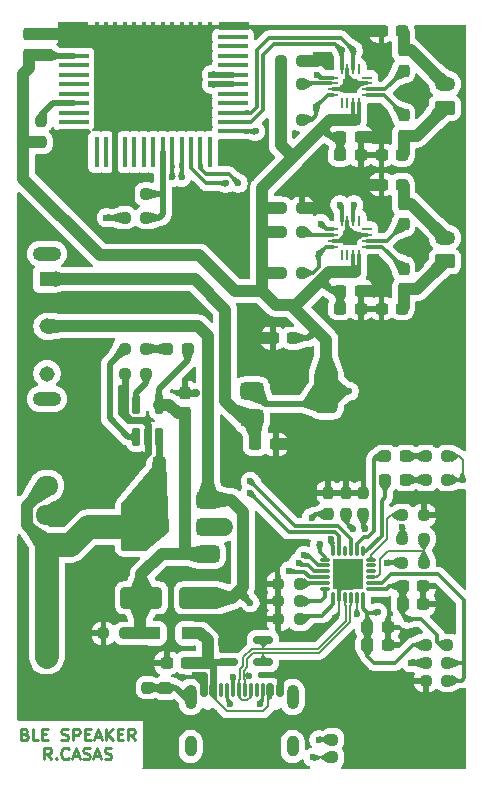
<source format=gbr>
%TF.GenerationSoftware,KiCad,Pcbnew,9.0.3*%
%TF.CreationDate,2025-11-17T09:12:33+01:00*%
%TF.ProjectId,PCB_BLE_Speaker,5043425f-424c-4455-9f53-7065616b6572,R.Casas*%
%TF.SameCoordinates,Original*%
%TF.FileFunction,Copper,L1,Top*%
%TF.FilePolarity,Positive*%
%FSLAX46Y46*%
G04 Gerber Fmt 4.6, Leading zero omitted, Abs format (unit mm)*
G04 Created by KiCad (PCBNEW 9.0.3) date 2025-11-17 09:12:33*
%MOMM*%
%LPD*%
G01*
G04 APERTURE LIST*
G04 Aperture macros list*
%AMRoundRect*
0 Rectangle with rounded corners*
0 $1 Rounding radius*
0 $2 $3 $4 $5 $6 $7 $8 $9 X,Y pos of 4 corners*
0 Add a 4 corners polygon primitive as box body*
4,1,4,$2,$3,$4,$5,$6,$7,$8,$9,$2,$3,0*
0 Add four circle primitives for the rounded corners*
1,1,$1+$1,$2,$3*
1,1,$1+$1,$4,$5*
1,1,$1+$1,$6,$7*
1,1,$1+$1,$8,$9*
0 Add four rect primitives between the rounded corners*
20,1,$1+$1,$2,$3,$4,$5,0*
20,1,$1+$1,$4,$5,$6,$7,0*
20,1,$1+$1,$6,$7,$8,$9,0*
20,1,$1+$1,$8,$9,$2,$3,0*%
%AMFreePoly0*
4,1,14,0.728536,0.728536,0.730000,0.725000,0.730000,-0.725000,0.728536,-0.728536,0.725000,-0.730000,-0.725000,-0.730000,-0.728536,-0.728536,-0.730000,-0.725000,-0.730000,0.125000,-0.728536,0.128536,-0.128536,0.728536,-0.125000,0.730000,0.725000,0.730000,0.728536,0.728536,0.728536,0.728536,$1*%
G04 Aperture macros list end*
%ADD10C,0.250000*%
%TA.AperFunction,NonConductor*%
%ADD11C,0.250000*%
%TD*%
%TA.AperFunction,SMDPad,CuDef*%
%ADD12RoundRect,0.237500X0.300000X0.237500X-0.300000X0.237500X-0.300000X-0.237500X0.300000X-0.237500X0*%
%TD*%
%TA.AperFunction,SMDPad,CuDef*%
%ADD13RoundRect,0.075000X0.075000X-0.350000X0.075000X0.350000X-0.075000X0.350000X-0.075000X-0.350000X0*%
%TD*%
%TA.AperFunction,SMDPad,CuDef*%
%ADD14RoundRect,0.075000X0.350000X-0.075000X0.350000X0.075000X-0.350000X0.075000X-0.350000X-0.075000X0*%
%TD*%
%TA.AperFunction,HeatsinkPad*%
%ADD15R,2.650000X2.650000*%
%TD*%
%TA.AperFunction,SMDPad,CuDef*%
%ADD16RoundRect,0.237500X0.237500X-0.300000X0.237500X0.300000X-0.237500X0.300000X-0.237500X-0.300000X0*%
%TD*%
%TA.AperFunction,SMDPad,CuDef*%
%ADD17RoundRect,0.237500X-0.237500X0.287500X-0.237500X-0.287500X0.237500X-0.287500X0.237500X0.287500X0*%
%TD*%
%TA.AperFunction,SMDPad,CuDef*%
%ADD18RoundRect,0.237500X-0.300000X-0.237500X0.300000X-0.237500X0.300000X0.237500X-0.300000X0.237500X0*%
%TD*%
%TA.AperFunction,SMDPad,CuDef*%
%ADD19RoundRect,0.237500X0.237500X-0.287500X0.237500X0.287500X-0.237500X0.287500X-0.237500X-0.287500X0*%
%TD*%
%TA.AperFunction,SMDPad,CuDef*%
%ADD20RoundRect,0.237500X0.237500X-0.250000X0.237500X0.250000X-0.237500X0.250000X-0.237500X-0.250000X0*%
%TD*%
%TA.AperFunction,ComponentPad*%
%ADD21RoundRect,0.250000X0.625000X-0.350000X0.625000X0.350000X-0.625000X0.350000X-0.625000X-0.350000X0*%
%TD*%
%TA.AperFunction,ComponentPad*%
%ADD22O,1.750000X1.200000*%
%TD*%
%TA.AperFunction,SMDPad,CuDef*%
%ADD23RoundRect,0.162500X0.162500X-0.617500X0.162500X0.617500X-0.162500X0.617500X-0.162500X-0.617500X0*%
%TD*%
%TA.AperFunction,SMDPad,CuDef*%
%ADD24RoundRect,0.375000X0.625000X0.375000X-0.625000X0.375000X-0.625000X-0.375000X0.625000X-0.375000X0*%
%TD*%
%TA.AperFunction,SMDPad,CuDef*%
%ADD25RoundRect,0.500000X0.500000X1.400000X-0.500000X1.400000X-0.500000X-1.400000X0.500000X-1.400000X0*%
%TD*%
%TA.AperFunction,ComponentPad*%
%ADD26R,1.308000X1.308000*%
%TD*%
%TA.AperFunction,ComponentPad*%
%ADD27C,1.308000*%
%TD*%
%TA.AperFunction,ComponentPad*%
%ADD28O,2.416000X1.208000*%
%TD*%
%TA.AperFunction,SMDPad,CuDef*%
%ADD29RoundRect,0.250000X-0.300000X-0.300000X0.300000X-0.300000X0.300000X0.300000X-0.300000X0.300000X0*%
%TD*%
%TA.AperFunction,SMDPad,CuDef*%
%ADD30RoundRect,0.237500X0.250000X0.237500X-0.250000X0.237500X-0.250000X-0.237500X0.250000X-0.237500X0*%
%TD*%
%TA.AperFunction,SMDPad,CuDef*%
%ADD31RoundRect,0.237500X-0.250000X-0.237500X0.250000X-0.237500X0.250000X0.237500X-0.250000X0.237500X0*%
%TD*%
%TA.AperFunction,SMDPad,CuDef*%
%ADD32RoundRect,0.237500X-0.287500X-0.237500X0.287500X-0.237500X0.287500X0.237500X-0.287500X0.237500X0*%
%TD*%
%TA.AperFunction,SMDPad,CuDef*%
%ADD33RoundRect,0.062500X-0.350000X-0.062500X0.350000X-0.062500X0.350000X0.062500X-0.350000X0.062500X0*%
%TD*%
%TA.AperFunction,SMDPad,CuDef*%
%ADD34RoundRect,0.062500X-0.062500X-0.350000X0.062500X-0.350000X0.062500X0.350000X-0.062500X0.350000X0*%
%TD*%
%TA.AperFunction,HeatsinkPad*%
%ADD35R,1.230000X1.230000*%
%TD*%
%TA.AperFunction,SMDPad,CuDef*%
%ADD36RoundRect,0.150000X-0.150000X-0.425000X0.150000X-0.425000X0.150000X0.425000X-0.150000X0.425000X0*%
%TD*%
%TA.AperFunction,SMDPad,CuDef*%
%ADD37RoundRect,0.075000X-0.075000X-0.500000X0.075000X-0.500000X0.075000X0.500000X-0.075000X0.500000X0*%
%TD*%
%TA.AperFunction,HeatsinkPad*%
%ADD38O,1.000000X2.100000*%
%TD*%
%TA.AperFunction,HeatsinkPad*%
%ADD39O,1.000000X1.800000*%
%TD*%
%TA.AperFunction,ComponentPad*%
%ADD40RoundRect,0.250000X0.725000X-0.600000X0.725000X0.600000X-0.725000X0.600000X-0.725000X-0.600000X0*%
%TD*%
%TA.AperFunction,ComponentPad*%
%ADD41O,1.950000X1.700000*%
%TD*%
%TA.AperFunction,SMDPad,CuDef*%
%ADD42R,2.500000X0.400000*%
%TD*%
%TA.AperFunction,SMDPad,CuDef*%
%ADD43R,0.400000X0.800000*%
%TD*%
%TA.AperFunction,SMDPad,CuDef*%
%ADD44R,0.400000X2.500000*%
%TD*%
%TA.AperFunction,SMDPad,CuDef*%
%ADD45R,2.500000X0.700000*%
%TD*%
%TA.AperFunction,SMDPad,CuDef*%
%ADD46FreePoly0,0.000000*%
%TD*%
%TA.AperFunction,SMDPad,CuDef*%
%ADD47R,1.450000X1.450000*%
%TD*%
%TA.AperFunction,SMDPad,CuDef*%
%ADD48RoundRect,0.375000X-0.625000X-0.375000X0.625000X-0.375000X0.625000X0.375000X-0.625000X0.375000X0*%
%TD*%
%TA.AperFunction,SMDPad,CuDef*%
%ADD49RoundRect,0.500000X-0.500000X-1.400000X0.500000X-1.400000X0.500000X1.400000X-0.500000X1.400000X0*%
%TD*%
%TA.AperFunction,SMDPad,CuDef*%
%ADD50RoundRect,0.250000X1.500000X0.650000X-1.500000X0.650000X-1.500000X-0.650000X1.500000X-0.650000X0*%
%TD*%
%TA.AperFunction,SMDPad,CuDef*%
%ADD51RoundRect,0.250000X-0.600000X-0.250000X0.600000X-0.250000X0.600000X0.250000X-0.600000X0.250000X0*%
%TD*%
%TA.AperFunction,SMDPad,CuDef*%
%ADD52RoundRect,0.150000X-0.700000X-0.150000X0.700000X-0.150000X0.700000X0.150000X-0.700000X0.150000X0*%
%TD*%
%TA.AperFunction,ComponentPad*%
%ADD53RoundRect,0.250000X-0.625000X0.350000X-0.625000X-0.350000X0.625000X-0.350000X0.625000X0.350000X0*%
%TD*%
%TA.AperFunction,ViaPad*%
%ADD54C,0.600000*%
%TD*%
%TA.AperFunction,ViaPad*%
%ADD55C,1.200000*%
%TD*%
%TA.AperFunction,ViaPad*%
%ADD56C,2.500000*%
%TD*%
%TA.AperFunction,Conductor*%
%ADD57C,0.500000*%
%TD*%
%TA.AperFunction,Conductor*%
%ADD58C,1.000000*%
%TD*%
%TA.AperFunction,Conductor*%
%ADD59C,0.600000*%
%TD*%
%TA.AperFunction,Conductor*%
%ADD60C,0.300000*%
%TD*%
%TA.AperFunction,Conductor*%
%ADD61C,0.200000*%
%TD*%
%TA.AperFunction,Conductor*%
%ADD62C,2.000000*%
%TD*%
%TA.AperFunction,Conductor*%
%ADD63C,1.500000*%
%TD*%
%TA.AperFunction,Conductor*%
%ADD64C,0.130000*%
%TD*%
G04 APERTURE END LIST*
D10*
D11*
X86623809Y-96550865D02*
X86766666Y-96598484D01*
X86766666Y-96598484D02*
X86814285Y-96646103D01*
X86814285Y-96646103D02*
X86861904Y-96741341D01*
X86861904Y-96741341D02*
X86861904Y-96884198D01*
X86861904Y-96884198D02*
X86814285Y-96979436D01*
X86814285Y-96979436D02*
X86766666Y-97027056D01*
X86766666Y-97027056D02*
X86671428Y-97074675D01*
X86671428Y-97074675D02*
X86290476Y-97074675D01*
X86290476Y-97074675D02*
X86290476Y-96074675D01*
X86290476Y-96074675D02*
X86623809Y-96074675D01*
X86623809Y-96074675D02*
X86719047Y-96122294D01*
X86719047Y-96122294D02*
X86766666Y-96169913D01*
X86766666Y-96169913D02*
X86814285Y-96265151D01*
X86814285Y-96265151D02*
X86814285Y-96360389D01*
X86814285Y-96360389D02*
X86766666Y-96455627D01*
X86766666Y-96455627D02*
X86719047Y-96503246D01*
X86719047Y-96503246D02*
X86623809Y-96550865D01*
X86623809Y-96550865D02*
X86290476Y-96550865D01*
X87766666Y-97074675D02*
X87290476Y-97074675D01*
X87290476Y-97074675D02*
X87290476Y-96074675D01*
X88100000Y-96550865D02*
X88433333Y-96550865D01*
X88576190Y-97074675D02*
X88100000Y-97074675D01*
X88100000Y-97074675D02*
X88100000Y-96074675D01*
X88100000Y-96074675D02*
X88576190Y-96074675D01*
X89719048Y-97027056D02*
X89861905Y-97074675D01*
X89861905Y-97074675D02*
X90100000Y-97074675D01*
X90100000Y-97074675D02*
X90195238Y-97027056D01*
X90195238Y-97027056D02*
X90242857Y-96979436D01*
X90242857Y-96979436D02*
X90290476Y-96884198D01*
X90290476Y-96884198D02*
X90290476Y-96788960D01*
X90290476Y-96788960D02*
X90242857Y-96693722D01*
X90242857Y-96693722D02*
X90195238Y-96646103D01*
X90195238Y-96646103D02*
X90100000Y-96598484D01*
X90100000Y-96598484D02*
X89909524Y-96550865D01*
X89909524Y-96550865D02*
X89814286Y-96503246D01*
X89814286Y-96503246D02*
X89766667Y-96455627D01*
X89766667Y-96455627D02*
X89719048Y-96360389D01*
X89719048Y-96360389D02*
X89719048Y-96265151D01*
X89719048Y-96265151D02*
X89766667Y-96169913D01*
X89766667Y-96169913D02*
X89814286Y-96122294D01*
X89814286Y-96122294D02*
X89909524Y-96074675D01*
X89909524Y-96074675D02*
X90147619Y-96074675D01*
X90147619Y-96074675D02*
X90290476Y-96122294D01*
X90719048Y-97074675D02*
X90719048Y-96074675D01*
X90719048Y-96074675D02*
X91100000Y-96074675D01*
X91100000Y-96074675D02*
X91195238Y-96122294D01*
X91195238Y-96122294D02*
X91242857Y-96169913D01*
X91242857Y-96169913D02*
X91290476Y-96265151D01*
X91290476Y-96265151D02*
X91290476Y-96408008D01*
X91290476Y-96408008D02*
X91242857Y-96503246D01*
X91242857Y-96503246D02*
X91195238Y-96550865D01*
X91195238Y-96550865D02*
X91100000Y-96598484D01*
X91100000Y-96598484D02*
X90719048Y-96598484D01*
X91719048Y-96550865D02*
X92052381Y-96550865D01*
X92195238Y-97074675D02*
X91719048Y-97074675D01*
X91719048Y-97074675D02*
X91719048Y-96074675D01*
X91719048Y-96074675D02*
X92195238Y-96074675D01*
X92576191Y-96788960D02*
X93052381Y-96788960D01*
X92480953Y-97074675D02*
X92814286Y-96074675D01*
X92814286Y-96074675D02*
X93147619Y-97074675D01*
X93480953Y-97074675D02*
X93480953Y-96074675D01*
X94052381Y-97074675D02*
X93623810Y-96503246D01*
X94052381Y-96074675D02*
X93480953Y-96646103D01*
X94480953Y-96550865D02*
X94814286Y-96550865D01*
X94957143Y-97074675D02*
X94480953Y-97074675D01*
X94480953Y-97074675D02*
X94480953Y-96074675D01*
X94480953Y-96074675D02*
X94957143Y-96074675D01*
X95957143Y-97074675D02*
X95623810Y-96598484D01*
X95385715Y-97074675D02*
X95385715Y-96074675D01*
X95385715Y-96074675D02*
X95766667Y-96074675D01*
X95766667Y-96074675D02*
X95861905Y-96122294D01*
X95861905Y-96122294D02*
X95909524Y-96169913D01*
X95909524Y-96169913D02*
X95957143Y-96265151D01*
X95957143Y-96265151D02*
X95957143Y-96408008D01*
X95957143Y-96408008D02*
X95909524Y-96503246D01*
X95909524Y-96503246D02*
X95861905Y-96550865D01*
X95861905Y-96550865D02*
X95766667Y-96598484D01*
X95766667Y-96598484D02*
X95385715Y-96598484D01*
X88861904Y-98684619D02*
X88528571Y-98208428D01*
X88290476Y-98684619D02*
X88290476Y-97684619D01*
X88290476Y-97684619D02*
X88671428Y-97684619D01*
X88671428Y-97684619D02*
X88766666Y-97732238D01*
X88766666Y-97732238D02*
X88814285Y-97779857D01*
X88814285Y-97779857D02*
X88861904Y-97875095D01*
X88861904Y-97875095D02*
X88861904Y-98017952D01*
X88861904Y-98017952D02*
X88814285Y-98113190D01*
X88814285Y-98113190D02*
X88766666Y-98160809D01*
X88766666Y-98160809D02*
X88671428Y-98208428D01*
X88671428Y-98208428D02*
X88290476Y-98208428D01*
X89290476Y-98589380D02*
X89338095Y-98637000D01*
X89338095Y-98637000D02*
X89290476Y-98684619D01*
X89290476Y-98684619D02*
X89242857Y-98637000D01*
X89242857Y-98637000D02*
X89290476Y-98589380D01*
X89290476Y-98589380D02*
X89290476Y-98684619D01*
X90338094Y-98589380D02*
X90290475Y-98637000D01*
X90290475Y-98637000D02*
X90147618Y-98684619D01*
X90147618Y-98684619D02*
X90052380Y-98684619D01*
X90052380Y-98684619D02*
X89909523Y-98637000D01*
X89909523Y-98637000D02*
X89814285Y-98541761D01*
X89814285Y-98541761D02*
X89766666Y-98446523D01*
X89766666Y-98446523D02*
X89719047Y-98256047D01*
X89719047Y-98256047D02*
X89719047Y-98113190D01*
X89719047Y-98113190D02*
X89766666Y-97922714D01*
X89766666Y-97922714D02*
X89814285Y-97827476D01*
X89814285Y-97827476D02*
X89909523Y-97732238D01*
X89909523Y-97732238D02*
X90052380Y-97684619D01*
X90052380Y-97684619D02*
X90147618Y-97684619D01*
X90147618Y-97684619D02*
X90290475Y-97732238D01*
X90290475Y-97732238D02*
X90338094Y-97779857D01*
X90719047Y-98398904D02*
X91195237Y-98398904D01*
X90623809Y-98684619D02*
X90957142Y-97684619D01*
X90957142Y-97684619D02*
X91290475Y-98684619D01*
X91576190Y-98637000D02*
X91719047Y-98684619D01*
X91719047Y-98684619D02*
X91957142Y-98684619D01*
X91957142Y-98684619D02*
X92052380Y-98637000D01*
X92052380Y-98637000D02*
X92099999Y-98589380D01*
X92099999Y-98589380D02*
X92147618Y-98494142D01*
X92147618Y-98494142D02*
X92147618Y-98398904D01*
X92147618Y-98398904D02*
X92099999Y-98303666D01*
X92099999Y-98303666D02*
X92052380Y-98256047D01*
X92052380Y-98256047D02*
X91957142Y-98208428D01*
X91957142Y-98208428D02*
X91766666Y-98160809D01*
X91766666Y-98160809D02*
X91671428Y-98113190D01*
X91671428Y-98113190D02*
X91623809Y-98065571D01*
X91623809Y-98065571D02*
X91576190Y-97970333D01*
X91576190Y-97970333D02*
X91576190Y-97875095D01*
X91576190Y-97875095D02*
X91623809Y-97779857D01*
X91623809Y-97779857D02*
X91671428Y-97732238D01*
X91671428Y-97732238D02*
X91766666Y-97684619D01*
X91766666Y-97684619D02*
X92004761Y-97684619D01*
X92004761Y-97684619D02*
X92147618Y-97732238D01*
X92528571Y-98398904D02*
X93004761Y-98398904D01*
X92433333Y-98684619D02*
X92766666Y-97684619D01*
X92766666Y-97684619D02*
X93099999Y-98684619D01*
X93385714Y-98637000D02*
X93528571Y-98684619D01*
X93528571Y-98684619D02*
X93766666Y-98684619D01*
X93766666Y-98684619D02*
X93861904Y-98637000D01*
X93861904Y-98637000D02*
X93909523Y-98589380D01*
X93909523Y-98589380D02*
X93957142Y-98494142D01*
X93957142Y-98494142D02*
X93957142Y-98398904D01*
X93957142Y-98398904D02*
X93909523Y-98303666D01*
X93909523Y-98303666D02*
X93861904Y-98256047D01*
X93861904Y-98256047D02*
X93766666Y-98208428D01*
X93766666Y-98208428D02*
X93576190Y-98160809D01*
X93576190Y-98160809D02*
X93480952Y-98113190D01*
X93480952Y-98113190D02*
X93433333Y-98065571D01*
X93433333Y-98065571D02*
X93385714Y-97970333D01*
X93385714Y-97970333D02*
X93385714Y-97875095D01*
X93385714Y-97875095D02*
X93433333Y-97779857D01*
X93433333Y-97779857D02*
X93480952Y-97732238D01*
X93480952Y-97732238D02*
X93576190Y-97684619D01*
X93576190Y-97684619D02*
X93814285Y-97684619D01*
X93814285Y-97684619D02*
X93957142Y-97732238D01*
D12*
%TO.P,C408,1*%
%TO.N,GNDREF*%
X115052500Y-47520000D03*
%TO.P,C408,2*%
%TO.N,/MCU/VDD_3V3*%
X113327500Y-47520000D03*
%TD*%
D13*
%TO.P,U502,1,~{RI}/CLK*%
%TO.N,Net-(U502-~{RI}{slash}CLK)*%
X112750000Y-84970000D03*
%TO.P,U502,2,GND*%
%TO.N,GNDREF*%
X113250000Y-84970000D03*
%TO.P,U502,3,D+*%
%TO.N,/Simple_USB/D+*%
X113750000Y-84970000D03*
%TO.P,U502,4,D-*%
%TO.N,/Simple_USB/D-*%
X114250000Y-84970000D03*
%TO.P,U502,5,VIO*%
%TO.N,/MCU/VIO*%
X114750000Y-84970000D03*
%TO.P,U502,6,VDD*%
%TO.N,/MCU/VDD_CP*%
X115250000Y-84970000D03*
D14*
%TO.P,U502,7,VREGIN*%
%TO.N,/MCU/VDD_3V3*%
X115950000Y-84270000D03*
%TO.P,U502,8,VBUS*%
%TO.N,Net-(U502-VBUS)*%
X115950000Y-83770000D03*
%TO.P,U502,9,~{RST}*%
%TO.N,Net-(U502-~{RST})*%
X115950000Y-83270000D03*
%TO.P,U502,10,NC*%
%TO.N,unconnected-(U502-NC-Pad10)*%
X115950000Y-82770000D03*
%TO.P,U502,11,~{WAKEUP}/GPIO.3*%
%TO.N,unconnected-(U502-~{WAKEUP}{slash}GPIO.3-Pad11)*%
X115950000Y-82270000D03*
%TO.P,U502,12,RS485/GPIO.2*%
%TO.N,Net-(U502-RS485{slash}GPIO.2)*%
X115950000Y-81770000D03*
D13*
%TO.P,U502,13,~{RXT}/GPIO.1*%
%TO.N,/MCU/~{RXT}{slash}GPIO.1*%
X115250000Y-81070000D03*
%TO.P,U502,14,~{TXT}/GPIO.0*%
%TO.N,/MCU/~{TXT}{slash}GPIO.0*%
X114750000Y-81070000D03*
%TO.P,U502,15,~{SUSPEND}*%
%TO.N,/MCU/~{SUSPEND}*%
X114250000Y-81070000D03*
%TO.P,U502,16,NC*%
%TO.N,unconnected-(U502-NC-Pad16)*%
X113750000Y-81070000D03*
%TO.P,U502,17,SUSPEND*%
%TO.N,/MCU/SUSPEND*%
X113250000Y-81070000D03*
%TO.P,U502,18,~{CTS}*%
%TO.N,Net-(U502-~{CTS})*%
X112750000Y-81070000D03*
D14*
%TO.P,U502,19,~{RTS}*%
%TO.N,Net-(U502-~{RTS})*%
X112050000Y-81770000D03*
%TO.P,U502,20,RXD*%
%TO.N,ESP32_TX*%
X112050000Y-82270000D03*
%TO.P,U502,21,TXD*%
%TO.N,ESP32_RX*%
X112050000Y-82770000D03*
%TO.P,U502,22,~{DSR}*%
%TO.N,Net-(U502-~{DSR})*%
X112050000Y-83270000D03*
%TO.P,U502,23,~{DTR}*%
%TO.N,Net-(U502-~{DTR})*%
X112050000Y-83770000D03*
%TO.P,U502,24,~{DCD}*%
%TO.N,Net-(U502-~{DCD})*%
X112050000Y-84270000D03*
D15*
%TO.P,U502,25,GND*%
%TO.N,GNDREF*%
X114000000Y-83020000D03*
%TD*%
D16*
%TO.P,C202,1*%
%TO.N,GNDREF*%
X98500000Y-94382500D03*
%TO.P,C202,2*%
%TO.N,Net-(J201-SHIELD)*%
X98500000Y-92657500D03*
%TD*%
D17*
%TO.P,L403,1,1*%
%TO.N,Net-(U402-OUTP)*%
X118690000Y-44145000D03*
%TO.P,L403,2,2*%
%TO.N,/Speaker_Driver/OUTP_2*%
X118690000Y-45895000D03*
%TD*%
D12*
%TO.P,C407,1*%
%TO.N,GNDREF*%
X115052500Y-46020000D03*
%TO.P,C407,2*%
%TO.N,/MCU/VDD_3V3*%
X113327500Y-46020000D03*
%TD*%
D18*
%TO.P,C501,1*%
%TO.N,/MCU/VDD_3V3*%
X118637500Y-84020000D03*
%TO.P,C501,2*%
%TO.N,GNDREF*%
X120362500Y-84020000D03*
%TD*%
D12*
%TO.P,C405,1*%
%TO.N,GNDREF*%
X115052500Y-60520000D03*
%TO.P,C405,2*%
%TO.N,/MCU/VDD_3V3*%
X113327500Y-60520000D03*
%TD*%
D19*
%TO.P,L404,1,1*%
%TO.N,Net-(U402-OUTN)*%
X118690000Y-40395000D03*
%TO.P,L404,2,2*%
%TO.N,/Speaker_Driver/OUTN_2*%
X118690000Y-38645000D03*
%TD*%
D18*
%TO.P,C502,1*%
%TO.N,/MCU/VDD_3V3*%
X118637500Y-85530000D03*
%TO.P,C502,2*%
%TO.N,GNDREF*%
X120362500Y-85530000D03*
%TD*%
D20*
%TO.P,R503,1*%
%TO.N,Net-(U502-~{RTS})*%
X113800000Y-77932500D03*
%TO.P,R503,2*%
%TO.N,GNDREF*%
X113800000Y-76107500D03*
%TD*%
D21*
%TO.P,J102,1,Pin_1*%
%TO.N,/Speaker_Driver/OUTP_2*%
X122190000Y-43520000D03*
D22*
%TO.P,J102,2,Pin_2*%
%TO.N,/Speaker_Driver/OUTN_2*%
X122190000Y-41520000D03*
%TD*%
D23*
%TO.P,U301,1,STAT*%
%TO.N,Net-(U301-STAT)*%
X96075000Y-71370000D03*
%TO.P,U301,2,V_{SS}*%
%TO.N,GNDREF*%
X97025000Y-71370000D03*
%TO.P,U301,3,V_{BAT}*%
%TO.N,VBAT*%
X97975000Y-71370000D03*
%TO.P,U301,4,V_{DD}*%
%TO.N,/Simple_USB/VBUS*%
X97975000Y-68670000D03*
%TO.P,U301,5,PROG*%
%TO.N,Net-(U301-PROG)*%
X96075000Y-68670000D03*
%TD*%
D16*
%TO.P,C506,1*%
%TO.N,/MCU/VDD_3V3*%
X88500000Y-39020000D03*
%TO.P,C506,2*%
%TO.N,GNDREF*%
X88500000Y-37295000D03*
%TD*%
D24*
%TO.P,Q301,1,D*%
%TO.N,VBAT*%
X102150000Y-79020000D03*
D25*
X95850000Y-79020000D03*
D24*
%TO.P,Q301,2,G*%
%TO.N,/Simple_USB/VBUS*%
X102150000Y-81320000D03*
%TO.P,Q301,3,S*%
%TO.N,/Battery_Charger/P_VBUS*%
X102150000Y-76720000D03*
%TD*%
D26*
%TO.P,S501,1*%
%TO.N,Net-(U503-VI)*%
X88500000Y-58020000D03*
D27*
%TO.P,S501,2*%
%TO.N,/Battery_Charger/P_VBUS*%
X88500000Y-62020000D03*
%TO.P,S501,3*%
%TO.N,unconnected-(S501-Pad3)*%
X88500000Y-66020000D03*
D28*
%TO.P,S501,SH1*%
%TO.N,N/C*%
X88500000Y-55870000D03*
%TO.P,S501,SH2*%
X88500000Y-68170000D03*
%TD*%
D29*
%TO.P,D202,1,K*%
%TO.N,/Simple_USB/VBUS*%
X97600000Y-88020000D03*
%TO.P,D202,2,A*%
%TO.N,/Simple_USB/VBUS_C*%
X100400000Y-88020000D03*
%TD*%
D30*
%TO.P,R502,1*%
%TO.N,Net-(U502-~{RST})*%
X120412500Y-82020000D03*
%TO.P,R502,2*%
%TO.N,/MCU/VIO*%
X118587500Y-82020000D03*
%TD*%
D31*
%TO.P,R516,1*%
%TO.N,/MCU/VDD_CP*%
X120587500Y-89020000D03*
%TO.P,R516,2*%
%TO.N,/MCU/VDD_3V3*%
X122412500Y-89020000D03*
%TD*%
%TO.P,R514,1*%
%TO.N,Net-(D501-A)*%
X120587500Y-75020000D03*
%TO.P,R514,2*%
%TO.N,/MCU/VIO*%
X122412500Y-75020000D03*
%TD*%
D30*
%TO.P,R517,1*%
%TO.N,Net-(U502-~{RST})*%
X120412500Y-80020000D03*
%TO.P,R517,2*%
%TO.N,/MCU/VDD_CP*%
X118587500Y-80020000D03*
%TD*%
D20*
%TO.P,R501,1*%
%TO.N,/MCU/VDD_3V3*%
X88000000Y-46432500D03*
%TO.P,R501,2*%
%TO.N,/MCU/EN*%
X88000000Y-44607500D03*
%TD*%
D19*
%TO.P,L402,1,1*%
%TO.N,Net-(U401-OUTN)*%
X118690000Y-53395000D03*
%TO.P,L402,2,2*%
%TO.N,/Speaker_Driver/OUTN_1*%
X118690000Y-51645000D03*
%TD*%
D32*
%TO.P,D501,1,K*%
%TO.N,/MCU/~{RXT}{slash}GPIO.1*%
X117125000Y-75020000D03*
%TO.P,D501,2,A*%
%TO.N,Net-(D501-A)*%
X118875000Y-75020000D03*
%TD*%
D16*
%TO.P,C301,1*%
%TO.N,/Simple_USB/VBUS*%
X100200000Y-69382500D03*
%TO.P,C301,2*%
%TO.N,GNDREF*%
X100200000Y-67657500D03*
%TD*%
D33*
%TO.P,U402,1,DIN*%
%TO.N,/MCU/DIN*%
X112752500Y-40960000D03*
%TO.P,U402,2,GAIN_SLOT*%
%TO.N,Net-(U402-GAIN_SLOT)*%
X112752500Y-41460000D03*
%TO.P,U402,3,GND*%
%TO.N,GNDREF*%
X112752500Y-41960000D03*
%TO.P,U402,4,~{SD_MODE}*%
%TO.N,/MCU/~{SD_MODE}_2*%
X112752500Y-42460000D03*
D34*
%TO.P,U402,5,NC*%
%TO.N,unconnected-(U402-NC-Pad5)*%
X113440000Y-43147500D03*
%TO.P,U402,6,NC*%
%TO.N,unconnected-(U402-NC-Pad6)*%
X113940000Y-43147500D03*
%TO.P,U402,7,VDD*%
%TO.N,/MCU/VDD_3V3*%
X114440000Y-43147500D03*
%TO.P,U402,8,VDD*%
X114940000Y-43147500D03*
D33*
%TO.P,U402,9,OUTP*%
%TO.N,Net-(U402-OUTP)*%
X115627500Y-42460000D03*
%TO.P,U402,10,OUTN*%
%TO.N,Net-(U402-OUTN)*%
X115627500Y-41960000D03*
%TO.P,U402,11,GND*%
%TO.N,GNDREF*%
X115627500Y-41460000D03*
%TO.P,U402,12,NC*%
%TO.N,unconnected-(U402-NC-Pad12)*%
X115627500Y-40960000D03*
D34*
%TO.P,U402,13,NC*%
%TO.N,unconnected-(U402-NC-Pad13)*%
X114940000Y-40272500D03*
%TO.P,U402,14,LRCLK*%
%TO.N,/MCU/LRCLK*%
X114440000Y-40272500D03*
%TO.P,U402,15,GND*%
%TO.N,GNDREF*%
X113940000Y-40272500D03*
%TO.P,U402,16,BCLK*%
%TO.N,/MCU/BCLK*%
X113440000Y-40272500D03*
D35*
%TO.P,U402,17,PAD*%
%TO.N,GNDREF*%
X114190000Y-41710000D03*
%TD*%
D12*
%TO.P,C508,1*%
%TO.N,/MCU/VDD_3V3*%
X109362500Y-63020000D03*
%TO.P,C508,2*%
%TO.N,GNDREF*%
X107637500Y-63020000D03*
%TD*%
D30*
%TO.P,R510,1*%
%TO.N,Net-(U502-~{RI}{slash}CLK)*%
X109912500Y-86820000D03*
%TO.P,R510,2*%
%TO.N,GNDREF*%
X108087500Y-86820000D03*
%TD*%
D12*
%TO.P,C201,1*%
%TO.N,/Simple_USB/VBUS_C*%
X100362500Y-90520000D03*
%TO.P,C201,2*%
%TO.N,GNDREF*%
X98637500Y-90520000D03*
%TD*%
D31*
%TO.P,R401,1*%
%TO.N,/MCU/VDD_3V3*%
X108277500Y-57520000D03*
%TO.P,R401,2*%
%TO.N,/MCU/~{SD_MODE}_1*%
X110102500Y-57520000D03*
%TD*%
D30*
%TO.P,R301,1*%
%TO.N,Net-(D302-K)*%
X96912500Y-63920000D03*
%TO.P,R301,2*%
%TO.N,Net-(U301-STAT)*%
X95087500Y-63920000D03*
%TD*%
D33*
%TO.P,U401,1,DIN*%
%TO.N,/MCU/DIN*%
X112752500Y-53770000D03*
%TO.P,U401,2,GAIN_SLOT*%
%TO.N,Net-(U401-GAIN_SLOT)*%
X112752500Y-54270000D03*
%TO.P,U401,3,GND*%
%TO.N,GNDREF*%
X112752500Y-54770000D03*
%TO.P,U401,4,~{SD_MODE}*%
%TO.N,/MCU/~{SD_MODE}_1*%
X112752500Y-55270000D03*
D34*
%TO.P,U401,5,NC*%
%TO.N,unconnected-(U401-NC-Pad5)*%
X113440000Y-55957500D03*
%TO.P,U401,6,NC*%
%TO.N,unconnected-(U401-NC-Pad6)*%
X113940000Y-55957500D03*
%TO.P,U401,7,VDD*%
%TO.N,/MCU/VDD_3V3*%
X114440000Y-55957500D03*
%TO.P,U401,8,VDD*%
X114940000Y-55957500D03*
D33*
%TO.P,U401,9,OUTP*%
%TO.N,Net-(U401-OUTP)*%
X115627500Y-55270000D03*
%TO.P,U401,10,OUTN*%
%TO.N,Net-(U401-OUTN)*%
X115627500Y-54770000D03*
%TO.P,U401,11,GND*%
%TO.N,GNDREF*%
X115627500Y-54270000D03*
%TO.P,U401,12,NC*%
%TO.N,unconnected-(U401-NC-Pad12)*%
X115627500Y-53770000D03*
D34*
%TO.P,U401,13,NC*%
%TO.N,unconnected-(U401-NC-Pad13)*%
X114940000Y-53082500D03*
%TO.P,U401,14,LRCLK*%
%TO.N,/MCU/LRCLK*%
X114440000Y-53082500D03*
%TO.P,U401,15,GND*%
%TO.N,GNDREF*%
X113940000Y-53082500D03*
%TO.P,U401,16,BCLK*%
%TO.N,/MCU/BCLK*%
X113440000Y-53082500D03*
D35*
%TO.P,U401,17,PAD*%
%TO.N,GNDREF*%
X114190000Y-54520000D03*
%TD*%
D31*
%TO.P,R508,1*%
%TO.N,GNDREF*%
X120587500Y-92020000D03*
%TO.P,R508,2*%
%TO.N,Net-(U502-VBUS)*%
X122412500Y-92020000D03*
%TD*%
D16*
%TO.P,C505,1*%
%TO.N,/MCU/VDD_3V3*%
X87000000Y-39020000D03*
%TO.P,C505,2*%
%TO.N,GNDREF*%
X87000000Y-37295000D03*
%TD*%
D31*
%TO.P,R201,1*%
%TO.N,/Simple_USB/CC1*%
X112675000Y-98520000D03*
%TO.P,R201,2*%
%TO.N,GNDREF*%
X114500000Y-98520000D03*
%TD*%
D12*
%TO.P,C403,1*%
%TO.N,/Speaker_Driver/OUTP_2*%
X118552500Y-47520000D03*
%TO.P,C403,2*%
%TO.N,GNDREF*%
X116827500Y-47520000D03*
%TD*%
D31*
%TO.P,R513,1*%
%TO.N,GNDREF*%
X95087500Y-50820000D03*
%TO.P,R513,2*%
%TO.N,/MCU/BATT_LVL*%
X96912500Y-50820000D03*
%TD*%
D32*
%TO.P,D302,1,K*%
%TO.N,Net-(D302-K)*%
X98675000Y-63920000D03*
%TO.P,D302,2,A*%
%TO.N,/Simple_USB/VBUS*%
X100425000Y-63920000D03*
%TD*%
D20*
%TO.P,R505,1*%
%TO.N,Net-(U502-~{CTS})*%
X115300000Y-77932500D03*
%TO.P,R505,2*%
%TO.N,GNDREF*%
X115300000Y-76107500D03*
%TD*%
D36*
%TO.P,J201,A1,GND*%
%TO.N,GNDREF*%
X101800000Y-92840000D03*
%TO.P,J201,A4,VBUS*%
%TO.N,/Simple_USB/VBUS_C*%
X102600000Y-92840000D03*
D37*
%TO.P,J201,A5,CC1*%
%TO.N,/Simple_USB/CC1*%
X103750000Y-92840000D03*
%TO.P,J201,A6,D+*%
%TO.N,/Simple_USB/D+*%
X104750000Y-92840000D03*
%TO.P,J201,A7,D-*%
%TO.N,/Simple_USB/D-*%
X105250000Y-92840000D03*
%TO.P,J201,A8,SBU1*%
%TO.N,unconnected-(J201-SBU1-PadA8)*%
X106250000Y-92840000D03*
D36*
%TO.P,J201,A9,VBUS*%
%TO.N,/Simple_USB/VBUS_C*%
X107400000Y-92840000D03*
%TO.P,J201,A12,GND*%
%TO.N,GNDREF*%
X108200000Y-92840000D03*
%TO.P,J201,B1,GND*%
X108200000Y-92840000D03*
%TO.P,J201,B4,VBUS*%
%TO.N,/Simple_USB/VBUS_C*%
X107400000Y-92840000D03*
D37*
%TO.P,J201,B5,CC2*%
%TO.N,/Simple_USB/CC2*%
X106750000Y-92840000D03*
%TO.P,J201,B6,D+*%
%TO.N,/Simple_USB/D+*%
X105750000Y-92840000D03*
%TO.P,J201,B7,D-*%
%TO.N,/Simple_USB/D-*%
X104250000Y-92840000D03*
%TO.P,J201,B8,SBU2*%
%TO.N,unconnected-(J201-SBU2-PadB8)*%
X103250000Y-92840000D03*
D36*
%TO.P,J201,B9,VBUS*%
%TO.N,/Simple_USB/VBUS_C*%
X102600000Y-92840000D03*
%TO.P,J201,B12,GND*%
%TO.N,GNDREF*%
X101800000Y-92840000D03*
D38*
%TO.P,J201,S1,SHIELD*%
%TO.N,Net-(J201-SHIELD)*%
X100680000Y-93415000D03*
D39*
X100680000Y-97595000D03*
D38*
X109320000Y-93415000D03*
D39*
X109320000Y-97595000D03*
%TD*%
D31*
%TO.P,R511,1*%
%TO.N,Net-(U502-RS485{slash}GPIO.2)*%
X118587500Y-78020000D03*
%TO.P,R511,2*%
%TO.N,GNDREF*%
X120412500Y-78020000D03*
%TD*%
D18*
%TO.P,C402,1*%
%TO.N,GNDREF*%
X116827500Y-50020000D03*
%TO.P,C402,2*%
%TO.N,/Speaker_Driver/OUTN_1*%
X118552500Y-50020000D03*
%TD*%
D12*
%TO.P,C406,1*%
%TO.N,GNDREF*%
X115052500Y-59030000D03*
%TO.P,C406,2*%
%TO.N,/MCU/VDD_3V3*%
X113327500Y-59030000D03*
%TD*%
D40*
%TO.P,J103,1,Pin_1*%
%TO.N,VBAT*%
X88500000Y-80520000D03*
D41*
%TO.P,J103,2,Pin_2*%
%TO.N,GNDREF*%
X88500000Y-78020000D03*
%TO.P,J103,3,Pin_3*%
%TO.N,VBAT*%
X88500000Y-75520000D03*
%TD*%
D30*
%TO.P,R504,1*%
%TO.N,Net-(U502-VBUS)*%
X122412500Y-90520000D03*
%TO.P,R504,2*%
%TO.N,/Battery_Charger/P_VBUS*%
X120587500Y-90520000D03*
%TD*%
D42*
%TO.P,U501,1,GND_1*%
%TO.N,GNDREF*%
X90750000Y-37520000D03*
X90750000Y-38320000D03*
X90750000Y-45520000D03*
D43*
X94300000Y-36620000D03*
D44*
X94300000Y-47270000D03*
D43*
X95100000Y-36620000D03*
X95900000Y-36620000D03*
X96700000Y-36620000D03*
X97500000Y-36620000D03*
X98300000Y-36620000D03*
X99100000Y-36620000D03*
X99900000Y-36620000D03*
X100700000Y-36620000D03*
X101500000Y-36620000D03*
X102300000Y-36620000D03*
D42*
%TO.P,U501,3,3V3*%
%TO.N,/MCU/VDD_3V3*%
X90750000Y-39120000D03*
%TO.P,U501,4,NC*%
%TO.N,unconnected-(U501-NC-Pad4)*%
X90750000Y-39920000D03*
%TO.P,U501,5,IO2*%
%TO.N,unconnected-(U501-IO2-Pad5)*%
X90750000Y-40720000D03*
%TO.P,U501,6,IO3*%
%TO.N,unconnected-(U501-IO3-Pad6)*%
X90750000Y-41520000D03*
%TO.P,U501,7,NC*%
%TO.N,NC*%
X90750000Y-42320000D03*
%TO.P,U501,8,EN*%
%TO.N,/MCU/EN*%
X90750000Y-43120000D03*
%TO.P,U501,9,IO0*%
%TO.N,unconnected-(U501-IO0-Pad9)*%
X90750000Y-43920000D03*
%TO.P,U501,10,IO1*%
%TO.N,unconnected-(U501-IO1-Pad10)*%
X90750000Y-44720000D03*
D44*
%TO.P,U501,12,IO13*%
%TO.N,unconnected-(U501-IO13-Pad12)*%
X92700000Y-47270000D03*
%TO.P,U501,13,IO14*%
%TO.N,unconnected-(U501-IO14-Pad13)*%
X93500000Y-47270000D03*
%TO.P,U501,15,VBAT*%
%TO.N,unconnected-(U501-VBAT-Pad15)*%
X95100000Y-47270000D03*
%TO.P,U501,16,IO12*%
%TO.N,unconnected-(U501-IO12-Pad16)*%
X95900000Y-47270000D03*
%TO.P,U501,17*%
%TO.N,N/C*%
X96700000Y-47270000D03*
%TO.P,U501,18,IO4*%
%TO.N,unconnected-(U501-IO4-Pad18)*%
X97500000Y-47270000D03*
%TO.P,U501,19,IO5*%
%TO.N,/MCU/BATT_LVL*%
X98300000Y-47270000D03*
%TO.P,U501,20,IO10*%
%TO.N,/MCU/SUSPEND*%
X99100000Y-47270000D03*
%TO.P,U501,21,IO11*%
%TO.N,/MCU/~{SUSPEND}*%
X99900000Y-47270000D03*
%TO.P,U501,22,IO8*%
%TO.N,/MCU/~{SD_MODE}_2*%
X100700000Y-47270000D03*
%TO.P,U501,23,IO9*%
%TO.N,/MCU/~{SD_MODE}_1*%
X101500000Y-47270000D03*
%TO.P,U501,24,IO22*%
%TO.N,unconnected-(U501-IO22-Pad24)*%
X102300000Y-47270000D03*
D42*
%TO.P,U501,25,IO25*%
%TO.N,/MCU/DIN*%
X104250000Y-45520000D03*
%TO.P,U501,26,IO26*%
%TO.N,/MCU/BCLK*%
X104250000Y-44720000D03*
%TO.P,U501,27,IO27*%
%TO.N,/MCU/LRCLK*%
X104250000Y-43920000D03*
%TO.P,U501,28*%
%TO.N,N/C*%
X104250000Y-43120000D03*
%TO.P,U501,29*%
X104250000Y-42320000D03*
%TO.P,U501,30,RXD0*%
%TO.N,ESP32_RX*%
X104250000Y-41520000D03*
%TO.P,U501,31,TXD0*%
%TO.N,ESP32_TX*%
X104250000Y-40720000D03*
%TO.P,U501,32*%
%TO.N,N/C*%
X104250000Y-39920000D03*
%TO.P,U501,33*%
X104250000Y-39120000D03*
%TO.P,U501,34*%
X104250000Y-38320000D03*
%TO.P,U501,35*%
X104250000Y-37520000D03*
D45*
%TO.P,U501,47,GND_2*%
%TO.N,GNDREF*%
X90700000Y-36570000D03*
X90700000Y-46470000D03*
D43*
X92700000Y-36620000D03*
X93500000Y-36620000D03*
D46*
X95525000Y-39545000D03*
D47*
X95525000Y-41520000D03*
X95525000Y-43495000D03*
X97500000Y-39545000D03*
X97500000Y-41520000D03*
X97500000Y-43495000D03*
X99475000Y-39545000D03*
X99475000Y-41520000D03*
X99475000Y-43495000D03*
D45*
X104300000Y-36570000D03*
X104300000Y-46470000D03*
%TD*%
D48*
%TO.P,U503,1,GND*%
%TO.N,GNDREF*%
X105850000Y-65220000D03*
%TO.P,U503,2,VO*%
%TO.N,/MCU/VDD_3V3*%
X105850000Y-67520000D03*
D49*
X112150000Y-67520000D03*
D48*
%TO.P,U503,3,VI*%
%TO.N,Net-(U503-VI)*%
X105850000Y-69820000D03*
%TD*%
D18*
%TO.P,C507,1*%
%TO.N,Net-(U503-VI)*%
X106137500Y-72020000D03*
%TO.P,C507,2*%
%TO.N,GNDREF*%
X107862500Y-72020000D03*
%TD*%
%TO.P,C404,1*%
%TO.N,GNDREF*%
X116827500Y-37020000D03*
%TO.P,C404,2*%
%TO.N,/Speaker_Driver/OUTN_2*%
X118552500Y-37020000D03*
%TD*%
D50*
%TO.P,D301,1,K*%
%TO.N,/Battery_Charger/P_VBUS*%
X101500000Y-85020000D03*
%TO.P,D301,2,A*%
%TO.N,/Simple_USB/VBUS*%
X96500000Y-85020000D03*
%TD*%
D18*
%TO.P,C503,1*%
%TO.N,/MCU/VDD_CP*%
X115637500Y-87520000D03*
%TO.P,C503,2*%
%TO.N,GNDREF*%
X117362500Y-87520000D03*
%TD*%
D21*
%TO.P,J101,1,Pin_1*%
%TO.N,/Speaker_Driver/OUTP_1*%
X122190000Y-56520000D03*
D22*
%TO.P,J101,2,Pin_2*%
%TO.N,/Speaker_Driver/OUTN_1*%
X122190000Y-54520000D03*
%TD*%
D12*
%TO.P,C401,1*%
%TO.N,/Speaker_Driver/OUTP_1*%
X118552500Y-60520000D03*
%TO.P,C401,2*%
%TO.N,GNDREF*%
X116827500Y-60520000D03*
%TD*%
D31*
%TO.P,R404,1*%
%TO.N,/MCU/VDD_3V3*%
X108277500Y-44520000D03*
%TO.P,R404,2*%
%TO.N,/MCU/~{SD_MODE}_2*%
X110102500Y-44520000D03*
%TD*%
D51*
%TO.P,D201,1,A*%
%TO.N,GNDREF*%
X103800000Y-88770000D03*
D52*
%TO.P,D201,2,K*%
%TO.N,/Simple_USB/VBUS_C*%
X103800000Y-90470000D03*
%TO.P,D201,3,K*%
%TO.N,/Simple_USB/D-*%
X106800000Y-90470000D03*
%TO.P,D201,4,K*%
%TO.N,/Simple_USB/D+*%
X106800000Y-88570000D03*
%TD*%
D18*
%TO.P,C504,1*%
%TO.N,/MCU/VDD_CP*%
X115637500Y-89000000D03*
%TO.P,C504,2*%
%TO.N,GNDREF*%
X117362500Y-89000000D03*
%TD*%
D31*
%TO.P,R515,1*%
%TO.N,Net-(D502-A)*%
X120587500Y-73020000D03*
%TO.P,R515,2*%
%TO.N,/MCU/VIO*%
X122412500Y-73020000D03*
%TD*%
D30*
%TO.P,R507,1*%
%TO.N,Net-(U502-~{DTR})*%
X109912500Y-83820000D03*
%TO.P,R507,2*%
%TO.N,GNDREF*%
X108087500Y-83820000D03*
%TD*%
D20*
%TO.P,R506,1*%
%TO.N,Net-(U502-~{DSR})*%
X112300000Y-77932500D03*
%TO.P,R506,2*%
%TO.N,GNDREF*%
X112300000Y-76107500D03*
%TD*%
D12*
%TO.P,C302,1*%
%TO.N,VBAT*%
X98000000Y-73520000D03*
%TO.P,C302,2*%
%TO.N,GNDREF*%
X96275000Y-73520000D03*
%TD*%
D31*
%TO.P,R403,1*%
%TO.N,/MCU/VDD_3V3*%
X108277500Y-52020000D03*
%TO.P,R403,2*%
%TO.N,GNDREF*%
X110102500Y-52020000D03*
%TD*%
D32*
%TO.P,D502,1,K*%
%TO.N,/MCU/~{TXT}{slash}GPIO.0*%
X117125000Y-73020000D03*
%TO.P,D502,2,A*%
%TO.N,Net-(D502-A)*%
X118875000Y-73020000D03*
%TD*%
D31*
%TO.P,R406,1*%
%TO.N,/MCU/VDD_3V3*%
X108277500Y-39520000D03*
%TO.P,R406,2*%
%TO.N,GNDREF*%
X110102500Y-39520000D03*
%TD*%
D30*
%TO.P,R302,1*%
%TO.N,Net-(U301-PROG)*%
X96912500Y-66020000D03*
%TO.P,R302,2*%
%TO.N,GNDREF*%
X95087500Y-66020000D03*
%TD*%
D17*
%TO.P,L401,1,1*%
%TO.N,Net-(U401-OUTP)*%
X118690000Y-57145000D03*
%TO.P,L401,2,2*%
%TO.N,/Speaker_Driver/OUTP_1*%
X118690000Y-58895000D03*
%TD*%
D31*
%TO.P,R202,1*%
%TO.N,/Simple_USB/CC2*%
X112675000Y-97020000D03*
%TO.P,R202,2*%
%TO.N,GNDREF*%
X114500000Y-97020000D03*
%TD*%
D30*
%TO.P,R303,1*%
%TO.N,/Simple_USB/VBUS*%
X95112500Y-88020000D03*
%TO.P,R303,2*%
%TO.N,GNDREF*%
X93287500Y-88020000D03*
%TD*%
D20*
%TO.P,R203,1*%
%TO.N,GNDREF*%
X97000000Y-94432500D03*
%TO.P,R203,2*%
%TO.N,Net-(J201-SHIELD)*%
X97000000Y-92607500D03*
%TD*%
D53*
%TO.P,J104,1,Pin_1*%
%TO.N,VBAT*%
X88500000Y-90020000D03*
D22*
%TO.P,J104,2,Pin_2*%
%TO.N,GNDREF*%
X88500000Y-92020000D03*
%TD*%
D31*
%TO.P,R402,1*%
%TO.N,/MCU/VDD_3V3*%
X108277500Y-54020000D03*
%TO.P,R402,2*%
%TO.N,Net-(U401-GAIN_SLOT)*%
X110102500Y-54020000D03*
%TD*%
D30*
%TO.P,R509,1*%
%TO.N,Net-(U502-~{DCD})*%
X109912500Y-85320000D03*
%TO.P,R509,2*%
%TO.N,GNDREF*%
X108087500Y-85320000D03*
%TD*%
D31*
%TO.P,R405,1*%
%TO.N,/MCU/VDD_3V3*%
X108277500Y-41520000D03*
%TO.P,R405,2*%
%TO.N,Net-(U402-GAIN_SLOT)*%
X110102500Y-41520000D03*
%TD*%
D30*
%TO.P,R512,1*%
%TO.N,/MCU/BATT_LVL*%
X96912500Y-52820000D03*
%TO.P,R512,2*%
%TO.N,/Battery_Charger/P_VBUS*%
X95087500Y-52820000D03*
%TD*%
D54*
%TO.N,GNDREF*%
X120000000Y-42270000D03*
X101150000Y-67620000D03*
X118500000Y-55270000D03*
X96000000Y-54520000D03*
X101000000Y-44520000D03*
X114500000Y-95770000D03*
X90000000Y-47520000D03*
X116500000Y-44020000D03*
X111500000Y-60520000D03*
X108900000Y-69920000D03*
X92500000Y-64020000D03*
X97250000Y-90520000D03*
X107000000Y-80770000D03*
X101000000Y-60520000D03*
X111300000Y-52020000D03*
X123500000Y-39770000D03*
X116200000Y-59020000D03*
X93500000Y-44520000D03*
X105000000Y-57020000D03*
X115700000Y-50020000D03*
X101500000Y-38020000D03*
X101000000Y-54270000D03*
X108900000Y-67120000D03*
X120000000Y-55270000D03*
X121800000Y-78020000D03*
X115500000Y-63020000D03*
X105500000Y-60770000D03*
X109000000Y-72020000D03*
X93500000Y-51020000D03*
X116250000Y-56770000D03*
X118500000Y-42270000D03*
X104000000Y-73770000D03*
X116500000Y-39520000D03*
X109500000Y-45770000D03*
X104750000Y-51520000D03*
X108300000Y-91820000D03*
D55*
X114190000Y-54520000D03*
D54*
X121700000Y-85520000D03*
X87006360Y-60016505D03*
X116200000Y-46020000D03*
X86500000Y-52020000D03*
X95087500Y-69320000D03*
X123400000Y-82920000D03*
X86750000Y-71020000D03*
X123000000Y-98520000D03*
X123000000Y-37520000D03*
X93250000Y-82270000D03*
X101750000Y-91520000D03*
X106250000Y-86770000D03*
X109200000Y-88320000D03*
X120000000Y-48770000D03*
X107000000Y-47770000D03*
X123500000Y-52770000D03*
X106300000Y-63020000D03*
X110900000Y-76120000D03*
X103750000Y-82770000D03*
X122500000Y-87520000D03*
X114200000Y-88420000D03*
X108900000Y-65220000D03*
X116500000Y-52520000D03*
X111400000Y-39520000D03*
X96000000Y-60020000D03*
D56*
X114000000Y-83020000D03*
D54*
X110500000Y-49020000D03*
D55*
X114190000Y-41710000D03*
D54*
X123000000Y-70020000D03*
X118800000Y-88120000D03*
X93500000Y-38020000D03*
X114400000Y-74820000D03*
X99000000Y-86770000D03*
X123500000Y-45270000D03*
X95500000Y-94520000D03*
X91500000Y-56520000D03*
X115600000Y-37020000D03*
X106750000Y-91520000D03*
X101000000Y-91520000D03*
X93000000Y-76770000D03*
X112900000Y-86720000D03*
D56*
X97500000Y-41520000D03*
D54*
X123500000Y-58270000D03*
%TO.N,/MCU/VDD_3V3*%
X119000000Y-86820000D03*
X114100000Y-67520000D03*
%TO.N,VBAT*%
X103500000Y-79020000D03*
X98000000Y-79020000D03*
%TO.N,/Simple_USB/CC1*%
X104000000Y-94020000D03*
X111000000Y-98520000D03*
%TO.N,/Simple_USB/D-*%
X105600000Y-91620000D03*
X104250930Y-91691921D03*
%TO.N,/Simple_USB/CC2*%
X106500000Y-94020000D03*
X111500000Y-97020000D03*
%TO.N,/MCU/~{SD_MODE}_1*%
X111500000Y-55920000D03*
X104700000Y-49920000D03*
%TO.N,/MCU/~{SD_MODE}_2*%
X111300000Y-43420000D03*
X103701000Y-49920000D03*
%TO.N,ESP32_TX*%
X102400000Y-40720000D03*
X110299293Y-81420707D03*
%TO.N,ESP32_RX*%
X109798101Y-82044254D03*
X102400000Y-41520000D03*
%TO.N,/MCU/SUSPEND*%
X99100000Y-49420000D03*
X105700000Y-76120000D03*
%TO.N,/MCU/~{SUSPEND}*%
X105700000Y-75120000D03*
X99900000Y-49420000D03*
%TO.N,/MCU/VIO*%
X117300000Y-82020000D03*
X123700000Y-75020000D03*
X114745000Y-86420000D03*
%TO.N,/Battery_Charger/P_VBUS*%
X93500000Y-52820000D03*
X119300000Y-90520000D03*
X105700000Y-85420000D03*
%TO.N,/MCU/LRCLK*%
X114441000Y-38661000D03*
X114500000Y-51720000D03*
%TO.N,/MCU/BCLK*%
X113440000Y-38660000D03*
X113300000Y-51720000D03*
%TO.N,/MCU/DIN*%
X111700000Y-53320000D03*
X111400000Y-40720000D03*
X106200000Y-45520000D03*
%TO.N,Net-(U502-~{RTS})*%
X111600293Y-80420000D03*
X114400000Y-79220000D03*
%TO.N,Net-(U502-~{CTS})*%
X112536120Y-80071000D03*
X115400000Y-79220000D03*
%TO.N,Net-(U502-~{DSR})*%
X109000000Y-82720000D03*
X110900000Y-78220000D03*
%TO.N,/MCU/VDD_CP*%
X116500000Y-86220000D03*
X118600000Y-79020000D03*
%TD*%
D57*
%TO.N,/Simple_USB/VBUS*%
X97975000Y-67345000D02*
X100425000Y-64895000D01*
X100425000Y-64895000D02*
X100425000Y-63920000D01*
D58*
X97975000Y-68670000D02*
X98850000Y-68670000D01*
X100200000Y-81320000D02*
X102150000Y-81320000D01*
D57*
X97975000Y-68670000D02*
X97975000Y-67345000D01*
D59*
X95450000Y-88070000D02*
X95500000Y-88020000D01*
D58*
X96400000Y-85120000D02*
X96500000Y-85020000D01*
X97600000Y-88020000D02*
X96400000Y-88020000D01*
X99562500Y-69382500D02*
X100200000Y-69382500D01*
X96400000Y-88020000D02*
X96400000Y-85120000D01*
X96500000Y-85020000D02*
X96500000Y-83020000D01*
X96500000Y-83020000D02*
X98200000Y-81320000D01*
X96400000Y-88020000D02*
X95500000Y-88020000D01*
X98850000Y-68670000D02*
X99562500Y-69382500D01*
X98200000Y-81320000D02*
X100200000Y-81320000D01*
X100200000Y-69382500D02*
X100200000Y-81320000D01*
D59*
%TO.N,GNDREF*%
X101800000Y-92840000D02*
X101800000Y-91570000D01*
D57*
X94300000Y-50032500D02*
X95087500Y-50820000D01*
D58*
X90525000Y-37295000D02*
X90750000Y-37520000D01*
X116190000Y-59030000D02*
X116200000Y-59020000D01*
D59*
X97025000Y-71370000D02*
X97025000Y-70345000D01*
D60*
X114440000Y-54270000D02*
X114190000Y-54520000D01*
D58*
X115052500Y-59030000D02*
X116190000Y-59030000D01*
X107862500Y-72020000D02*
X109000000Y-72020000D01*
D59*
X100200000Y-67657500D02*
X101112500Y-67657500D01*
D60*
X115627500Y-41460000D02*
X114440000Y-41460000D01*
D57*
X94300000Y-44720000D02*
X95525000Y-43495000D01*
D60*
X115627500Y-54270000D02*
X114440000Y-54270000D01*
D59*
X108200000Y-91920000D02*
X108300000Y-91820000D01*
D61*
X113250000Y-83770000D02*
X114000000Y-83020000D01*
D59*
X101800000Y-92320000D02*
X101800000Y-92840000D01*
D60*
X114440000Y-41460000D02*
X114190000Y-41710000D01*
D58*
X110102500Y-39520000D02*
X111400000Y-39520000D01*
D60*
X113940000Y-41460000D02*
X114190000Y-41710000D01*
X113940000Y-53082500D02*
X113940000Y-54270000D01*
D59*
X97025000Y-70345000D02*
X96631000Y-69951000D01*
X96631000Y-69951000D02*
X95633166Y-69951000D01*
X97025000Y-72770000D02*
X97025000Y-71370000D01*
D60*
X113940000Y-54270000D02*
X114190000Y-54520000D01*
D57*
X94300000Y-47270000D02*
X94300000Y-44720000D01*
D60*
X113940000Y-40272500D02*
X113940000Y-41460000D01*
X113940000Y-54770000D02*
X114190000Y-54520000D01*
D58*
X87000000Y-37295000D02*
X88500000Y-37295000D01*
D59*
X101000000Y-91520000D02*
X101800000Y-92320000D01*
X96275000Y-73520000D02*
X97025000Y-72770000D01*
X95087500Y-69320000D02*
X95087500Y-66020000D01*
D58*
X115052500Y-46020000D02*
X116200000Y-46020000D01*
X116827500Y-37020000D02*
X115600000Y-37020000D01*
D59*
X101112500Y-67657500D02*
X101150000Y-67620000D01*
D60*
X112752500Y-54770000D02*
X113940000Y-54770000D01*
D58*
X110102500Y-52020000D02*
X111300000Y-52020000D01*
X107637500Y-63020000D02*
X106300000Y-63020000D01*
D59*
X101000000Y-91520000D02*
X101750000Y-91520000D01*
D61*
X113250000Y-84970000D02*
X113250000Y-83770000D01*
D60*
X112752500Y-41960000D02*
X113940000Y-41960000D01*
D59*
X101800000Y-91570000D02*
X101750000Y-91520000D01*
X95633166Y-69951000D02*
X95087500Y-69405334D01*
D61*
X113250000Y-86370000D02*
X112900000Y-86720000D01*
D58*
X116827500Y-50020000D02*
X115700000Y-50020000D01*
D60*
X113940000Y-41960000D02*
X114190000Y-41710000D01*
D58*
X88500000Y-37295000D02*
X90525000Y-37295000D01*
D59*
X108200000Y-92840000D02*
X108200000Y-91920000D01*
X95087500Y-69405334D02*
X95087500Y-69320000D01*
D57*
X94300000Y-47270000D02*
X94300000Y-50032500D01*
D61*
X113250000Y-84970000D02*
X113250000Y-86370000D01*
D57*
%TO.N,Net-(J201-SHIELD)*%
X100195000Y-93415000D02*
X99437500Y-92657500D01*
X99437500Y-92657500D02*
X98500000Y-92657500D01*
X98500000Y-92657500D02*
X97050000Y-92657500D01*
X97050000Y-92657500D02*
X97000000Y-92607500D01*
X100680000Y-93415000D02*
X100195000Y-93415000D01*
%TO.N,/MCU/VDD_3V3*%
X90750000Y-39120000D02*
X88600000Y-39120000D01*
D58*
X87000000Y-39020000D02*
X88500000Y-39020000D01*
X104400000Y-59020000D02*
X101400000Y-56020000D01*
D60*
X114940000Y-43147500D02*
X114940000Y-44180000D01*
D58*
X86501000Y-49521000D02*
X86501000Y-46420000D01*
D57*
X113327500Y-59030000D02*
X113327500Y-60520000D01*
X111050000Y-68620000D02*
X112150000Y-67520000D01*
D58*
X108277500Y-44520000D02*
X108277500Y-41520000D01*
X108277500Y-46697500D02*
X109300000Y-47720000D01*
D60*
X114940000Y-44180000D02*
X114600000Y-44520000D01*
D58*
X86501000Y-46420000D02*
X86501000Y-40619000D01*
X109200000Y-60220000D02*
X107900000Y-60220000D01*
X112150000Y-63170000D02*
X111300000Y-62320000D01*
X106700000Y-54020000D02*
X106700000Y-52020000D01*
D60*
X118637500Y-84020000D02*
X118637500Y-85530000D01*
X114440000Y-44360000D02*
X114600000Y-44520000D01*
X119000000Y-86820000D02*
X120200000Y-86820000D01*
D57*
X113327500Y-59030000D02*
X112610000Y-59030000D01*
D60*
X122412500Y-89020000D02*
X121800000Y-89020000D01*
D58*
X109600000Y-60220000D02*
X111700000Y-58120000D01*
D60*
X114940000Y-55957500D02*
X114940000Y-57080000D01*
D58*
X108277500Y-52020000D02*
X106700000Y-52020000D01*
D60*
X114440000Y-57260000D02*
X114600000Y-57420000D01*
D58*
X87000000Y-40120000D02*
X87000000Y-39020000D01*
X111800000Y-45220000D02*
X112500000Y-44520000D01*
X111300000Y-62320000D02*
X109200000Y-60220000D01*
X88000000Y-46432500D02*
X86513500Y-46432500D01*
X106700000Y-59020000D02*
X104400000Y-59020000D01*
X108277500Y-44520000D02*
X108277500Y-46697500D01*
X107900000Y-60220000D02*
X106700000Y-59020000D01*
D57*
X106950000Y-68620000D02*
X111050000Y-68620000D01*
D58*
X108277500Y-57520000D02*
X106700000Y-57520000D01*
D60*
X120200000Y-86820000D02*
X121500000Y-88120000D01*
D57*
X88600000Y-39120000D02*
X88500000Y-39020000D01*
D58*
X101400000Y-56020000D02*
X93000000Y-56020000D01*
D60*
X117500000Y-84020000D02*
X118637500Y-84020000D01*
D58*
X111700000Y-58120000D02*
X112400000Y-57420000D01*
D60*
X114100000Y-67520000D02*
X112150000Y-67520000D01*
X114940000Y-57080000D02*
X114600000Y-57420000D01*
D58*
X86501000Y-40619000D02*
X87000000Y-40120000D01*
D57*
X113327500Y-46020000D02*
X112600000Y-46020000D01*
X113327500Y-46020000D02*
X113327500Y-47520000D01*
D58*
X108277500Y-41520000D02*
X108277500Y-39520000D01*
D57*
X105850000Y-67520000D02*
X106950000Y-68620000D01*
D60*
X118637500Y-86457500D02*
X119000000Y-86820000D01*
X114440000Y-55957500D02*
X114440000Y-57260000D01*
D58*
X112400000Y-57420000D02*
X114600000Y-57420000D01*
X111450000Y-45570000D02*
X111800000Y-45220000D01*
X106700000Y-52020000D02*
X106700000Y-50320000D01*
X86513500Y-46432500D02*
X86501000Y-46420000D01*
D60*
X121800000Y-89020000D02*
X121500000Y-88720000D01*
X115950000Y-84270000D02*
X117250000Y-84270000D01*
X114440000Y-43147500D02*
X114440000Y-44360000D01*
D58*
X109300000Y-47720000D02*
X109600000Y-47420000D01*
X112150000Y-67520000D02*
X112150000Y-63170000D01*
X106700000Y-57520000D02*
X106700000Y-54020000D01*
X108277500Y-54020000D02*
X106700000Y-54020000D01*
D60*
X118637500Y-85530000D02*
X118637500Y-86457500D01*
D58*
X109600000Y-47420000D02*
X111450000Y-45570000D01*
X106700000Y-50320000D02*
X109300000Y-47720000D01*
X106700000Y-59020000D02*
X106700000Y-57520000D01*
D60*
X117250000Y-84270000D02*
X117500000Y-84020000D01*
D57*
X110600000Y-63020000D02*
X111300000Y-62320000D01*
X112610000Y-59030000D02*
X111700000Y-58120000D01*
D60*
X121500000Y-88720000D02*
X121500000Y-88120000D01*
D57*
X112600000Y-46020000D02*
X111800000Y-45220000D01*
D58*
X112500000Y-44520000D02*
X114600000Y-44520000D01*
D57*
X109362500Y-63020000D02*
X110600000Y-63020000D01*
D58*
X93000000Y-56020000D02*
X86501000Y-49521000D01*
X109200000Y-60220000D02*
X109600000Y-60220000D01*
%TO.N,/Speaker_Driver/OUTN_1*%
X122190000Y-54520000D02*
X119315000Y-51645000D01*
X118690000Y-50157500D02*
X118552500Y-50020000D01*
X119315000Y-51645000D02*
X118690000Y-51645000D01*
X118690000Y-51645000D02*
X118690000Y-50157500D01*
%TO.N,/Speaker_Driver/OUTP_1*%
X119815000Y-58895000D02*
X118690000Y-58895000D01*
X122190000Y-56520000D02*
X119815000Y-58895000D01*
X118690000Y-58895000D02*
X118690000Y-60382500D01*
X118690000Y-60382500D02*
X118552500Y-60520000D01*
%TO.N,/Speaker_Driver/OUTP_2*%
X119815000Y-45895000D02*
X122190000Y-43520000D01*
X118690000Y-45895000D02*
X118690000Y-47382500D01*
X118690000Y-45895000D02*
X119815000Y-45895000D01*
X118690000Y-47382500D02*
X118552500Y-47520000D01*
%TO.N,/Speaker_Driver/OUTN_2*%
X118690000Y-37157500D02*
X118552500Y-37020000D01*
X118690000Y-38645000D02*
X118690000Y-37157500D01*
X122190000Y-41520000D02*
X119315000Y-38645000D01*
X119315000Y-38645000D02*
X118690000Y-38645000D01*
D59*
%TO.N,VBAT*%
X95850000Y-76870000D02*
X95850000Y-79020000D01*
X97975000Y-73495000D02*
X98000000Y-73520000D01*
D58*
X86824000Y-77196000D02*
X86824000Y-78844000D01*
X88500000Y-75520000D02*
X86824000Y-77196000D01*
D62*
X88500000Y-80520000D02*
X90500000Y-80520000D01*
X92000000Y-79020000D02*
X95850000Y-79020000D01*
D63*
X102150000Y-79020000D02*
X103500000Y-79020000D01*
D59*
X98000000Y-73520000D02*
X98000000Y-74720000D01*
D62*
X90500000Y-80520000D02*
X92000000Y-79020000D01*
D59*
X97975000Y-71370000D02*
X97975000Y-73495000D01*
D58*
X86824000Y-78844000D02*
X88500000Y-80520000D01*
D59*
X98000000Y-74720000D02*
X95850000Y-76870000D01*
D63*
X98000000Y-79020000D02*
X95850000Y-79020000D01*
D62*
X88500000Y-90020000D02*
X88500000Y-80520000D01*
D61*
%TO.N,/Simple_USB/CC1*%
X103750000Y-92840000D02*
X103750000Y-93770000D01*
X111000000Y-98520000D02*
X112675000Y-98520000D01*
X103750000Y-93770000D02*
X104000000Y-94020000D01*
D64*
%TO.N,/Simple_USB/D-*%
X114170000Y-87090416D02*
X111570416Y-89690000D01*
X105170000Y-91620000D02*
X105170000Y-91897499D01*
X114250000Y-85607501D02*
X114170000Y-85687501D01*
X105600000Y-91620000D02*
X105170000Y-91620000D01*
X105470000Y-90889987D02*
X105170000Y-91189987D01*
X114170000Y-85687501D02*
X114170000Y-87090416D01*
X105170000Y-91189987D02*
X105170000Y-91620000D01*
X105170000Y-91897499D02*
X105250000Y-91977499D01*
X105975242Y-89690000D02*
X105470000Y-90195242D01*
X106800000Y-89690000D02*
X105975242Y-89690000D01*
X114250000Y-84970000D02*
X114250000Y-85607501D01*
X111570416Y-89690000D02*
X106800000Y-89690000D01*
X104250000Y-92840000D02*
X104250000Y-91692851D01*
X106800000Y-89690000D02*
X106800000Y-90470000D01*
X104250000Y-91692851D02*
X104250930Y-91691921D01*
X105470000Y-90195242D02*
X105470000Y-90889987D01*
X105250000Y-91977499D02*
X105250000Y-92840000D01*
D61*
%TO.N,/Simple_USB/CC2*%
X106750000Y-93770000D02*
X106500000Y-94020000D01*
X111500000Y-97020000D02*
X112675000Y-97020000D01*
X106750000Y-92840000D02*
X106750000Y-93770000D01*
D64*
%TO.N,/Simple_USB/D+*%
X105027532Y-93691000D02*
X105472468Y-93691000D01*
X105130000Y-90749155D02*
X105130000Y-90054410D01*
X104750000Y-93413468D02*
X105027532Y-93691000D01*
X106800000Y-88570000D02*
X106800000Y-89350000D01*
X105750000Y-93413468D02*
X105750000Y-92840000D01*
X104830000Y-91897499D02*
X104830000Y-91049155D01*
X111429584Y-89350000D02*
X113830000Y-86949584D01*
X106800000Y-89350000D02*
X111429584Y-89350000D01*
X104750000Y-91977499D02*
X104830000Y-91897499D01*
X113830000Y-85687501D02*
X113750000Y-85607501D01*
X104750000Y-92840000D02*
X104750000Y-91977499D01*
X105130000Y-90054410D02*
X105834410Y-89350000D01*
X105472468Y-93691000D02*
X105750000Y-93413468D01*
X104830000Y-91049155D02*
X105130000Y-90749155D01*
X105834410Y-89350000D02*
X106800000Y-89350000D01*
X113750000Y-85607501D02*
X113750000Y-84970000D01*
X113830000Y-86949584D02*
X113830000Y-85687501D01*
X104750000Y-92840000D02*
X104750000Y-93413468D01*
D60*
%TO.N,Net-(U401-OUTP)*%
X116850000Y-55270000D02*
X115627500Y-55270000D01*
X118690000Y-57110000D02*
X116850000Y-55270000D01*
X118690000Y-57145000D02*
X118690000Y-57110000D01*
%TO.N,Net-(U401-OUTN)*%
X115627500Y-54770000D02*
X117315000Y-54770000D01*
X117315000Y-54770000D02*
X118690000Y-53395000D01*
%TO.N,/MCU/~{SD_MODE}_1*%
X101998000Y-49120000D02*
X103900000Y-49120000D01*
X112752500Y-55270000D02*
X112150000Y-55270000D01*
X110102500Y-57520000D02*
X111000000Y-57520000D01*
X101500000Y-47270000D02*
X101500000Y-48622000D01*
X111500000Y-57020000D02*
X111500000Y-55920000D01*
X101500000Y-48622000D02*
X101998000Y-49120000D01*
X112150000Y-55270000D02*
X111500000Y-55920000D01*
X111000000Y-57520000D02*
X111500000Y-57020000D01*
X103900000Y-49120000D02*
X104700000Y-49920000D01*
%TO.N,/MCU/~{SD_MODE}_2*%
X111300000Y-43420000D02*
X111300000Y-44120000D01*
X100700000Y-47270000D02*
X100700000Y-48622000D01*
X100700000Y-48622000D02*
X101998000Y-49920000D01*
X101998000Y-49920000D02*
X103701000Y-49920000D01*
X111300000Y-43420000D02*
X112260000Y-42460000D01*
X110900000Y-44520000D02*
X110102500Y-44520000D01*
X112260000Y-42460000D02*
X112752500Y-42460000D01*
X111300000Y-44120000D02*
X110900000Y-44520000D01*
%TO.N,Net-(U401-GAIN_SLOT)*%
X110102500Y-54020000D02*
X110352500Y-54270000D01*
X110352500Y-54270000D02*
X112752500Y-54270000D01*
%TO.N,ESP32_TX*%
X111450000Y-82270000D02*
X110600707Y-81420707D01*
X112050000Y-82270000D02*
X111450000Y-82270000D01*
D57*
X104250000Y-40720000D02*
X102400000Y-40720000D01*
D60*
X110600707Y-81420707D02*
X110299293Y-81420707D01*
%TO.N,ESP32_RX*%
X110600000Y-82220000D02*
X109973847Y-82220000D01*
X109973847Y-82220000D02*
X109798101Y-82044254D01*
X112050000Y-82770000D02*
X111150000Y-82770000D01*
D57*
X104250000Y-41520000D02*
X102400000Y-41520000D01*
D60*
X111150000Y-82770000D02*
X110600000Y-82220000D01*
%TO.N,/MCU/SUSPEND*%
X113250000Y-81070000D02*
X113250000Y-79778520D01*
X109000000Y-79420000D02*
X105700000Y-76120000D01*
X109292479Y-79421000D02*
X109291480Y-79420000D01*
X109291480Y-79420000D02*
X109000000Y-79420000D01*
X112892480Y-79421000D02*
X109292479Y-79421000D01*
X99100000Y-49420000D02*
X99100000Y-47270000D01*
X113250000Y-79778520D02*
X112892480Y-79421000D01*
%TO.N,/MCU/~{SUSPEND}*%
X114250000Y-80070000D02*
X113100000Y-78920000D01*
X114250000Y-81070000D02*
X114250000Y-80070000D01*
X109500000Y-78920000D02*
X105700000Y-75120000D01*
X113100000Y-78920000D02*
X109500000Y-78920000D01*
X99900000Y-47270000D02*
X99900000Y-49420000D01*
D61*
%TO.N,/MCU/VIO*%
X123700000Y-73320000D02*
X123700000Y-75020000D01*
X123700000Y-75020000D02*
X122412500Y-75020000D01*
X123400000Y-73020000D02*
X123700000Y-73320000D01*
X114750000Y-84970000D02*
X114750000Y-86415000D01*
X114750000Y-86415000D02*
X114745000Y-86420000D01*
X118587500Y-82020000D02*
X117300000Y-82020000D01*
X122412500Y-73020000D02*
X123400000Y-73020000D01*
D57*
%TO.N,/Battery_Charger/P_VBUS*%
X120587500Y-90520000D02*
X119300000Y-90520000D01*
D58*
X102150000Y-76720000D02*
X102150000Y-62870000D01*
X104750000Y-84470000D02*
X105100000Y-84120000D01*
X102150000Y-62870000D02*
X101300000Y-62020000D01*
X104100000Y-76720000D02*
X102150000Y-76720000D01*
D57*
X93500000Y-52820000D02*
X95087500Y-52820000D01*
D58*
X105100000Y-84120000D02*
X105100000Y-77720000D01*
X104200000Y-85020000D02*
X104750000Y-84470000D01*
X101300000Y-62020000D02*
X88500000Y-62020000D01*
X101500000Y-85020000D02*
X104200000Y-85020000D01*
D57*
X105700000Y-85420000D02*
X104750000Y-84470000D01*
D58*
X105100000Y-77720000D02*
X104100000Y-76720000D01*
D60*
%TO.N,Net-(D501-A)*%
X118875000Y-75020000D02*
X120587500Y-75020000D01*
%TO.N,Net-(D502-A)*%
X118875000Y-73020000D02*
X120587500Y-73020000D01*
%TO.N,/MCU/LRCLK*%
X114440000Y-51780000D02*
X114440000Y-53082500D01*
X113400000Y-37620000D02*
X114441000Y-38661000D01*
X107300000Y-37620000D02*
X113400000Y-37620000D01*
X114500000Y-51720000D02*
X114440000Y-51780000D01*
X104250000Y-43920000D02*
X105800000Y-43920000D01*
X106300000Y-43420000D02*
X106300000Y-38620000D01*
X106300000Y-38620000D02*
X107300000Y-37620000D01*
X114441000Y-38661000D02*
X114441000Y-40272500D01*
X105800000Y-43920000D02*
X106300000Y-43420000D01*
%TO.N,/MCU/BCLK*%
X106800000Y-39020000D02*
X107700000Y-38120000D01*
X106800000Y-43720000D02*
X106800000Y-39020000D01*
X113440000Y-51860000D02*
X113440000Y-53082500D01*
X113440000Y-38660000D02*
X113440000Y-40272500D01*
X105800000Y-44720000D02*
X106800000Y-43720000D01*
X113300000Y-51720000D02*
X113440000Y-51860000D01*
X107700000Y-38120000D02*
X112900000Y-38120000D01*
X112900000Y-38120000D02*
X113440000Y-38660000D01*
X104250000Y-44720000D02*
X105800000Y-44720000D01*
%TO.N,/MCU/DIN*%
X112150000Y-53770000D02*
X111700000Y-53320000D01*
X111640000Y-40960000D02*
X112752500Y-40960000D01*
X112752500Y-53770000D02*
X112150000Y-53770000D01*
X111400000Y-40720000D02*
X111640000Y-40960000D01*
X104250000Y-45520000D02*
X106200000Y-45520000D01*
%TO.N,Net-(U402-OUTP)*%
X115627500Y-42460000D02*
X117005000Y-42460000D01*
X117005000Y-42460000D02*
X118690000Y-44145000D01*
%TO.N,Net-(U402-OUTN)*%
X115627500Y-41960000D02*
X117125000Y-41960000D01*
X117125000Y-41960000D02*
X118690000Y-40395000D01*
D57*
%TO.N,Net-(U301-STAT)*%
X93800000Y-69820000D02*
X95350000Y-71370000D01*
X93800000Y-65207500D02*
X93800000Y-69820000D01*
X95350000Y-71370000D02*
X96075000Y-71370000D01*
X95087500Y-63920000D02*
X93800000Y-65207500D01*
%TO.N,Net-(U301-PROG)*%
X96912500Y-66020000D02*
X96912500Y-66807500D01*
X96912500Y-66807500D02*
X96075000Y-67645000D01*
X96075000Y-67645000D02*
X96075000Y-68670000D01*
D60*
%TO.N,Net-(U402-GAIN_SLOT)*%
X110102500Y-41520000D02*
X110161500Y-41461000D01*
X110161500Y-41461000D02*
X112542979Y-41461000D01*
D61*
%TO.N,Net-(U502-~{RST})*%
X120412500Y-81007500D02*
X120412500Y-82020000D01*
X116699000Y-81721000D02*
X117400000Y-81020000D01*
X117400000Y-81020000D02*
X120400000Y-81020000D01*
X116699000Y-82979824D02*
X116699000Y-81721000D01*
X115950000Y-83270000D02*
X116408824Y-83270000D01*
X116408824Y-83270000D02*
X116699000Y-82979824D01*
X120400000Y-81020000D02*
X120412500Y-81007500D01*
X120412500Y-81007500D02*
X120412500Y-80020000D01*
D60*
%TO.N,Net-(U502-~{RTS})*%
X113800000Y-78620000D02*
X113800000Y-77932500D01*
X112050000Y-81770000D02*
X112050000Y-81570000D01*
X112050000Y-81570000D02*
X112000000Y-81520000D01*
X114400000Y-79220000D02*
X113800000Y-78620000D01*
X111600293Y-81120293D02*
X111600293Y-80420000D01*
X112000000Y-81520000D02*
X111600293Y-81120293D01*
%TO.N,Net-(U502-VBUS)*%
X121700000Y-83120000D02*
X121600000Y-83020000D01*
X123800000Y-85220000D02*
X121700000Y-83120000D01*
X123800000Y-91820000D02*
X123800000Y-90520000D01*
X116850000Y-83770000D02*
X117600000Y-83020000D01*
X115950000Y-83770000D02*
X116850000Y-83770000D01*
X123600000Y-92020000D02*
X123800000Y-91820000D01*
X122412500Y-90520000D02*
X123800000Y-90520000D01*
X122412500Y-92020000D02*
X123600000Y-92020000D01*
X123800000Y-90520000D02*
X123800000Y-85220000D01*
X121600000Y-83020000D02*
X117600000Y-83020000D01*
%TO.N,Net-(U502-~{CTS})*%
X112536120Y-80071000D02*
X112536120Y-80375360D01*
X115400000Y-79220000D02*
X115300000Y-79120000D01*
X115300000Y-79120000D02*
X115300000Y-77932500D01*
X112536120Y-80375360D02*
X112750000Y-80589240D01*
X112750000Y-80589240D02*
X112750000Y-81070000D01*
%TO.N,Net-(U502-~{DSR})*%
X110750000Y-83270000D02*
X110300000Y-82820000D01*
X109100000Y-82820000D02*
X109000000Y-82720000D01*
X112050000Y-83270000D02*
X111058520Y-83270000D01*
X110300000Y-82820000D02*
X109100000Y-82820000D01*
X111058520Y-83270000D02*
X110750000Y-83270000D01*
X111187500Y-77932500D02*
X112300000Y-77932500D01*
X110900000Y-78220000D02*
X111187500Y-77932500D01*
%TO.N,Net-(U502-~{DTR})*%
X112050000Y-83770000D02*
X109962500Y-83770000D01*
X109962500Y-83770000D02*
X109912500Y-83820000D01*
%TO.N,Net-(U502-~{DCD})*%
X112050000Y-84970000D02*
X111700000Y-85320000D01*
X111700000Y-85320000D02*
X109912500Y-85320000D01*
X112050000Y-84270000D02*
X112050000Y-84970000D01*
%TO.N,Net-(U502-~{RI}{slash}CLK)*%
X112750000Y-84970000D02*
X112750000Y-85570000D01*
X111800000Y-86520000D02*
X109912500Y-86520000D01*
X112750000Y-85570000D02*
X111800000Y-86520000D01*
D57*
%TO.N,Net-(D302-K)*%
X98675000Y-63920000D02*
X96912500Y-63920000D01*
%TO.N,/MCU/BATT_LVL*%
X98000000Y-52820000D02*
X96912500Y-52820000D01*
X96912500Y-50820000D02*
X98300000Y-50820000D01*
X98300000Y-47270000D02*
X98300000Y-50820000D01*
X98300000Y-52520000D02*
X98000000Y-52820000D01*
X98300000Y-50820000D02*
X98300000Y-52520000D01*
D60*
%TO.N,/MCU/~{RXT}{slash}GPIO.1*%
X117125000Y-76495000D02*
X117125000Y-75020000D01*
X115550000Y-81070000D02*
X116849000Y-79771000D01*
X116849000Y-76771000D02*
X117125000Y-76495000D01*
X116849000Y-79771000D02*
X116849000Y-76771000D01*
X115250000Y-81070000D02*
X115550000Y-81070000D01*
%TO.N,/MCU/~{TXT}{slash}GPIO.0*%
X116200000Y-73220000D02*
X116400000Y-73020000D01*
X116200000Y-79340654D02*
X116200000Y-73220000D01*
X116400000Y-73020000D02*
X117125000Y-73020000D01*
X114750000Y-81070000D02*
X114750000Y-80470000D01*
X115349000Y-79871000D02*
X115669654Y-79871000D01*
X114750000Y-80470000D02*
X115349000Y-79871000D01*
X115669654Y-79871000D02*
X116200000Y-79340654D01*
D61*
%TO.N,Net-(U502-RS485{slash}GPIO.2)*%
X117300000Y-78320000D02*
X117600000Y-78020000D01*
X117300000Y-80020000D02*
X117300000Y-78320000D01*
X115950000Y-81370000D02*
X117300000Y-80020000D01*
X115950000Y-81770000D02*
X115950000Y-81370000D01*
X117600000Y-78020000D02*
X118587500Y-78020000D01*
D57*
%TO.N,/MCU/EN*%
X89000000Y-43120000D02*
X88000000Y-44120000D01*
X90750000Y-43120000D02*
X89000000Y-43120000D01*
X88000000Y-44120000D02*
X88000000Y-44607500D01*
D60*
%TO.N,/MCU/VDD_CP*%
X116500000Y-86220000D02*
X116462500Y-86257500D01*
X115637500Y-86257500D02*
X115637500Y-87520000D01*
X116462500Y-86257500D02*
X115637500Y-86257500D01*
X115250000Y-85870000D02*
X115637500Y-86257500D01*
X115637500Y-87520000D02*
X115637500Y-89000000D01*
X116200000Y-90520000D02*
X118000000Y-90520000D01*
X118000000Y-90520000D02*
X119500000Y-89020000D01*
X115250000Y-84970000D02*
X115250000Y-85870000D01*
X115637500Y-89000000D02*
X115637500Y-89957500D01*
X119500000Y-89020000D02*
X120587500Y-89020000D01*
X118587500Y-79032500D02*
X118600000Y-79020000D01*
X118587500Y-80020000D02*
X118587500Y-79032500D01*
X115637500Y-89957500D02*
X116200000Y-90520000D01*
D61*
%TO.N,/Simple_USB/VBUS_C*%
X104249943Y-94620000D02*
X106749943Y-94620000D01*
D59*
X103800000Y-90470000D02*
X102150000Y-90470000D01*
D61*
X102600000Y-93420000D02*
X103399000Y-94219000D01*
D58*
X100362500Y-90520000D02*
X102100000Y-90520000D01*
D61*
X103751057Y-94621000D02*
X104248943Y-94621000D01*
D59*
X102150000Y-90470000D02*
X102100000Y-90520000D01*
D61*
X103399000Y-94268943D02*
X103751057Y-94621000D01*
D59*
X102600000Y-90620000D02*
X102750000Y-90470000D01*
X102750000Y-90470000D02*
X102150000Y-90470000D01*
D61*
X106749943Y-94620000D02*
X107214000Y-94155943D01*
D58*
X102100000Y-88620000D02*
X101500000Y-88020000D01*
D61*
X103399000Y-94219000D02*
X103399000Y-94268943D01*
D59*
X102600000Y-92840000D02*
X102600000Y-90620000D01*
D61*
X107214000Y-93026000D02*
X107400000Y-92840000D01*
D58*
X102100000Y-90520000D02*
X102100000Y-88620000D01*
D61*
X102600000Y-92840000D02*
X102600000Y-93420000D01*
X107214000Y-94155943D02*
X107214000Y-93026000D01*
X104248943Y-94621000D02*
X104249943Y-94620000D01*
D58*
X101500000Y-88020000D02*
X100400000Y-88020000D01*
%TO.N,Net-(U503-VI)*%
X105100000Y-69820000D02*
X105850000Y-69820000D01*
X106137500Y-70107500D02*
X105850000Y-69820000D01*
X103600000Y-60620000D02*
X103600000Y-68320000D01*
X106137500Y-72020000D02*
X106137500Y-70107500D01*
X88500000Y-58020000D02*
X101000000Y-58020000D01*
X101000000Y-58020000D02*
X103600000Y-60620000D01*
X103600000Y-68320000D02*
X105100000Y-69820000D01*
%TD*%
%TA.AperFunction,Conductor*%
%TO.N,VBAT*%
G36*
X98548420Y-73239685D02*
G01*
X98594175Y-73292489D01*
X98605259Y-73338502D01*
X98872286Y-79355467D01*
X98855593Y-79423314D01*
X98828281Y-79455814D01*
X97009611Y-80987327D01*
X96945652Y-81015453D01*
X96929738Y-81016478D01*
X94898994Y-81016478D01*
X94831955Y-80996793D01*
X94786200Y-80943989D01*
X94774994Y-80892478D01*
X94774994Y-77160813D01*
X94794679Y-77093774D01*
X94803104Y-77082193D01*
X97120829Y-74255360D01*
X97157840Y-74218350D01*
X97178083Y-74185530D01*
X97400000Y-73914868D01*
X97400000Y-73578439D01*
X97419685Y-73511400D01*
X97436313Y-73490764D01*
X97646789Y-73280289D01*
X97650248Y-73275112D01*
X97703858Y-73230306D01*
X97753352Y-73220000D01*
X98481381Y-73220000D01*
X98548420Y-73239685D01*
G37*
%TD.AperFunction*%
%TD*%
%TA.AperFunction,Conductor*%
%TO.N,/MCU/VDD_3V3*%
G36*
X115008039Y-43167185D02*
G01*
X115053794Y-43219989D01*
X115065000Y-43271500D01*
X115065000Y-44072108D01*
X115079977Y-44095413D01*
X115080048Y-44095909D01*
X115080182Y-44096120D01*
X115085000Y-44130348D01*
X115085000Y-44197836D01*
X115084403Y-44209990D01*
X115077169Y-44283436D01*
X115077169Y-44331819D01*
X115086581Y-44427375D01*
X115086884Y-44430449D01*
X115092617Y-44459267D01*
X115095000Y-44483460D01*
X115095000Y-44556539D01*
X115092617Y-44580732D01*
X115078359Y-44652406D01*
X115071304Y-44675664D01*
X115050213Y-44726582D01*
X115016829Y-44848431D01*
X115007570Y-44913138D01*
X115005704Y-44912871D01*
X114983466Y-44971090D01*
X114927205Y-45012519D01*
X114884787Y-45020000D01*
X114424000Y-45020000D01*
X114356961Y-45000315D01*
X114311206Y-44947511D01*
X114300000Y-44896000D01*
X114300000Y-44125963D01*
X114301443Y-44107100D01*
X114316443Y-44009642D01*
X114327407Y-43986249D01*
X114334685Y-43961466D01*
X114343533Y-43951846D01*
X114346097Y-43946377D01*
X114351949Y-43942697D01*
X114363499Y-43930140D01*
X114365506Y-43928600D01*
X114388530Y-43919696D01*
X114405246Y-43909187D01*
X114415445Y-43909288D01*
X114430669Y-43903401D01*
X114461622Y-43909746D01*
X114475113Y-43909880D01*
X114480938Y-43913705D01*
X114499116Y-43917432D01*
X114524820Y-43942525D01*
X114533513Y-43948235D01*
X114535696Y-43953143D01*
X114549111Y-43966240D01*
X114559954Y-44007686D01*
X114561907Y-44012076D01*
X114561877Y-44015035D01*
X114565000Y-44026970D01*
X114565000Y-44056624D01*
X114649344Y-44045521D01*
X114657196Y-44043418D01*
X114658070Y-44046682D01*
X114711919Y-44040850D01*
X114722648Y-44044000D01*
X114722804Y-44043418D01*
X114730655Y-44045521D01*
X114814999Y-44056624D01*
X114815000Y-44056624D01*
X114815000Y-43271500D01*
X114834685Y-43204461D01*
X114887489Y-43158706D01*
X114939000Y-43147500D01*
X114941000Y-43147500D01*
X115008039Y-43167185D01*
G37*
%TD.AperFunction*%
%TD*%
%TA.AperFunction,Conductor*%
%TO.N,/MCU/VDD_3V3*%
G36*
X115008039Y-55977185D02*
G01*
X115053794Y-56029989D01*
X115065000Y-56081500D01*
X115065000Y-56882108D01*
X115079977Y-56905413D01*
X115080048Y-56905909D01*
X115080182Y-56906120D01*
X115085000Y-56940348D01*
X115085000Y-57097836D01*
X115084403Y-57109990D01*
X115077169Y-57183436D01*
X115077169Y-57231819D01*
X115085437Y-57315759D01*
X115086884Y-57330449D01*
X115092617Y-57359267D01*
X115095000Y-57383460D01*
X115095000Y-57456538D01*
X115092617Y-57480731D01*
X115078358Y-57552410D01*
X115071302Y-57575670D01*
X115033037Y-57668050D01*
X115027640Y-57679412D01*
X115026049Y-57682363D01*
X115026038Y-57682388D01*
X115023212Y-57690915D01*
X115020082Y-57699324D01*
X115001821Y-57743432D01*
X114957990Y-57797844D01*
X114891700Y-57819920D01*
X114887252Y-57820000D01*
X114424000Y-57820000D01*
X114356961Y-57800315D01*
X114311206Y-57747511D01*
X114300000Y-57696000D01*
X114300000Y-56935963D01*
X114301443Y-56917100D01*
X114316443Y-56819642D01*
X114327407Y-56796249D01*
X114334685Y-56771466D01*
X114343533Y-56761846D01*
X114346097Y-56756377D01*
X114351949Y-56752697D01*
X114363499Y-56740140D01*
X114365506Y-56738600D01*
X114388530Y-56729696D01*
X114405246Y-56719187D01*
X114415445Y-56719288D01*
X114430669Y-56713401D01*
X114461622Y-56719746D01*
X114475113Y-56719880D01*
X114480938Y-56723705D01*
X114499116Y-56727432D01*
X114524820Y-56752525D01*
X114533513Y-56758235D01*
X114535696Y-56763143D01*
X114549111Y-56776240D01*
X114559954Y-56817686D01*
X114561907Y-56822076D01*
X114561877Y-56825035D01*
X114565000Y-56836970D01*
X114565000Y-56866624D01*
X114649344Y-56855521D01*
X114657196Y-56853418D01*
X114658070Y-56856682D01*
X114711919Y-56850850D01*
X114722648Y-56854000D01*
X114722804Y-56853418D01*
X114730655Y-56855521D01*
X114814999Y-56866624D01*
X114815000Y-56866624D01*
X114815000Y-56081500D01*
X114834685Y-56014461D01*
X114887489Y-55968706D01*
X114939000Y-55957500D01*
X114941000Y-55957500D01*
X115008039Y-55977185D01*
G37*
%TD.AperFunction*%
%TD*%
%TA.AperFunction,Conductor*%
%TO.N,GNDREF*%
G36*
X106264371Y-77627220D02*
G01*
X106305704Y-77646096D01*
X106312182Y-77652128D01*
X108585325Y-79925272D01*
X108585332Y-79925278D01*
X108685424Y-79992157D01*
X108685425Y-79992157D01*
X108691872Y-79996465D01*
X108740908Y-80016776D01*
X108810256Y-80045501D01*
X108810260Y-80045501D01*
X108810261Y-80045502D01*
X108935928Y-80070500D01*
X108935931Y-80070500D01*
X109212159Y-80070500D01*
X109224294Y-80071095D01*
X109228083Y-80071467D01*
X109228085Y-80071468D01*
X109228087Y-80071468D01*
X109228408Y-80071499D01*
X109228410Y-80071500D01*
X109228412Y-80071500D01*
X109292154Y-80071500D01*
X109356223Y-80071532D01*
X109356226Y-80071531D01*
X109361909Y-80071534D01*
X109362621Y-80071500D01*
X110702337Y-80071500D01*
X110769376Y-80091185D01*
X110815131Y-80143989D01*
X110825075Y-80213147D01*
X110823954Y-80219692D01*
X110799793Y-80341155D01*
X110799793Y-80498846D01*
X110811485Y-80557626D01*
X110805258Y-80627218D01*
X110762395Y-80682395D01*
X110696505Y-80705639D01*
X110642416Y-80696378D01*
X110532794Y-80650971D01*
X110532782Y-80650968D01*
X110378138Y-80620207D01*
X110378135Y-80620207D01*
X110220451Y-80620207D01*
X110220448Y-80620207D01*
X110065803Y-80650968D01*
X110065791Y-80650971D01*
X109920120Y-80711309D01*
X109920107Y-80711316D01*
X109789004Y-80798917D01*
X109789000Y-80798920D01*
X109677506Y-80910414D01*
X109677503Y-80910418D01*
X109589902Y-81041521D01*
X109589895Y-81041534D01*
X109529557Y-81187205D01*
X109529554Y-81187215D01*
X109520413Y-81233171D01*
X109488028Y-81295082D01*
X109446251Y-81323539D01*
X109418927Y-81334857D01*
X109418915Y-81334863D01*
X109287812Y-81422464D01*
X109287808Y-81422467D01*
X109176314Y-81533961D01*
X109176311Y-81533965D01*
X109088710Y-81665068D01*
X109088703Y-81665081D01*
X109028364Y-81810755D01*
X109028361Y-81810767D01*
X109026383Y-81820710D01*
X108993996Y-81882620D01*
X108933278Y-81917192D01*
X108927113Y-81918219D01*
X108927132Y-81918311D01*
X108766510Y-81950261D01*
X108766498Y-81950264D01*
X108620827Y-82010602D01*
X108620814Y-82010609D01*
X108489711Y-82098210D01*
X108489707Y-82098213D01*
X108378213Y-82209707D01*
X108378210Y-82209711D01*
X108290609Y-82340814D01*
X108290602Y-82340827D01*
X108230264Y-82486498D01*
X108230261Y-82486510D01*
X108199500Y-82641153D01*
X108199500Y-82798846D01*
X108230261Y-82953489D01*
X108230264Y-82953501D01*
X108290603Y-83099174D01*
X108290604Y-83099175D01*
X108290606Y-83099179D01*
X108308206Y-83125519D01*
X108316602Y-83138084D01*
X108337480Y-83204761D01*
X108337500Y-83206975D01*
X108337500Y-87794999D01*
X108386640Y-87794999D01*
X108386654Y-87794998D01*
X108487652Y-87784680D01*
X108651300Y-87730453D01*
X108651311Y-87730448D01*
X108798033Y-87639948D01*
X108911964Y-87526017D01*
X108973287Y-87492532D01*
X109042979Y-87497516D01*
X109087327Y-87526017D01*
X109201650Y-87640340D01*
X109348484Y-87730908D01*
X109512247Y-87785174D01*
X109613323Y-87795500D01*
X110211676Y-87795499D01*
X110211684Y-87795498D01*
X110211687Y-87795498D01*
X110267030Y-87789844D01*
X110312753Y-87785174D01*
X110476516Y-87730908D01*
X110623350Y-87640340D01*
X110745340Y-87518350D01*
X110754156Y-87504054D01*
X110771431Y-87482057D01*
X110778628Y-87474764D01*
X110865687Y-87386537D01*
X111042448Y-87207405D01*
X111103546Y-87173512D01*
X111130711Y-87170500D01*
X111864071Y-87170500D01*
X111948615Y-87153682D01*
X111989744Y-87145501D01*
X112108127Y-87096465D01*
X112119144Y-87089104D01*
X112214669Y-87025277D01*
X113052819Y-86187127D01*
X113114142Y-86153642D01*
X113183833Y-86158626D01*
X113239767Y-86200498D01*
X113264184Y-86265962D01*
X113264500Y-86274808D01*
X113264500Y-86663984D01*
X113244815Y-86731023D01*
X113228181Y-86751665D01*
X111231665Y-88748181D01*
X111170342Y-88781666D01*
X111143984Y-88784500D01*
X108274500Y-88784500D01*
X108207461Y-88764815D01*
X108161706Y-88712011D01*
X108150500Y-88660500D01*
X108150500Y-88354313D01*
X108150499Y-88354298D01*
X108150318Y-88352002D01*
X108147598Y-88317431D01*
X108145300Y-88309522D01*
X108101745Y-88159606D01*
X108101744Y-88159603D01*
X108101744Y-88159602D01*
X108018081Y-88018135D01*
X108018079Y-88018133D01*
X108018076Y-88018129D01*
X107901870Y-87901923D01*
X107901859Y-87901914D01*
X107898378Y-87899856D01*
X107896206Y-87897530D01*
X107895702Y-87897139D01*
X107895765Y-87897057D01*
X107850695Y-87848787D01*
X107837500Y-87793125D01*
X107837500Y-87070000D01*
X107100001Y-87070000D01*
X107100001Y-87106654D01*
X107110319Y-87207652D01*
X107164546Y-87371300D01*
X107164551Y-87371311D01*
X107255052Y-87518034D01*
X107255055Y-87518038D01*
X107294836Y-87557819D01*
X107328321Y-87619142D01*
X107323337Y-87688834D01*
X107281465Y-87744767D01*
X107216001Y-87769184D01*
X107207155Y-87769500D01*
X106034298Y-87769500D01*
X105997432Y-87772401D01*
X105997426Y-87772402D01*
X105839606Y-87818254D01*
X105839603Y-87818255D01*
X105698137Y-87901917D01*
X105698129Y-87901923D01*
X105581923Y-88018129D01*
X105581917Y-88018137D01*
X105498255Y-88159603D01*
X105498254Y-88159606D01*
X105452402Y-88317426D01*
X105452401Y-88317432D01*
X105449500Y-88354298D01*
X105449500Y-88785701D01*
X105452401Y-88822567D01*
X105452402Y-88822573D01*
X105456638Y-88837151D01*
X105456439Y-88907021D01*
X105425243Y-88959427D01*
X104782775Y-89601896D01*
X104782774Y-89601897D01*
X104739426Y-89645244D01*
X104678103Y-89678729D01*
X104617151Y-89676638D01*
X104602573Y-89672402D01*
X104602567Y-89672401D01*
X104565701Y-89669500D01*
X104565694Y-89669500D01*
X103878842Y-89669500D01*
X103224500Y-89669500D01*
X103157461Y-89649815D01*
X103111706Y-89597011D01*
X103100500Y-89545500D01*
X103100500Y-88521458D01*
X103100499Y-88521455D01*
X103090820Y-88472797D01*
X103077883Y-88407753D01*
X103066793Y-88352001D01*
X103062051Y-88328164D01*
X103057606Y-88317432D01*
X103031123Y-88253496D01*
X102986635Y-88146092D01*
X102986628Y-88146079D01*
X102877139Y-87982218D01*
X102877136Y-87982214D01*
X102734686Y-87839764D01*
X102734655Y-87839735D01*
X102281479Y-87386559D01*
X102281459Y-87386537D01*
X102137785Y-87242863D01*
X102137781Y-87242860D01*
X101973917Y-87133369D01*
X101840364Y-87078050D01*
X101840362Y-87078049D01*
X101832517Y-87074800D01*
X101791836Y-87057949D01*
X101677399Y-87035186D01*
X101673777Y-87034465D01*
X101673775Y-87034465D01*
X101598543Y-87019500D01*
X101598541Y-87019500D01*
X100992007Y-87019500D01*
X100953003Y-87013206D01*
X100947248Y-87011299D01*
X100852797Y-86980001D01*
X100852795Y-86980000D01*
X100750010Y-86969500D01*
X100049998Y-86969500D01*
X100049980Y-86969501D01*
X99947203Y-86980000D01*
X99947200Y-86980001D01*
X99780668Y-87035185D01*
X99780663Y-87035187D01*
X99631342Y-87127289D01*
X99507289Y-87251342D01*
X99415187Y-87400663D01*
X99415186Y-87400666D01*
X99360001Y-87567203D01*
X99360001Y-87567204D01*
X99360000Y-87567204D01*
X99349500Y-87669983D01*
X99349500Y-88370001D01*
X99349501Y-88370019D01*
X99360000Y-88472796D01*
X99360001Y-88472799D01*
X99406243Y-88612347D01*
X99415186Y-88639334D01*
X99507288Y-88788656D01*
X99631344Y-88912712D01*
X99780666Y-89004814D01*
X99947203Y-89059999D01*
X100049991Y-89070500D01*
X100750008Y-89070499D01*
X100750016Y-89070498D01*
X100750019Y-89070498D01*
X100832601Y-89062062D01*
X100852797Y-89059999D01*
X100936499Y-89032262D01*
X100964960Y-89031283D01*
X100993147Y-89027231D01*
X100999425Y-89030098D01*
X101006323Y-89029861D01*
X101030794Y-89044424D01*
X101056703Y-89056256D01*
X101060434Y-89062062D01*
X101066365Y-89065592D01*
X101079077Y-89091072D01*
X101094477Y-89115034D01*
X101095871Y-89124731D01*
X101097558Y-89128112D01*
X101099500Y-89149969D01*
X101099500Y-89395500D01*
X101079815Y-89462539D01*
X101027011Y-89508294D01*
X100975500Y-89519500D01*
X100263959Y-89519500D01*
X100217685Y-89528704D01*
X100150246Y-89542118D01*
X100126057Y-89544500D01*
X100013331Y-89544500D01*
X100013312Y-89544501D01*
X99912247Y-89554825D01*
X99748484Y-89609092D01*
X99748481Y-89609093D01*
X99601648Y-89699661D01*
X99587325Y-89713984D01*
X99526001Y-89747468D01*
X99456309Y-89742482D01*
X99411965Y-89713982D01*
X99398038Y-89700055D01*
X99398034Y-89700052D01*
X99251311Y-89609551D01*
X99251300Y-89609546D01*
X99087652Y-89555319D01*
X98986654Y-89545000D01*
X98887500Y-89545000D01*
X98887500Y-90396000D01*
X98867815Y-90463039D01*
X98815011Y-90508794D01*
X98763500Y-90520000D01*
X98637500Y-90520000D01*
X98637500Y-90646000D01*
X98617815Y-90713039D01*
X98565011Y-90758794D01*
X98513500Y-90770000D01*
X97600001Y-90770000D01*
X97600001Y-90806654D01*
X97610319Y-90907652D01*
X97664546Y-91071300D01*
X97664551Y-91071311D01*
X97755052Y-91218034D01*
X97755055Y-91218038D01*
X97876961Y-91339944D01*
X97876965Y-91339947D01*
X98023688Y-91430448D01*
X98027536Y-91432242D01*
X98029734Y-91434177D01*
X98029844Y-91434245D01*
X98029832Y-91434263D01*
X98039844Y-91443078D01*
X98054865Y-91449656D01*
X98065526Y-91465688D01*
X98079978Y-91478411D01*
X98084473Y-91494179D01*
X98093555Y-91507835D01*
X98093856Y-91527088D01*
X98099135Y-91545603D01*
X98094391Y-91561300D01*
X98094648Y-91577696D01*
X98084493Y-91594053D01*
X98078924Y-91612486D01*
X98066099Y-91623686D01*
X98057799Y-91637058D01*
X98036998Y-91649100D01*
X98028410Y-91656602D01*
X98021448Y-91659913D01*
X97948484Y-91684092D01*
X97873805Y-91730153D01*
X97867715Y-91733051D01*
X97866430Y-91733256D01*
X97861020Y-91735997D01*
X97807789Y-91757571D01*
X97738265Y-91764509D01*
X97712574Y-91756714D01*
X97580780Y-91700514D01*
X97564328Y-91691993D01*
X97551521Y-91684094D01*
X97551516Y-91684092D01*
X97387753Y-91629826D01*
X97387751Y-91629825D01*
X97286678Y-91619500D01*
X96713330Y-91619500D01*
X96713312Y-91619501D01*
X96612247Y-91629825D01*
X96448484Y-91684092D01*
X96448481Y-91684093D01*
X96301648Y-91774661D01*
X96179661Y-91896648D01*
X96089093Y-92043481D01*
X96089091Y-92043486D01*
X96070945Y-92098247D01*
X96034826Y-92207247D01*
X96034826Y-92207248D01*
X96034825Y-92207248D01*
X96024500Y-92308315D01*
X96024500Y-92906669D01*
X96024501Y-92906687D01*
X96034825Y-93007752D01*
X96071109Y-93117249D01*
X96089092Y-93171516D01*
X96179660Y-93318350D01*
X96301650Y-93440340D01*
X96448484Y-93530908D01*
X96612247Y-93585174D01*
X96713323Y-93595500D01*
X97286676Y-93595499D01*
X97286684Y-93595498D01*
X97286687Y-93595498D01*
X97319187Y-93592178D01*
X97387753Y-93585174D01*
X97436915Y-93568882D01*
X97444785Y-93566561D01*
X97452625Y-93564527D01*
X97469244Y-93562469D01*
X97639502Y-93516064D01*
X97640198Y-93515884D01*
X97674360Y-93516972D01*
X97708574Y-93517640D01*
X97709863Y-93518103D01*
X97710033Y-93518109D01*
X97710201Y-93518225D01*
X97717884Y-93520987D01*
X97861019Y-93579001D01*
X97879529Y-93588376D01*
X97948484Y-93630908D01*
X98112247Y-93685174D01*
X98213323Y-93695500D01*
X98786676Y-93695499D01*
X98786684Y-93695498D01*
X98786687Y-93695498D01*
X98842030Y-93689844D01*
X98887753Y-93685174D01*
X99051516Y-93630908D01*
X99148156Y-93571299D01*
X99215548Y-93552860D01*
X99282211Y-93573783D01*
X99300270Y-93589573D01*
X99300760Y-93589075D01*
X99303919Y-93592177D01*
X99303920Y-93592178D01*
X99642380Y-93924530D01*
X99676421Y-93985544D01*
X99679500Y-94013004D01*
X99679500Y-94063541D01*
X99679500Y-94063543D01*
X99679499Y-94063543D01*
X99717947Y-94256829D01*
X99717950Y-94256839D01*
X99793364Y-94438907D01*
X99793371Y-94438920D01*
X99902860Y-94602781D01*
X99902863Y-94602785D01*
X100042214Y-94742136D01*
X100042218Y-94742139D01*
X100206079Y-94851628D01*
X100206092Y-94851635D01*
X100388160Y-94927049D01*
X100388165Y-94927051D01*
X100388169Y-94927051D01*
X100388170Y-94927052D01*
X100581456Y-94965500D01*
X100581459Y-94965500D01*
X100778543Y-94965500D01*
X100908582Y-94939632D01*
X100971835Y-94927051D01*
X101153914Y-94851632D01*
X101317782Y-94742139D01*
X101457139Y-94602782D01*
X101566632Y-94438914D01*
X101570540Y-94429478D01*
X101614376Y-94375074D01*
X101680669Y-94353004D01*
X101748369Y-94370279D01*
X101753028Y-94373432D01*
X101756633Y-94375513D01*
X101756635Y-94375515D01*
X101887865Y-94451281D01*
X102034234Y-94490500D01*
X102034236Y-94490500D01*
X102185764Y-94490500D01*
X102185766Y-94490500D01*
X102332135Y-94451281D01*
X102463365Y-94375515D01*
X102497141Y-94341739D01*
X102505086Y-94337400D01*
X102510512Y-94330153D01*
X102535271Y-94320918D01*
X102558464Y-94308254D01*
X102567493Y-94308899D01*
X102575976Y-94305736D01*
X102601796Y-94311352D01*
X102628156Y-94313238D01*
X102637209Y-94319056D01*
X102644249Y-94320588D01*
X102672503Y-94341739D01*
X102838713Y-94507949D01*
X102858415Y-94533623D01*
X102863219Y-94541943D01*
X102918480Y-94637659D01*
X103030284Y-94749463D01*
X103030285Y-94749464D01*
X103382341Y-95101520D01*
X103519272Y-95180577D01*
X103672000Y-95221501D01*
X103672003Y-95221501D01*
X103837711Y-95221501D01*
X103837727Y-95221500D01*
X104169882Y-95221500D01*
X104169886Y-95221501D01*
X104328000Y-95221501D01*
X104331490Y-95220565D01*
X104343049Y-95220502D01*
X104343170Y-95220536D01*
X104343732Y-95220500D01*
X106663274Y-95220500D01*
X106663290Y-95220501D01*
X106670886Y-95220501D01*
X106828997Y-95220501D01*
X106829000Y-95220501D01*
X106981728Y-95179577D01*
X107031847Y-95150639D01*
X107118659Y-95100520D01*
X107230463Y-94988716D01*
X107230464Y-94988714D01*
X107694520Y-94524659D01*
X107694520Y-94524658D01*
X107696136Y-94523043D01*
X107757459Y-94489558D01*
X107806009Y-94490713D01*
X107806177Y-94489439D01*
X107814233Y-94490499D01*
X107814234Y-94490500D01*
X107814235Y-94490500D01*
X107965764Y-94490500D01*
X107965766Y-94490500D01*
X108112135Y-94451281D01*
X108243365Y-94375515D01*
X108243366Y-94375513D01*
X108250403Y-94371451D01*
X108251749Y-94373783D01*
X108304553Y-94353357D01*
X108373001Y-94367381D01*
X108423001Y-94416185D01*
X108429458Y-94429474D01*
X108433367Y-94438913D01*
X108433371Y-94438920D01*
X108542860Y-94602781D01*
X108542863Y-94602785D01*
X108682214Y-94742136D01*
X108682218Y-94742139D01*
X108846079Y-94851628D01*
X108846092Y-94851635D01*
X109028160Y-94927049D01*
X109028165Y-94927051D01*
X109028169Y-94927051D01*
X109028170Y-94927052D01*
X109221456Y-94965500D01*
X109221459Y-94965500D01*
X109418543Y-94965500D01*
X109548582Y-94939632D01*
X109611835Y-94927051D01*
X109793914Y-94851632D01*
X109957782Y-94742139D01*
X110097139Y-94602782D01*
X110206632Y-94438914D01*
X110282051Y-94256835D01*
X110320500Y-94063541D01*
X110320500Y-92766459D01*
X110320500Y-92766456D01*
X110282052Y-92573170D01*
X110282051Y-92573169D01*
X110282051Y-92573165D01*
X110281283Y-92571311D01*
X110206635Y-92391092D01*
X110206628Y-92391079D01*
X110150217Y-92306654D01*
X119600001Y-92306654D01*
X119610319Y-92407652D01*
X119664546Y-92571300D01*
X119664551Y-92571311D01*
X119755052Y-92718034D01*
X119755055Y-92718038D01*
X119876961Y-92839944D01*
X119876965Y-92839947D01*
X120023688Y-92930448D01*
X120023699Y-92930453D01*
X120187347Y-92984680D01*
X120288351Y-92994999D01*
X120337499Y-92994998D01*
X120337500Y-92994998D01*
X120337500Y-92270000D01*
X119600001Y-92270000D01*
X119600001Y-92306654D01*
X110150217Y-92306654D01*
X110137438Y-92287529D01*
X110097139Y-92227218D01*
X110097136Y-92227214D01*
X109957785Y-92087863D01*
X109957781Y-92087860D01*
X109793920Y-91978371D01*
X109793907Y-91978364D01*
X109611839Y-91902950D01*
X109611829Y-91902947D01*
X109418543Y-91864500D01*
X109418541Y-91864500D01*
X109221459Y-91864500D01*
X109221457Y-91864500D01*
X109028170Y-91902947D01*
X109028160Y-91902950D01*
X108846092Y-91978364D01*
X108846079Y-91978371D01*
X108682218Y-92087860D01*
X108682214Y-92087863D01*
X108542863Y-92227214D01*
X108542860Y-92227218D01*
X108433364Y-92391090D01*
X108432978Y-92391813D01*
X108432676Y-92392119D01*
X108429983Y-92396151D01*
X108429217Y-92395639D01*
X108384009Y-92441651D01*
X108315870Y-92457103D01*
X108250193Y-92433263D01*
X108207831Y-92377700D01*
X108200009Y-92343072D01*
X108199115Y-92331714D01*
X108197598Y-92312431D01*
X108196402Y-92308315D01*
X108151745Y-92154606D01*
X108151744Y-92154603D01*
X108151744Y-92154602D01*
X108068081Y-92013135D01*
X108068079Y-92013133D01*
X108068076Y-92013129D01*
X107951870Y-91896923D01*
X107951862Y-91896917D01*
X107873681Y-91850681D01*
X107810398Y-91813256D01*
X107810397Y-91813255D01*
X107810396Y-91813255D01*
X107810393Y-91813254D01*
X107652573Y-91767402D01*
X107652567Y-91767401D01*
X107615701Y-91764500D01*
X107615694Y-91764500D01*
X107184306Y-91764500D01*
X107184298Y-91764500D01*
X107147436Y-91767401D01*
X107147430Y-91767402D01*
X107071137Y-91789567D01*
X107001267Y-91789366D01*
X106989094Y-91785053D01*
X106984036Y-91782958D01*
X106975236Y-91779313D01*
X106959315Y-91777217D01*
X106862727Y-91764500D01*
X106862720Y-91764500D01*
X106637280Y-91764500D01*
X106637272Y-91764500D01*
X106560099Y-91774661D01*
X106540685Y-91777216D01*
X106471650Y-91766452D01*
X106419394Y-91720072D01*
X106400500Y-91654278D01*
X106400500Y-91541155D01*
X106376140Y-91418692D01*
X106382367Y-91349100D01*
X106425230Y-91293923D01*
X106491120Y-91270678D01*
X106497757Y-91270500D01*
X107565686Y-91270500D01*
X107565694Y-91270500D01*
X107602569Y-91267598D01*
X107602571Y-91267597D01*
X107602573Y-91267597D01*
X107644191Y-91255505D01*
X107760398Y-91221744D01*
X107901865Y-91138081D01*
X108018081Y-91021865D01*
X108101744Y-90880398D01*
X108147598Y-90722569D01*
X108150500Y-90685694D01*
X108150500Y-90379500D01*
X108170185Y-90312461D01*
X108222989Y-90266706D01*
X108274500Y-90255500D01*
X111644863Y-90255500D01*
X111644866Y-90255500D01*
X111788691Y-90216962D01*
X111917641Y-90142513D01*
X114387821Y-87672331D01*
X114449142Y-87638848D01*
X114518834Y-87643832D01*
X114574767Y-87685704D01*
X114599184Y-87751168D01*
X114599500Y-87760012D01*
X114599500Y-87806667D01*
X114599501Y-87806687D01*
X114609825Y-87907752D01*
X114628519Y-87964164D01*
X114664020Y-88071300D01*
X114664092Y-88071515D01*
X114664095Y-88071522D01*
X114740197Y-88194903D01*
X114758637Y-88262295D01*
X114740197Y-88325095D01*
X114664096Y-88448477D01*
X114664091Y-88448486D01*
X114656036Y-88472795D01*
X114609826Y-88612247D01*
X114609826Y-88612248D01*
X114609825Y-88612248D01*
X114599500Y-88713315D01*
X114599500Y-89286669D01*
X114599501Y-89286687D01*
X114609825Y-89387752D01*
X114634608Y-89462539D01*
X114662098Y-89545500D01*
X114664092Y-89551515D01*
X114664095Y-89551522D01*
X114749077Y-89689301D01*
X114750548Y-89691748D01*
X114998988Y-90116106D01*
X115010639Y-90142760D01*
X115012000Y-90147247D01*
X115061033Y-90265625D01*
X115132226Y-90372173D01*
X115132227Y-90372174D01*
X115694724Y-90934669D01*
X115749566Y-90989511D01*
X115785332Y-91025277D01*
X115891866Y-91096461D01*
X115891872Y-91096464D01*
X115891873Y-91096465D01*
X116010256Y-91145501D01*
X116010260Y-91145501D01*
X116010261Y-91145502D01*
X116135928Y-91170500D01*
X116135931Y-91170500D01*
X118064071Y-91170500D01*
X118148615Y-91153682D01*
X118189744Y-91145501D01*
X118308127Y-91096465D01*
X118315125Y-91091789D01*
X118414669Y-91025277D01*
X118469132Y-90970812D01*
X118475060Y-90966174D01*
X118500804Y-90955936D01*
X118525124Y-90942657D01*
X118532817Y-90943207D01*
X118539985Y-90940357D01*
X118567178Y-90945663D01*
X118594815Y-90947640D01*
X118600990Y-90952262D01*
X118608561Y-90953740D01*
X118628569Y-90972907D01*
X118650750Y-90989511D01*
X118654586Y-90994932D01*
X118678210Y-91030289D01*
X118789707Y-91141786D01*
X118789711Y-91141789D01*
X118920814Y-91229390D01*
X118920827Y-91229397D01*
X119020060Y-91270500D01*
X119066503Y-91289737D01*
X119200913Y-91316473D01*
X119221153Y-91320499D01*
X119221156Y-91320500D01*
X119221158Y-91320500D01*
X119378836Y-91320500D01*
X119378842Y-91320500D01*
X119383448Y-91319583D01*
X119397972Y-91317579D01*
X119406432Y-91316918D01*
X119410495Y-91317164D01*
X119536862Y-91306729D01*
X119536968Y-91306721D01*
X119570941Y-91313878D01*
X119604852Y-91320865D01*
X119605056Y-91321064D01*
X119605337Y-91321124D01*
X119630007Y-91345473D01*
X119654797Y-91369724D01*
X119654861Y-91370003D01*
X119655065Y-91370205D01*
X119662637Y-91403951D01*
X119670399Y-91437829D01*
X119670325Y-91438208D01*
X119670364Y-91438379D01*
X119670214Y-91438788D01*
X119664331Y-91469347D01*
X119610319Y-91632346D01*
X119600000Y-91733345D01*
X119600000Y-91770000D01*
X120463500Y-91770000D01*
X120530539Y-91789685D01*
X120576294Y-91842489D01*
X120587500Y-91894000D01*
X120587500Y-92020000D01*
X120713500Y-92020000D01*
X120780539Y-92039685D01*
X120826294Y-92092489D01*
X120837500Y-92144000D01*
X120837500Y-92994999D01*
X120886640Y-92994999D01*
X120886654Y-92994998D01*
X120987652Y-92984680D01*
X121151300Y-92930453D01*
X121151311Y-92930448D01*
X121298033Y-92839948D01*
X121411964Y-92726017D01*
X121473287Y-92692532D01*
X121542979Y-92697516D01*
X121587327Y-92726017D01*
X121701650Y-92840340D01*
X121848484Y-92930908D01*
X122012247Y-92985174D01*
X122113323Y-92995500D01*
X122711676Y-92995499D01*
X122711684Y-92995498D01*
X122711687Y-92995498D01*
X122767030Y-92989844D01*
X122812753Y-92985174D01*
X122976516Y-92930908D01*
X122976519Y-92930905D01*
X122977779Y-92930318D01*
X122984973Y-92926334D01*
X122985893Y-92925879D01*
X122985904Y-92925876D01*
X123477170Y-92683313D01*
X123532067Y-92670500D01*
X123664071Y-92670500D01*
X123749828Y-92653441D01*
X123789744Y-92645501D01*
X123828048Y-92629634D01*
X123897516Y-92622166D01*
X123959996Y-92653441D01*
X123995648Y-92713530D01*
X123999500Y-92744196D01*
X123999500Y-99395500D01*
X123979815Y-99462539D01*
X123927011Y-99508294D01*
X123875500Y-99519500D01*
X113506052Y-99519500D01*
X113439013Y-99499815D01*
X113393258Y-99447011D01*
X113383314Y-99377853D01*
X113412339Y-99314297D01*
X113418371Y-99307819D01*
X113447354Y-99278836D01*
X113507840Y-99218350D01*
X113598408Y-99071516D01*
X113652674Y-98907753D01*
X113663000Y-98806677D01*
X113662999Y-98233324D01*
X113652674Y-98132247D01*
X113598408Y-97968484D01*
X113598404Y-97968478D01*
X113598403Y-97968475D01*
X113516134Y-97835097D01*
X113497693Y-97767705D01*
X113516134Y-97704903D01*
X113598403Y-97571524D01*
X113598402Y-97571524D01*
X113598408Y-97571516D01*
X113652674Y-97407753D01*
X113663000Y-97306677D01*
X113662999Y-96733324D01*
X113652674Y-96632247D01*
X113598408Y-96468484D01*
X113507840Y-96321650D01*
X113385850Y-96199660D01*
X113294629Y-96143395D01*
X113239018Y-96109093D01*
X113239013Y-96109091D01*
X113237569Y-96108612D01*
X113075253Y-96054826D01*
X113075251Y-96054825D01*
X112974178Y-96044500D01*
X112375830Y-96044500D01*
X112375812Y-96044501D01*
X112274747Y-96054825D01*
X112274743Y-96054826D01*
X112218853Y-96073346D01*
X112210729Y-96076039D01*
X112207119Y-96076704D01*
X112199088Y-96079897D01*
X112110984Y-96109092D01*
X112110982Y-96109092D01*
X112110982Y-96109093D01*
X112093580Y-96119826D01*
X112074326Y-96129501D01*
X112073423Y-96129859D01*
X112073413Y-96129865D01*
X111862022Y-96251242D01*
X111828886Y-96259197D01*
X111795820Y-96267628D01*
X111794745Y-96267394D01*
X111794083Y-96267553D01*
X111761089Y-96261352D01*
X111756896Y-96259955D01*
X111733497Y-96250263D01*
X111719991Y-96247576D01*
X111708178Y-96243779D01*
X111706520Y-96243312D01*
X111609793Y-96225377D01*
X111605598Y-96224822D01*
X111601292Y-96223965D01*
X111578842Y-96219500D01*
X111421158Y-96219500D01*
X111421155Y-96219500D01*
X111266510Y-96250261D01*
X111266498Y-96250264D01*
X111120827Y-96310602D01*
X111120814Y-96310609D01*
X110989711Y-96398210D01*
X110989707Y-96398213D01*
X110878213Y-96509707D01*
X110878210Y-96509711D01*
X110790609Y-96640814D01*
X110790602Y-96640827D01*
X110730264Y-96786498D01*
X110730261Y-96786510D01*
X110699500Y-96941153D01*
X110699500Y-97098846D01*
X110730261Y-97253489D01*
X110730264Y-97253501D01*
X110790602Y-97399172D01*
X110790609Y-97399185D01*
X110878210Y-97530288D01*
X110878213Y-97530292D01*
X110879114Y-97531193D01*
X110879435Y-97531780D01*
X110882076Y-97534999D01*
X110881465Y-97535499D01*
X110912599Y-97592516D01*
X110907615Y-97662208D01*
X110865743Y-97718141D01*
X110815626Y-97740491D01*
X110766507Y-97750261D01*
X110766498Y-97750264D01*
X110620827Y-97810602D01*
X110620814Y-97810609D01*
X110513391Y-97882388D01*
X110446713Y-97903266D01*
X110379333Y-97884782D01*
X110332643Y-97832803D01*
X110320500Y-97779286D01*
X110320500Y-97096456D01*
X110282052Y-96903170D01*
X110282051Y-96903169D01*
X110282051Y-96903165D01*
X110282049Y-96903160D01*
X110206635Y-96721092D01*
X110206628Y-96721079D01*
X110097139Y-96557218D01*
X110097136Y-96557214D01*
X109957785Y-96417863D01*
X109957781Y-96417860D01*
X109793920Y-96308371D01*
X109793907Y-96308364D01*
X109611839Y-96232950D01*
X109611829Y-96232947D01*
X109418543Y-96194500D01*
X109418541Y-96194500D01*
X109221459Y-96194500D01*
X109221457Y-96194500D01*
X109028170Y-96232947D01*
X109028160Y-96232950D01*
X108846092Y-96308364D01*
X108846079Y-96308371D01*
X108682218Y-96417860D01*
X108682214Y-96417863D01*
X108542863Y-96557214D01*
X108542860Y-96557218D01*
X108433371Y-96721079D01*
X108433364Y-96721092D01*
X108357950Y-96903160D01*
X108357947Y-96903170D01*
X108319500Y-97096456D01*
X108319500Y-97096459D01*
X108319500Y-98093541D01*
X108319500Y-98093543D01*
X108319499Y-98093543D01*
X108357947Y-98286829D01*
X108357950Y-98286839D01*
X108433364Y-98468907D01*
X108433371Y-98468920D01*
X108542860Y-98632781D01*
X108542863Y-98632785D01*
X108682214Y-98772136D01*
X108682218Y-98772139D01*
X108846079Y-98881628D01*
X108846092Y-98881635D01*
X109028160Y-98957049D01*
X109028165Y-98957051D01*
X109028169Y-98957051D01*
X109028170Y-98957052D01*
X109221456Y-98995500D01*
X109221459Y-98995500D01*
X109418543Y-98995500D01*
X109548582Y-98969632D01*
X109611835Y-98957051D01*
X109793914Y-98881632D01*
X109957782Y-98772139D01*
X110024897Y-98705023D01*
X110086218Y-98671540D01*
X110155910Y-98676524D01*
X110211844Y-98718395D01*
X110226967Y-98748269D01*
X110227932Y-98747870D01*
X110290602Y-98899172D01*
X110290609Y-98899185D01*
X110378210Y-99030288D01*
X110378213Y-99030292D01*
X110489707Y-99141786D01*
X110489711Y-99141789D01*
X110620814Y-99229390D01*
X110620827Y-99229397D01*
X110745262Y-99280939D01*
X110799666Y-99324779D01*
X110821731Y-99391074D01*
X110804452Y-99458773D01*
X110753315Y-99506384D01*
X110697810Y-99519500D01*
X96687310Y-99519500D01*
X96620271Y-99499815D01*
X96574516Y-99447011D01*
X96564572Y-99377853D01*
X96589986Y-99322204D01*
X96589986Y-98093543D01*
X99679499Y-98093543D01*
X99717947Y-98286829D01*
X99717950Y-98286839D01*
X99793364Y-98468907D01*
X99793371Y-98468920D01*
X99902860Y-98632781D01*
X99902863Y-98632785D01*
X100042214Y-98772136D01*
X100042218Y-98772139D01*
X100206079Y-98881628D01*
X100206092Y-98881635D01*
X100388160Y-98957049D01*
X100388165Y-98957051D01*
X100388169Y-98957051D01*
X100388170Y-98957052D01*
X100581456Y-98995500D01*
X100581459Y-98995500D01*
X100778543Y-98995500D01*
X100908582Y-98969632D01*
X100971835Y-98957051D01*
X101153914Y-98881632D01*
X101317782Y-98772139D01*
X101457139Y-98632782D01*
X101566632Y-98468914D01*
X101642051Y-98286835D01*
X101680500Y-98093541D01*
X101680500Y-97096459D01*
X101680500Y-97096456D01*
X101642052Y-96903170D01*
X101642051Y-96903169D01*
X101642051Y-96903165D01*
X101642049Y-96903160D01*
X101566635Y-96721092D01*
X101566628Y-96721079D01*
X101457139Y-96557218D01*
X101457136Y-96557214D01*
X101317785Y-96417863D01*
X101317781Y-96417860D01*
X101153920Y-96308371D01*
X101153907Y-96308364D01*
X100971839Y-96232950D01*
X100971829Y-96232947D01*
X100778543Y-96194500D01*
X100778541Y-96194500D01*
X100581459Y-96194500D01*
X100581457Y-96194500D01*
X100388170Y-96232947D01*
X100388160Y-96232950D01*
X100206092Y-96308364D01*
X100206079Y-96308371D01*
X100042218Y-96417860D01*
X100042214Y-96417863D01*
X99902863Y-96557214D01*
X99902860Y-96557218D01*
X99793371Y-96721079D01*
X99793364Y-96721092D01*
X99717950Y-96903160D01*
X99717947Y-96903170D01*
X99679500Y-97096456D01*
X99679500Y-97096459D01*
X99679500Y-98093541D01*
X99679500Y-98093543D01*
X99679499Y-98093543D01*
X96589986Y-98093543D01*
X96589986Y-95442740D01*
X86124500Y-95442740D01*
X86057461Y-95423055D01*
X86011706Y-95370251D01*
X86000500Y-95318740D01*
X86000500Y-79734782D01*
X86006738Y-79713536D01*
X86008318Y-79691448D01*
X86016390Y-79680664D01*
X86020185Y-79667743D01*
X86036918Y-79653243D01*
X86050190Y-79635515D01*
X86062810Y-79630807D01*
X86072989Y-79621988D01*
X86094906Y-79618836D01*
X86115654Y-79611098D01*
X86128814Y-79613960D01*
X86142147Y-79612044D01*
X86162290Y-79621243D01*
X86183927Y-79625950D01*
X86201652Y-79639218D01*
X86205703Y-79641069D01*
X86212181Y-79647101D01*
X86298030Y-79732950D01*
X86315753Y-79755316D01*
X86665358Y-80319500D01*
X86962435Y-80798917D01*
X86980904Y-80828721D01*
X86999500Y-80894036D01*
X86999500Y-90138097D01*
X87036446Y-90371368D01*
X87109433Y-90595996D01*
X87198093Y-90770000D01*
X87216657Y-90806433D01*
X87355483Y-90997510D01*
X87522490Y-91164517D01*
X87713567Y-91303343D01*
X87786174Y-91340338D01*
X87924003Y-91410566D01*
X87924005Y-91410566D01*
X87924008Y-91410568D01*
X88010860Y-91438788D01*
X88148631Y-91483553D01*
X88381903Y-91520500D01*
X88381908Y-91520500D01*
X88618097Y-91520500D01*
X88851368Y-91483553D01*
X88897745Y-91468484D01*
X89075992Y-91410568D01*
X89286433Y-91303343D01*
X89477510Y-91164517D01*
X89644517Y-90997510D01*
X89783343Y-90806433D01*
X89890568Y-90595992D01*
X89963553Y-90371368D01*
X89985414Y-90233345D01*
X97600000Y-90233345D01*
X97600000Y-90270000D01*
X98387500Y-90270000D01*
X98387500Y-89544999D01*
X98288360Y-89545000D01*
X98288344Y-89545001D01*
X98187347Y-89555319D01*
X98023699Y-89609546D01*
X98023688Y-89609551D01*
X97876965Y-89700052D01*
X97876961Y-89700055D01*
X97755055Y-89821961D01*
X97755052Y-89821965D01*
X97664551Y-89968688D01*
X97664546Y-89968699D01*
X97610319Y-90132347D01*
X97600000Y-90233345D01*
X89985414Y-90233345D01*
X89985417Y-90233323D01*
X89988985Y-90210798D01*
X90000500Y-90138097D01*
X90000500Y-88306654D01*
X92300001Y-88306654D01*
X92310319Y-88407652D01*
X92364546Y-88571300D01*
X92364551Y-88571311D01*
X92455052Y-88718034D01*
X92455055Y-88718038D01*
X92576961Y-88839944D01*
X92576965Y-88839947D01*
X92723688Y-88930448D01*
X92723699Y-88930453D01*
X92887347Y-88984680D01*
X92988351Y-88994999D01*
X93037499Y-88994998D01*
X93037500Y-88994998D01*
X93037500Y-88270000D01*
X92300001Y-88270000D01*
X92300001Y-88306654D01*
X90000500Y-88306654D01*
X90000500Y-87733345D01*
X92300000Y-87733345D01*
X92300000Y-87770000D01*
X93037500Y-87770000D01*
X93037500Y-87045000D01*
X93037499Y-87044999D01*
X92988361Y-87045000D01*
X92988343Y-87045001D01*
X92887347Y-87055319D01*
X92723699Y-87109546D01*
X92723688Y-87109551D01*
X92576965Y-87200052D01*
X92576961Y-87200055D01*
X92455055Y-87321961D01*
X92455052Y-87321965D01*
X92364551Y-87468688D01*
X92364546Y-87468699D01*
X92310319Y-87632347D01*
X92300000Y-87733345D01*
X90000500Y-87733345D01*
X90000500Y-82144500D01*
X90020185Y-82077461D01*
X90072989Y-82031706D01*
X90124500Y-82020500D01*
X90618097Y-82020500D01*
X90851368Y-81983553D01*
X90891759Y-81970429D01*
X91075992Y-81910568D01*
X91286434Y-81803343D01*
X91477510Y-81664517D01*
X92585208Y-80556819D01*
X92646531Y-80523334D01*
X92672889Y-80520500D01*
X94145494Y-80520500D01*
X94212533Y-80540185D01*
X94258288Y-80592989D01*
X94269494Y-80644500D01*
X94269494Y-80892478D01*
X94269495Y-80892487D01*
X94281046Y-80999928D01*
X94281048Y-80999940D01*
X94292254Y-81051450D01*
X94326377Y-81153975D01*
X94326380Y-81153981D01*
X94404165Y-81275015D01*
X94404173Y-81275026D01*
X94449917Y-81327818D01*
X94449920Y-81327821D01*
X94449924Y-81327825D01*
X94558658Y-81422045D01*
X94558661Y-81422046D01*
X94558662Y-81422047D01*
X94660342Y-81468484D01*
X94689535Y-81481816D01*
X94756574Y-81501501D01*
X94756578Y-81501502D01*
X94898994Y-81521978D01*
X96283740Y-81521978D01*
X96350779Y-81541663D01*
X96396534Y-81594467D01*
X96406478Y-81663625D01*
X96377453Y-81727181D01*
X96371424Y-81733654D01*
X95862221Y-82242858D01*
X95862218Y-82242861D01*
X95808068Y-82297011D01*
X95722859Y-82382219D01*
X95613371Y-82546080D01*
X95613366Y-82546089D01*
X95564904Y-82663088D01*
X95564901Y-82663095D01*
X95562249Y-82669500D01*
X95537949Y-82728164D01*
X95520835Y-82814200D01*
X95519810Y-82819352D01*
X95519810Y-82819353D01*
X95499500Y-82921457D01*
X95499500Y-83075158D01*
X95488812Y-83125519D01*
X95301992Y-83545861D01*
X95256777Y-83599128D01*
X95189941Y-83619494D01*
X95188681Y-83619500D01*
X94949999Y-83619500D01*
X94949980Y-83619501D01*
X94847203Y-83630000D01*
X94847200Y-83630001D01*
X94680668Y-83685185D01*
X94680663Y-83685187D01*
X94531342Y-83777289D01*
X94407289Y-83901342D01*
X94315187Y-84050663D01*
X94315185Y-84050668D01*
X94296633Y-84106654D01*
X94260001Y-84217203D01*
X94260001Y-84217204D01*
X94260000Y-84217204D01*
X94249500Y-84319983D01*
X94249500Y-85720001D01*
X94249501Y-85720018D01*
X94260000Y-85822796D01*
X94260001Y-85822799D01*
X94315185Y-85989331D01*
X94315187Y-85989336D01*
X94324789Y-86004903D01*
X94407288Y-86138656D01*
X94531344Y-86262712D01*
X94680666Y-86354814D01*
X94847203Y-86409999D01*
X94949991Y-86420500D01*
X95116643Y-86420499D01*
X95183682Y-86440183D01*
X95229437Y-86492987D01*
X95232150Y-86499398D01*
X95378963Y-86875399D01*
X95385010Y-86945007D01*
X95352465Y-87006833D01*
X95291659Y-87041250D01*
X95263456Y-87044500D01*
X94813330Y-87044500D01*
X94813312Y-87044501D01*
X94712247Y-87054825D01*
X94548484Y-87109092D01*
X94548481Y-87109093D01*
X94401651Y-87199659D01*
X94287327Y-87313983D01*
X94226004Y-87347467D01*
X94156312Y-87342483D01*
X94111965Y-87313982D01*
X93998038Y-87200055D01*
X93998034Y-87200052D01*
X93851311Y-87109551D01*
X93851300Y-87109546D01*
X93687652Y-87055319D01*
X93586654Y-87045000D01*
X93537500Y-87045000D01*
X93537500Y-88994999D01*
X93586640Y-88994999D01*
X93586654Y-88994998D01*
X93687652Y-88984680D01*
X93851300Y-88930453D01*
X93851311Y-88930448D01*
X93998033Y-88839948D01*
X94111964Y-88726017D01*
X94173287Y-88692532D01*
X94242979Y-88697516D01*
X94287327Y-88726017D01*
X94401650Y-88840340D01*
X94548484Y-88930908D01*
X94712247Y-88985174D01*
X94813323Y-88995500D01*
X95263560Y-88995499D01*
X95287752Y-88997882D01*
X95401456Y-89020500D01*
X95401459Y-89020500D01*
X96301459Y-89020500D01*
X96498541Y-89020500D01*
X97007993Y-89020500D01*
X97046997Y-89026794D01*
X97147203Y-89059999D01*
X97249991Y-89070500D01*
X97950008Y-89070499D01*
X97950016Y-89070498D01*
X97950019Y-89070498D01*
X98032601Y-89062062D01*
X98052797Y-89059999D01*
X98219334Y-89004814D01*
X98368656Y-88912712D01*
X98492712Y-88788656D01*
X98584814Y-88639334D01*
X98639999Y-88472797D01*
X98650500Y-88370009D01*
X98650499Y-87669992D01*
X98643258Y-87599111D01*
X98639999Y-87567203D01*
X98639998Y-87567200D01*
X98623811Y-87518351D01*
X98584814Y-87400666D01*
X98492712Y-87251344D01*
X98368656Y-87127288D01*
X98234436Y-87044501D01*
X98219336Y-87035187D01*
X98219331Y-87035185D01*
X98217158Y-87034465D01*
X98052797Y-86980001D01*
X98052795Y-86980000D01*
X97950016Y-86969500D01*
X97950009Y-86969500D01*
X97591439Y-86969500D01*
X97524400Y-86949815D01*
X97478645Y-86897011D01*
X97468701Y-86827853D01*
X97480597Y-86789912D01*
X97609268Y-86533345D01*
X107100000Y-86533345D01*
X107100000Y-86570000D01*
X107837500Y-86570000D01*
X107837500Y-85570000D01*
X107100001Y-85570000D01*
X107100001Y-85606654D01*
X107110319Y-85707652D01*
X107164546Y-85871300D01*
X107164548Y-85871305D01*
X107246953Y-86004903D01*
X107265393Y-86072295D01*
X107246953Y-86135097D01*
X107164548Y-86268694D01*
X107164546Y-86268699D01*
X107110319Y-86432347D01*
X107100000Y-86533345D01*
X97609268Y-86533345D01*
X97631552Y-86488911D01*
X97679201Y-86437809D01*
X97742394Y-86420499D01*
X98050002Y-86420499D01*
X98050008Y-86420499D01*
X98152797Y-86409999D01*
X98319334Y-86354814D01*
X98468656Y-86262712D01*
X98592712Y-86138656D01*
X98684814Y-85989334D01*
X98739999Y-85822797D01*
X98750500Y-85720009D01*
X98750499Y-84319992D01*
X98739999Y-84217203D01*
X98684814Y-84050666D01*
X98592712Y-83901344D01*
X98468656Y-83777288D01*
X98319334Y-83685186D01*
X98152797Y-83630001D01*
X98152795Y-83630000D01*
X98050016Y-83619500D01*
X98050009Y-83619500D01*
X97811318Y-83619500D01*
X97793620Y-83614303D01*
X97775175Y-83614116D01*
X97760789Y-83604663D01*
X97744279Y-83599815D01*
X97732202Y-83585877D01*
X97716784Y-83575746D01*
X97699266Y-83547867D01*
X97698524Y-83547011D01*
X97698006Y-83545862D01*
X97637532Y-83409798D01*
X97628292Y-83340542D01*
X97657962Y-83277285D01*
X97663146Y-83271772D01*
X98578101Y-82356819D01*
X98639424Y-82323334D01*
X98665782Y-82320500D01*
X100101459Y-82320500D01*
X100298541Y-82320500D01*
X100307709Y-82320500D01*
X100335000Y-82323540D01*
X101264182Y-82533193D01*
X101272242Y-82534614D01*
X101280616Y-82536390D01*
X101406111Y-82567600D01*
X101448877Y-82570500D01*
X102851122Y-82570499D01*
X102893889Y-82567600D01*
X103078693Y-82521641D01*
X103249296Y-82437030D01*
X103397722Y-82317722D01*
X103517030Y-82169296D01*
X103601641Y-81998693D01*
X103647600Y-81813889D01*
X103650500Y-81771123D01*
X103650499Y-80868878D01*
X103647600Y-80826111D01*
X103601641Y-80641307D01*
X103577678Y-80592989D01*
X103517032Y-80470707D01*
X103513412Y-80465044D01*
X103514594Y-80464288D01*
X103490808Y-80406670D01*
X103503294Y-80337925D01*
X103550965Y-80286844D01*
X103594715Y-80271087D01*
X103792826Y-80239709D01*
X103937184Y-80192803D01*
X104007022Y-80190808D01*
X104066855Y-80226888D01*
X104097684Y-80289589D01*
X104099500Y-80310735D01*
X104099500Y-83654216D01*
X104090855Y-83683655D01*
X104084332Y-83713643D01*
X104080577Y-83718658D01*
X104079815Y-83721255D01*
X104063181Y-83741898D01*
X103965192Y-83839886D01*
X103903868Y-83873370D01*
X103835372Y-83868824D01*
X103272466Y-83665424D01*
X103256094Y-83659822D01*
X103255377Y-83659590D01*
X103255374Y-83659589D01*
X103255370Y-83659588D01*
X103206962Y-83647567D01*
X103197845Y-83644928D01*
X103152799Y-83630001D01*
X103152795Y-83630000D01*
X103050010Y-83619500D01*
X99949998Y-83619500D01*
X99949981Y-83619501D01*
X99847203Y-83630000D01*
X99847200Y-83630001D01*
X99680668Y-83685185D01*
X99680663Y-83685187D01*
X99531342Y-83777289D01*
X99407289Y-83901342D01*
X99315187Y-84050663D01*
X99315185Y-84050668D01*
X99296633Y-84106654D01*
X99260001Y-84217203D01*
X99260001Y-84217204D01*
X99260000Y-84217204D01*
X99249500Y-84319983D01*
X99249500Y-85720001D01*
X99249501Y-85720018D01*
X99260000Y-85822796D01*
X99260001Y-85822799D01*
X99315185Y-85989331D01*
X99315187Y-85989336D01*
X99324789Y-86004903D01*
X99407288Y-86138656D01*
X99531344Y-86262712D01*
X99680666Y-86354814D01*
X99847203Y-86409999D01*
X99949991Y-86420500D01*
X103050008Y-86420499D01*
X103152797Y-86409999D01*
X103231882Y-86383791D01*
X103231944Y-86383789D01*
X103245531Y-86380148D01*
X103272442Y-86374583D01*
X104231937Y-86027880D01*
X104254688Y-86022025D01*
X104264321Y-86020500D01*
X104298540Y-86020500D01*
X104298541Y-86020500D01*
X104429517Y-85994447D01*
X104491836Y-85982051D01*
X104557804Y-85954726D01*
X104673914Y-85906632D01*
X104827873Y-85803759D01*
X104829468Y-85803260D01*
X104830575Y-85802004D01*
X104862698Y-85792855D01*
X104894549Y-85782882D01*
X104896162Y-85783324D01*
X104897772Y-85782866D01*
X104929725Y-85792531D01*
X104961929Y-85801366D01*
X104963562Y-85802767D01*
X104964649Y-85803096D01*
X104988468Y-85824137D01*
X104991134Y-85826425D01*
X105058187Y-85905548D01*
X105067380Y-85915878D01*
X105068239Y-85916886D01*
X105068506Y-85917483D01*
X105076971Y-85928434D01*
X105078209Y-85930287D01*
X105078213Y-85930292D01*
X105189707Y-86041786D01*
X105189711Y-86041789D01*
X105320814Y-86129390D01*
X105320827Y-86129397D01*
X105417646Y-86169500D01*
X105466503Y-86189737D01*
X105621153Y-86220499D01*
X105621156Y-86220500D01*
X105621158Y-86220500D01*
X105778844Y-86220500D01*
X105778845Y-86220499D01*
X105933497Y-86189737D01*
X106079179Y-86129394D01*
X106210289Y-86041789D01*
X106321789Y-85930289D01*
X106409394Y-85799179D01*
X106412014Y-85792855D01*
X106442190Y-85720001D01*
X106469737Y-85653497D01*
X106500500Y-85498842D01*
X106500500Y-85341158D01*
X106500500Y-85341155D01*
X106500499Y-85341153D01*
X106488335Y-85280000D01*
X106469737Y-85186503D01*
X106469735Y-85186498D01*
X106424649Y-85077648D01*
X106409395Y-85040824D01*
X106409394Y-85040821D01*
X106409392Y-85040818D01*
X106409390Y-85040814D01*
X106404399Y-85033345D01*
X107100000Y-85033345D01*
X107100000Y-85070000D01*
X107837500Y-85070000D01*
X107837500Y-84070000D01*
X107100001Y-84070000D01*
X107100001Y-84106654D01*
X107110319Y-84207652D01*
X107164546Y-84371300D01*
X107164548Y-84371305D01*
X107246953Y-84504903D01*
X107265393Y-84572295D01*
X107246953Y-84635097D01*
X107164548Y-84768694D01*
X107164546Y-84768699D01*
X107110319Y-84932347D01*
X107100000Y-85033345D01*
X106404399Y-85033345D01*
X106321790Y-84909712D01*
X106281679Y-84869601D01*
X106210289Y-84798211D01*
X106206386Y-84795603D01*
X106194810Y-84786845D01*
X106188294Y-84781286D01*
X106185548Y-84778187D01*
X106050624Y-84663845D01*
X106050519Y-84663756D01*
X106031445Y-84634575D01*
X106012409Y-84605658D01*
X106012406Y-84605447D01*
X106012291Y-84605271D01*
X106012021Y-84570417D01*
X106011641Y-84535792D01*
X106011751Y-84535473D01*
X106011751Y-84535404D01*
X106011805Y-84535318D01*
X106016434Y-84521965D01*
X106027506Y-84495236D01*
X106048581Y-84444355D01*
X106062051Y-84411836D01*
X106089214Y-84275277D01*
X106100500Y-84218541D01*
X106100500Y-83533345D01*
X107100000Y-83533345D01*
X107100000Y-83570000D01*
X107837500Y-83570000D01*
X107837500Y-82845000D01*
X107837499Y-82844999D01*
X107788361Y-82845000D01*
X107788343Y-82845001D01*
X107687347Y-82855319D01*
X107523699Y-82909546D01*
X107523688Y-82909551D01*
X107376965Y-83000052D01*
X107376961Y-83000055D01*
X107255055Y-83121961D01*
X107255052Y-83121965D01*
X107164551Y-83268688D01*
X107164546Y-83268699D01*
X107110319Y-83432347D01*
X107100000Y-83533345D01*
X106100500Y-83533345D01*
X106100500Y-77818546D01*
X106100501Y-77818541D01*
X106100501Y-77739808D01*
X106120186Y-77672768D01*
X106172991Y-77627014D01*
X106232205Y-77618500D01*
X106242148Y-77617071D01*
X106242149Y-77617071D01*
X106264371Y-77627220D01*
G37*
%TD.AperFunction*%
%TA.AperFunction,Conductor*%
G36*
X99542973Y-91297514D02*
G01*
X99587327Y-91326017D01*
X99601650Y-91340340D01*
X99748484Y-91430908D01*
X99912247Y-91485174D01*
X100013323Y-91495500D01*
X100126062Y-91495499D01*
X100150256Y-91497882D01*
X100263958Y-91520500D01*
X100263959Y-91520500D01*
X101675500Y-91520500D01*
X101742539Y-91540185D01*
X101788294Y-91592989D01*
X101799500Y-91644500D01*
X101799500Y-92331714D01*
X101779815Y-92398753D01*
X101727011Y-92444508D01*
X101657853Y-92454452D01*
X101594297Y-92425427D01*
X101570604Y-92395758D01*
X101570017Y-92396151D01*
X101457139Y-92227218D01*
X101457136Y-92227214D01*
X101317785Y-92087863D01*
X101317781Y-92087860D01*
X101153920Y-91978371D01*
X101153907Y-91978364D01*
X100971839Y-91902950D01*
X100971829Y-91902947D01*
X100778543Y-91864500D01*
X100778541Y-91864500D01*
X100581459Y-91864500D01*
X100581457Y-91864500D01*
X100388170Y-91902947D01*
X100388160Y-91902950D01*
X100206092Y-91978364D01*
X100206079Y-91978371D01*
X100057919Y-92077369D01*
X100038842Y-92083342D01*
X100021834Y-92093849D01*
X100006179Y-92093569D01*
X99991241Y-92098247D01*
X99971964Y-92092958D01*
X99951975Y-92092602D01*
X99926855Y-92080583D01*
X99923861Y-92079762D01*
X99920137Y-92077369D01*
X99915917Y-92074549D01*
X99915916Y-92074548D01*
X99829415Y-92016751D01*
X99829414Y-92016750D01*
X99793001Y-91992419D01*
X99792988Y-91992412D01*
X99656415Y-91935842D01*
X99656408Y-91935840D01*
X99580755Y-91920791D01*
X99556935Y-91913501D01*
X99147544Y-91741573D01*
X99130460Y-91732785D01*
X99080162Y-91701761D01*
X99033438Y-91649813D01*
X99022215Y-91580850D01*
X99050059Y-91516768D01*
X99106256Y-91478516D01*
X99251298Y-91430454D01*
X99251311Y-91430448D01*
X99398035Y-91339947D01*
X99411960Y-91326021D01*
X99473282Y-91292533D01*
X99542973Y-91297514D01*
G37*
%TD.AperFunction*%
%TA.AperFunction,Conductor*%
G36*
X117532902Y-84872757D02*
G01*
X117550708Y-84870843D01*
X117566580Y-84878787D01*
X117584051Y-84881916D01*
X117597173Y-84894100D01*
X117613188Y-84902117D01*
X117622245Y-84917382D01*
X117635251Y-84929459D01*
X117639702Y-84946804D01*
X117648841Y-84962206D01*
X117648217Y-84979982D01*
X117652620Y-84997135D01*
X117646399Y-85031877D01*
X117609826Y-85142247D01*
X117609825Y-85142248D01*
X117599500Y-85243315D01*
X117599500Y-85816669D01*
X117599501Y-85816687D01*
X117609825Y-85917752D01*
X117646109Y-86027249D01*
X117664092Y-86081516D01*
X117754465Y-86228034D01*
X117758452Y-86234497D01*
X117758451Y-86234497D01*
X117761289Y-86238646D01*
X117831880Y-86358961D01*
X117848827Y-86426744D01*
X117826437Y-86492930D01*
X117771820Y-86536503D01*
X117714826Y-86544711D01*
X117714804Y-86545161D01*
X117712513Y-86545044D01*
X117712335Y-86545070D01*
X117711656Y-86545000D01*
X117612500Y-86545000D01*
X117612500Y-87270000D01*
X118271648Y-87270000D01*
X118338687Y-87289685D01*
X118374748Y-87325106D01*
X118378212Y-87330290D01*
X118378217Y-87330296D01*
X118489707Y-87441786D01*
X118489711Y-87441789D01*
X118620814Y-87529390D01*
X118620827Y-87529397D01*
X118712103Y-87567204D01*
X118766503Y-87589737D01*
X118914331Y-87619142D01*
X118921153Y-87620499D01*
X118921156Y-87620500D01*
X118921158Y-87620500D01*
X119078843Y-87620500D01*
X119099023Y-87616485D01*
X119157610Y-87604831D01*
X119166914Y-87603347D01*
X119201985Y-87599111D01*
X119663827Y-87474764D01*
X119696065Y-87470500D01*
X119879192Y-87470500D01*
X119946231Y-87490185D01*
X119966873Y-87506819D01*
X120299993Y-87839939D01*
X120333478Y-87901262D01*
X120328494Y-87970954D01*
X120286622Y-88026887D01*
X120224914Y-88050978D01*
X120187246Y-88054826D01*
X120187244Y-88054826D01*
X120023482Y-88109092D01*
X120022230Y-88109676D01*
X120015039Y-88113656D01*
X119522830Y-88356685D01*
X119467932Y-88369500D01*
X119435929Y-88369500D01*
X119310261Y-88394497D01*
X119310255Y-88394499D01*
X119191870Y-88443535D01*
X119085331Y-88514722D01*
X119085324Y-88514728D01*
X118386373Y-89213681D01*
X118325050Y-89247166D01*
X118298692Y-89250000D01*
X117486500Y-89250000D01*
X117419461Y-89230315D01*
X117373706Y-89177511D01*
X117362500Y-89126000D01*
X117362500Y-89000000D01*
X117236500Y-89000000D01*
X117169461Y-88980315D01*
X117123706Y-88927511D01*
X117112500Y-88876000D01*
X117112500Y-88750000D01*
X117612500Y-88750000D01*
X118399999Y-88750000D01*
X118399999Y-88713360D01*
X118399998Y-88713345D01*
X118389680Y-88612347D01*
X118335453Y-88448699D01*
X118335450Y-88448692D01*
X118259215Y-88325098D01*
X118240774Y-88257705D01*
X118259215Y-88194902D01*
X118335450Y-88071307D01*
X118335453Y-88071300D01*
X118389680Y-87907652D01*
X118399999Y-87806654D01*
X118400000Y-87806641D01*
X118400000Y-87770000D01*
X117612500Y-87770000D01*
X117612500Y-88750000D01*
X117112500Y-88750000D01*
X117112500Y-86781806D01*
X117132185Y-86714767D01*
X117133398Y-86712915D01*
X117209390Y-86599185D01*
X117209390Y-86599184D01*
X117209394Y-86599179D01*
X117269737Y-86453497D01*
X117300500Y-86298842D01*
X117300500Y-86141158D01*
X117300500Y-86141155D01*
X117300499Y-86141153D01*
X117288636Y-86081515D01*
X117269737Y-85986503D01*
X117236205Y-85905548D01*
X117209397Y-85840827D01*
X117209390Y-85840814D01*
X117121789Y-85709711D01*
X117121786Y-85709707D01*
X117010292Y-85598213D01*
X117010288Y-85598210D01*
X116879185Y-85510609D01*
X116879172Y-85510602D01*
X116733501Y-85450264D01*
X116733489Y-85450261D01*
X116578845Y-85419500D01*
X116578842Y-85419500D01*
X116421158Y-85419500D01*
X116421156Y-85419500D01*
X116266505Y-85450262D01*
X116266495Y-85450265D01*
X116256089Y-85454575D01*
X116248480Y-85457438D01*
X116064336Y-85519908D01*
X115994527Y-85522804D01*
X115934234Y-85487498D01*
X115902599Y-85425200D01*
X115900500Y-85402481D01*
X115900500Y-85044500D01*
X115920185Y-84977461D01*
X115972989Y-84931706D01*
X116024500Y-84920500D01*
X117314071Y-84920500D01*
X117406484Y-84902117D01*
X117439744Y-84895501D01*
X117481242Y-84878311D01*
X117498886Y-84876414D01*
X117515275Y-84869601D01*
X117532902Y-84872757D01*
G37*
%TD.AperFunction*%
%TA.AperFunction,Conductor*%
G36*
X121445731Y-83789685D02*
G01*
X121466373Y-83806319D01*
X123113181Y-85453127D01*
X123146666Y-85514450D01*
X123149500Y-85540808D01*
X123149500Y-87995115D01*
X123129815Y-88062154D01*
X123077011Y-88107909D01*
X123007853Y-88117853D01*
X122983613Y-88110631D01*
X122983371Y-88111364D01*
X122976517Y-88109093D01*
X122976516Y-88109092D01*
X122812753Y-88054826D01*
X122812751Y-88054825D01*
X122711684Y-88044500D01*
X122711677Y-88044500D01*
X122249990Y-88044500D01*
X122182951Y-88024815D01*
X122137196Y-87972011D01*
X122133932Y-87964164D01*
X122130354Y-87954654D01*
X122125501Y-87930256D01*
X122079109Y-87818256D01*
X122076466Y-87811874D01*
X122005277Y-87705331D01*
X122005275Y-87705329D01*
X122005273Y-87705326D01*
X122005272Y-87705325D01*
X120940641Y-86640695D01*
X120907156Y-86579372D01*
X120912140Y-86509680D01*
X120954012Y-86453747D01*
X120975930Y-86440626D01*
X120976311Y-86440447D01*
X121123034Y-86349947D01*
X121123038Y-86349944D01*
X121244944Y-86228038D01*
X121244947Y-86228034D01*
X121335448Y-86081311D01*
X121335453Y-86081300D01*
X121389680Y-85917652D01*
X121399999Y-85816654D01*
X121400000Y-85816641D01*
X121400000Y-85780000D01*
X120486500Y-85780000D01*
X120419461Y-85760315D01*
X120373706Y-85707511D01*
X120362500Y-85656000D01*
X120362500Y-85530000D01*
X120236500Y-85530000D01*
X120169461Y-85510315D01*
X120123706Y-85457511D01*
X120112500Y-85406000D01*
X120112500Y-85280000D01*
X120612500Y-85280000D01*
X121399999Y-85280000D01*
X121399999Y-85243360D01*
X121399998Y-85243345D01*
X121389680Y-85142347D01*
X121335453Y-84978699D01*
X121335448Y-84978688D01*
X121249963Y-84840097D01*
X121231522Y-84772705D01*
X121249963Y-84709903D01*
X121335448Y-84571311D01*
X121335453Y-84571300D01*
X121389680Y-84407652D01*
X121399999Y-84306654D01*
X121400000Y-84306641D01*
X121400000Y-84270000D01*
X120612500Y-84270000D01*
X120612500Y-85280000D01*
X120112500Y-85280000D01*
X120112500Y-84144000D01*
X120132185Y-84076961D01*
X120184989Y-84031206D01*
X120236500Y-84020000D01*
X120362500Y-84020000D01*
X120362500Y-83894000D01*
X120382185Y-83826961D01*
X120434989Y-83781206D01*
X120486500Y-83770000D01*
X121378692Y-83770000D01*
X121445731Y-83789685D01*
G37*
%TD.AperFunction*%
%TA.AperFunction,Conductor*%
G36*
X121543334Y-75697870D02*
G01*
X121587681Y-75726371D01*
X121701650Y-75840340D01*
X121848484Y-75930908D01*
X122012247Y-75985174D01*
X122113323Y-75995500D01*
X122711676Y-75995499D01*
X122711684Y-75995498D01*
X122711687Y-75995498D01*
X122735165Y-75993099D01*
X122812753Y-75985174D01*
X122876782Y-75963956D01*
X122880381Y-75963294D01*
X122888382Y-75960112D01*
X122976516Y-75930908D01*
X122993921Y-75920171D01*
X123013213Y-75910481D01*
X123014082Y-75910136D01*
X123014084Y-75910134D01*
X123014086Y-75910134D01*
X123109803Y-75855174D01*
X123269137Y-75763686D01*
X123269904Y-75763502D01*
X123270459Y-75762937D01*
X123303829Y-75755357D01*
X123337073Y-75747376D01*
X123338076Y-75747578D01*
X123338593Y-75747461D01*
X123373139Y-75754645D01*
X123439897Y-75778850D01*
X123445057Y-75780854D01*
X123466503Y-75789737D01*
X123473046Y-75791038D01*
X123486786Y-75794600D01*
X123491881Y-75796238D01*
X123493549Y-75796707D01*
X123583720Y-75813419D01*
X123583724Y-75813418D01*
X123590243Y-75814627D01*
X123594374Y-75815172D01*
X123621158Y-75820500D01*
X123621162Y-75820500D01*
X123778843Y-75820500D01*
X123805607Y-75815176D01*
X123851309Y-75806085D01*
X123920899Y-75812312D01*
X123976077Y-75855174D01*
X123999322Y-75921063D01*
X123999500Y-75927702D01*
X123999500Y-84200192D01*
X123979815Y-84267231D01*
X123927011Y-84312986D01*
X123857853Y-84322930D01*
X123794297Y-84293905D01*
X123787819Y-84287873D01*
X122114669Y-82614723D01*
X122014669Y-82514723D01*
X121908127Y-82443535D01*
X121892427Y-82437032D01*
X121789744Y-82394499D01*
X121789738Y-82394497D01*
X121664071Y-82369500D01*
X121664069Y-82369500D01*
X121524500Y-82369500D01*
X121457461Y-82349815D01*
X121411706Y-82297011D01*
X121400500Y-82245500D01*
X121400499Y-81733330D01*
X121400498Y-81733312D01*
X121390174Y-81632250D01*
X121390174Y-81632247D01*
X121367409Y-81563548D01*
X121366087Y-81556926D01*
X121361761Y-81546504D01*
X121335908Y-81468484D01*
X121321146Y-81444551D01*
X121312152Y-81426977D01*
X121310933Y-81424040D01*
X121310932Y-81424037D01*
X121197502Y-81233171D01*
X121108463Y-81083347D01*
X121091136Y-81015660D01*
X121108464Y-80956648D01*
X121310931Y-80615964D01*
X121328934Y-80583130D01*
X121332131Y-80577638D01*
X121335908Y-80571516D01*
X121390174Y-80407753D01*
X121400500Y-80306677D01*
X121400499Y-79733324D01*
X121396221Y-79691448D01*
X121390174Y-79632247D01*
X121383166Y-79611098D01*
X121335908Y-79468484D01*
X121245340Y-79321650D01*
X121123350Y-79199660D01*
X121123346Y-79199657D01*
X121002704Y-79125244D01*
X120955979Y-79073297D01*
X120944758Y-79004334D01*
X120972601Y-78940252D01*
X121002704Y-78914167D01*
X121123039Y-78839943D01*
X121244944Y-78718038D01*
X121244947Y-78718034D01*
X121335448Y-78571311D01*
X121335453Y-78571300D01*
X121389680Y-78407652D01*
X121399999Y-78306654D01*
X121400000Y-78306641D01*
X121400000Y-78270000D01*
X120536500Y-78270000D01*
X120469461Y-78250315D01*
X120423706Y-78197511D01*
X120412500Y-78146000D01*
X120412500Y-78020000D01*
X120286500Y-78020000D01*
X120219461Y-78000315D01*
X120173706Y-77947511D01*
X120162500Y-77896000D01*
X120162500Y-77770000D01*
X120662500Y-77770000D01*
X121399999Y-77770000D01*
X121399999Y-77733360D01*
X121399998Y-77733345D01*
X121389680Y-77632347D01*
X121335453Y-77468699D01*
X121335448Y-77468688D01*
X121244947Y-77321965D01*
X121244944Y-77321961D01*
X121123038Y-77200055D01*
X121123034Y-77200052D01*
X120976311Y-77109551D01*
X120976300Y-77109546D01*
X120812652Y-77055319D01*
X120711654Y-77045000D01*
X120662500Y-77045000D01*
X120662500Y-77770000D01*
X120162500Y-77770000D01*
X120162500Y-77045000D01*
X120162499Y-77044999D01*
X120113361Y-77045000D01*
X120113343Y-77045001D01*
X120012347Y-77055319D01*
X119848699Y-77109546D01*
X119848688Y-77109551D01*
X119701965Y-77200052D01*
X119588034Y-77313983D01*
X119526711Y-77347467D01*
X119457019Y-77342483D01*
X119412672Y-77313982D01*
X119298351Y-77199661D01*
X119298350Y-77199660D01*
X119207129Y-77143395D01*
X119151518Y-77109093D01*
X119151513Y-77109091D01*
X119123052Y-77099660D01*
X118987753Y-77054826D01*
X118987751Y-77054825D01*
X118886678Y-77044500D01*
X118288330Y-77044500D01*
X118288312Y-77044501D01*
X118187247Y-77054825D01*
X118187243Y-77054826D01*
X118131353Y-77073346D01*
X118123229Y-77076039D01*
X118119619Y-77076704D01*
X118111588Y-77079897D01*
X118023484Y-77109092D01*
X118023482Y-77109092D01*
X118023482Y-77109093D01*
X118006080Y-77119826D01*
X117986826Y-77129501D01*
X117985923Y-77129859D01*
X117985913Y-77129865D01*
X117685244Y-77302504D01*
X117679485Y-77303886D01*
X117675011Y-77307764D01*
X117645900Y-77311949D01*
X117617305Y-77318815D01*
X117611714Y-77316865D01*
X117605853Y-77317708D01*
X117579099Y-77305490D01*
X117551333Y-77295806D01*
X117547684Y-77291143D01*
X117542297Y-77288683D01*
X117526396Y-77263940D01*
X117508273Y-77240782D01*
X117506897Y-77233600D01*
X117504523Y-77229905D01*
X117499500Y-77194970D01*
X117499500Y-77091808D01*
X117519185Y-77024769D01*
X117535814Y-77004131D01*
X117630277Y-76909669D01*
X117701465Y-76803127D01*
X117750501Y-76684744D01*
X117761333Y-76630289D01*
X117775500Y-76559069D01*
X117775500Y-76144709D01*
X117791603Y-76083601D01*
X117792387Y-76082218D01*
X117920381Y-75856221D01*
X117970547Y-75807589D01*
X118039042Y-75793798D01*
X118104120Y-75819228D01*
X118115959Y-75829649D01*
X118126650Y-75840340D01*
X118273484Y-75930908D01*
X118437247Y-75985174D01*
X118538323Y-75995500D01*
X119211676Y-75995499D01*
X119211684Y-75995498D01*
X119211687Y-75995498D01*
X119267030Y-75989844D01*
X119312753Y-75985174D01*
X119476516Y-75930908D01*
X119476519Y-75930906D01*
X119477761Y-75930327D01*
X119484984Y-75926327D01*
X119485452Y-75926095D01*
X119485464Y-75926092D01*
X119695104Y-75822582D01*
X119763927Y-75810554D01*
X119804894Y-75822582D01*
X119875614Y-75857500D01*
X120014512Y-75926081D01*
X120014500Y-75926104D01*
X120022044Y-75930236D01*
X120023480Y-75930905D01*
X120023484Y-75930908D01*
X120187247Y-75985174D01*
X120288323Y-75995500D01*
X120886676Y-75995499D01*
X120886684Y-75995498D01*
X120886687Y-75995498D01*
X120942030Y-75989844D01*
X120987753Y-75985174D01*
X121151516Y-75930908D01*
X121298350Y-75840340D01*
X121412319Y-75726371D01*
X121473642Y-75692886D01*
X121543334Y-75697870D01*
G37*
%TD.AperFunction*%
%TA.AperFunction,Conductor*%
G36*
X114524763Y-81980686D02*
G01*
X114524764Y-81980687D01*
X114637280Y-81995500D01*
X114637287Y-81995500D01*
X114862713Y-81995500D01*
X114862720Y-81995500D01*
X114888809Y-81992065D01*
X114957844Y-82002830D01*
X115010100Y-82049209D01*
X115028986Y-82116478D01*
X115027935Y-82131186D01*
X115024500Y-82157277D01*
X115024500Y-82382727D01*
X115031650Y-82437030D01*
X115038163Y-82486503D01*
X115040374Y-82503292D01*
X115037399Y-82503683D01*
X115037399Y-82536316D01*
X115040374Y-82536708D01*
X115024500Y-82657272D01*
X115024500Y-82882727D01*
X115040374Y-83003292D01*
X115037399Y-83003683D01*
X115037399Y-83036316D01*
X115040374Y-83036708D01*
X115024500Y-83157272D01*
X115024500Y-83382727D01*
X115040374Y-83503292D01*
X115037399Y-83503683D01*
X115037399Y-83536316D01*
X115040374Y-83536708D01*
X115039313Y-83544762D01*
X115039313Y-83544764D01*
X115035991Y-83570000D01*
X115024500Y-83657272D01*
X115024500Y-83882713D01*
X115024501Y-83882735D01*
X115027934Y-83908812D01*
X115017167Y-83977847D01*
X114970786Y-84030102D01*
X114903517Y-84048986D01*
X114888812Y-84047934D01*
X114862735Y-84044501D01*
X114862723Y-84044500D01*
X114862720Y-84044500D01*
X114637280Y-84044500D01*
X114637272Y-84044500D01*
X114550393Y-84055938D01*
X114524764Y-84059313D01*
X114524762Y-84059313D01*
X114516708Y-84060374D01*
X114516316Y-84057399D01*
X114483684Y-84057399D01*
X114483292Y-84060374D01*
X114475237Y-84059313D01*
X114475236Y-84059313D01*
X114446271Y-84055499D01*
X114362727Y-84044500D01*
X114362720Y-84044500D01*
X114137280Y-84044500D01*
X114137272Y-84044500D01*
X114050393Y-84055938D01*
X114024764Y-84059313D01*
X114024762Y-84059313D01*
X114016708Y-84060374D01*
X114016316Y-84057399D01*
X113983684Y-84057399D01*
X113983292Y-84060374D01*
X113975237Y-84059313D01*
X113975236Y-84059313D01*
X113946271Y-84055499D01*
X113862727Y-84044500D01*
X113862720Y-84044500D01*
X113637280Y-84044500D01*
X113637272Y-84044500D01*
X113535265Y-84057930D01*
X113535263Y-84057930D01*
X113524764Y-84059313D01*
X113384767Y-84117302D01*
X113325486Y-84162789D01*
X113260319Y-84187984D01*
X113191874Y-84173946D01*
X113174515Y-84162790D01*
X113148512Y-84142838D01*
X113107310Y-84086410D01*
X113101120Y-84050894D01*
X113095562Y-84046020D01*
X113042085Y-84037681D01*
X112989830Y-83991301D01*
X112970945Y-83924032D01*
X112971995Y-83909338D01*
X112975500Y-83882720D01*
X112975500Y-83657280D01*
X112960687Y-83544764D01*
X112960686Y-83544763D01*
X112959626Y-83536705D01*
X112962689Y-83536301D01*
X112962689Y-83503698D01*
X112959626Y-83503295D01*
X112969355Y-83429394D01*
X112975500Y-83382720D01*
X112975500Y-83157280D01*
X112960687Y-83044764D01*
X112960686Y-83044763D01*
X112959626Y-83036705D01*
X112962689Y-83036301D01*
X112962689Y-83003698D01*
X112959626Y-83003295D01*
X112960687Y-82995236D01*
X112975500Y-82882720D01*
X112975500Y-82657280D01*
X112960687Y-82544764D01*
X112960686Y-82544763D01*
X112959626Y-82536705D01*
X112962689Y-82536301D01*
X112962689Y-82503698D01*
X112959626Y-82503295D01*
X112961837Y-82486498D01*
X112975500Y-82382720D01*
X112975500Y-82157280D01*
X112972065Y-82131189D01*
X112982830Y-82062155D01*
X113029210Y-82009899D01*
X113096478Y-81991013D01*
X113111186Y-81992064D01*
X113131546Y-81994745D01*
X113137264Y-81995498D01*
X113137280Y-81995500D01*
X113137287Y-81995500D01*
X113362713Y-81995500D01*
X113362720Y-81995500D01*
X113475236Y-81980687D01*
X113475236Y-81980686D01*
X113483295Y-81979626D01*
X113483698Y-81982689D01*
X113516302Y-81982689D01*
X113516705Y-81979626D01*
X113524763Y-81980686D01*
X113524764Y-81980687D01*
X113637280Y-81995500D01*
X113637287Y-81995500D01*
X113862713Y-81995500D01*
X113862720Y-81995500D01*
X113975236Y-81980687D01*
X113975236Y-81980686D01*
X113983295Y-81979626D01*
X113983698Y-81982689D01*
X114016302Y-81982689D01*
X114016705Y-81979626D01*
X114024763Y-81980686D01*
X114024764Y-81980687D01*
X114137280Y-81995500D01*
X114137287Y-81995500D01*
X114362713Y-81995500D01*
X114362720Y-81995500D01*
X114475236Y-81980687D01*
X114475236Y-81980686D01*
X114483295Y-81979626D01*
X114483698Y-81982689D01*
X114516302Y-81982689D01*
X114516705Y-81979626D01*
X114524763Y-81980686D01*
G37*
%TD.AperFunction*%
%TA.AperFunction,Conductor*%
G36*
X86205703Y-50641069D02*
G01*
X86212181Y-50647101D01*
X92222858Y-56657778D01*
X92222861Y-56657782D01*
X92362218Y-56797139D01*
X92366195Y-56799796D01*
X92373892Y-56807424D01*
X92388077Y-56833125D01*
X92404608Y-56857395D01*
X92404767Y-56863365D01*
X92407654Y-56868595D01*
X92405691Y-56897889D01*
X92406477Y-56927239D01*
X92403383Y-56932348D01*
X92402984Y-56938308D01*
X92385497Y-56961888D01*
X92370289Y-56987007D01*
X92364923Y-56989633D01*
X92361366Y-56994430D01*
X92333905Y-57004814D01*
X92307532Y-57017722D01*
X92301599Y-57017030D01*
X92296013Y-57019143D01*
X92286608Y-57019500D01*
X89902355Y-57019500D01*
X89873933Y-57016199D01*
X89783467Y-56994896D01*
X89722724Y-56960369D01*
X89690291Y-56898483D01*
X89696464Y-56828887D01*
X89739004Y-56773879D01*
X89777303Y-56746053D01*
X89823533Y-56712465D01*
X89946465Y-56589533D01*
X90048653Y-56448884D01*
X90127580Y-56293981D01*
X90163285Y-56184092D01*
X90181302Y-56128642D01*
X90181302Y-56128641D01*
X90181303Y-56128638D01*
X90208500Y-55956926D01*
X90208500Y-55783074D01*
X90181303Y-55611362D01*
X90181302Y-55611358D01*
X90181302Y-55611357D01*
X90127581Y-55446021D01*
X90107083Y-55405792D01*
X90048653Y-55291116D01*
X89946465Y-55150467D01*
X89823533Y-55027535D01*
X89682884Y-54925347D01*
X89573082Y-54869400D01*
X89527978Y-54846418D01*
X89362641Y-54792697D01*
X89219337Y-54770000D01*
X89190926Y-54765500D01*
X87809074Y-54765500D01*
X87780663Y-54770000D01*
X87637360Y-54792697D01*
X87637357Y-54792697D01*
X87472021Y-54846418D01*
X87317115Y-54925347D01*
X87176464Y-55027537D01*
X87053537Y-55150464D01*
X87053537Y-55150465D01*
X87053535Y-55150467D01*
X87010888Y-55209165D01*
X86951347Y-55291115D01*
X86872418Y-55446021D01*
X86818697Y-55611357D01*
X86818697Y-55611360D01*
X86804445Y-55701342D01*
X86791500Y-55783074D01*
X86791500Y-55956926D01*
X86795571Y-55982629D01*
X86818697Y-56128639D01*
X86818697Y-56128642D01*
X86872418Y-56293978D01*
X86924731Y-56396648D01*
X86951347Y-56448884D01*
X87053535Y-56589533D01*
X87176467Y-56712465D01*
X87222697Y-56746053D01*
X87317117Y-56814654D01*
X87414917Y-56864485D01*
X87465714Y-56912459D01*
X87482509Y-56980280D01*
X87459972Y-57046415D01*
X87457890Y-57049280D01*
X87402206Y-57123664D01*
X87402202Y-57123671D01*
X87351908Y-57258517D01*
X87345501Y-57318116D01*
X87345500Y-57318135D01*
X87345500Y-58721870D01*
X87345501Y-58721876D01*
X87351908Y-58781483D01*
X87402202Y-58916328D01*
X87402206Y-58916335D01*
X87488452Y-59031544D01*
X87488455Y-59031547D01*
X87603664Y-59117793D01*
X87603671Y-59117797D01*
X87738517Y-59168091D01*
X87738516Y-59168091D01*
X87745444Y-59168835D01*
X87798127Y-59174500D01*
X89107393Y-59174499D01*
X89132885Y-59177261D01*
X89164026Y-59174499D01*
X89201872Y-59174499D01*
X89261483Y-59168091D01*
X89261488Y-59168089D01*
X89261489Y-59168089D01*
X89269036Y-59166306D01*
X89269135Y-59166725D01*
X89271982Y-59165972D01*
X89271887Y-59165566D01*
X89474767Y-59117793D01*
X89873927Y-59023800D01*
X89902348Y-59020500D01*
X100534218Y-59020500D01*
X100601257Y-59040185D01*
X100621899Y-59056819D01*
X102563181Y-60998101D01*
X102596666Y-61059424D01*
X102599500Y-61085782D01*
X102599500Y-61605217D01*
X102579815Y-61672256D01*
X102527011Y-61718011D01*
X102457853Y-61727955D01*
X102394297Y-61698930D01*
X102387819Y-61692898D01*
X102084209Y-61389289D01*
X102084206Y-61389285D01*
X102084206Y-61389286D01*
X102077139Y-61382219D01*
X102077139Y-61382218D01*
X101937782Y-61242861D01*
X101937781Y-61242860D01*
X101937780Y-61242859D01*
X101773920Y-61133371D01*
X101773907Y-61133364D01*
X101633627Y-61075259D01*
X101633623Y-61075258D01*
X101624589Y-61071516D01*
X101591836Y-61057949D01*
X101415392Y-61022852D01*
X101398541Y-61019500D01*
X89871130Y-61019500D01*
X89847481Y-61017224D01*
X89845923Y-61016921D01*
X89845918Y-61016920D01*
X89845917Y-61016920D01*
X88830351Y-60893928D01*
X88699112Y-60878034D01*
X88664627Y-60875050D01*
X88661234Y-60875058D01*
X88641571Y-60873531D01*
X88590865Y-60865500D01*
X88590861Y-60865500D01*
X88409139Y-60865500D01*
X88358434Y-60873531D01*
X88229652Y-60893928D01*
X88229649Y-60893928D01*
X88056828Y-60950081D01*
X88056825Y-60950083D01*
X87894909Y-61032583D01*
X87836172Y-61075259D01*
X87747894Y-61139397D01*
X87747892Y-61139399D01*
X87747891Y-61139399D01*
X87619399Y-61267891D01*
X87619399Y-61267892D01*
X87619397Y-61267894D01*
X87601496Y-61292533D01*
X87512583Y-61414909D01*
X87430083Y-61576825D01*
X87430081Y-61576828D01*
X87373928Y-61749649D01*
X87373928Y-61749652D01*
X87345500Y-61929139D01*
X87345500Y-62110860D01*
X87373928Y-62290347D01*
X87373928Y-62290350D01*
X87430081Y-62463171D01*
X87430083Y-62463174D01*
X87512583Y-62625090D01*
X87619397Y-62772106D01*
X87747894Y-62900603D01*
X87894910Y-63007417D01*
X88056826Y-63089917D01*
X88056828Y-63089918D01*
X88218029Y-63142294D01*
X88229654Y-63146072D01*
X88409139Y-63174500D01*
X88409140Y-63174500D01*
X88590859Y-63174500D01*
X88590861Y-63174500D01*
X88662586Y-63163139D01*
X88684738Y-63161644D01*
X88699115Y-63161965D01*
X89845917Y-63023079D01*
X89854866Y-63021781D01*
X89872651Y-63020500D01*
X94157583Y-63020500D01*
X94224622Y-63040185D01*
X94270377Y-63092989D01*
X94280321Y-63162147D01*
X94257611Y-63214984D01*
X94258452Y-63215503D01*
X94254943Y-63221191D01*
X94254849Y-63221411D01*
X94254662Y-63221647D01*
X94164093Y-63368481D01*
X94164091Y-63368486D01*
X94109826Y-63532245D01*
X94109825Y-63532252D01*
X94107385Y-63556136D01*
X94091390Y-63605574D01*
X93758448Y-64181725D01*
X93738766Y-64207364D01*
X93217049Y-64729082D01*
X93217048Y-64729083D01*
X93195441Y-64761422D01*
X93134914Y-64852008D01*
X93078343Y-64988582D01*
X93078340Y-64988592D01*
X93049500Y-65133579D01*
X93049500Y-65133582D01*
X93049500Y-69893918D01*
X93049500Y-69893920D01*
X93049499Y-69893920D01*
X93078340Y-70038907D01*
X93078343Y-70038917D01*
X93134912Y-70175488D01*
X93134920Y-70175503D01*
X93165588Y-70221399D01*
X93165589Y-70221402D01*
X93217046Y-70298414D01*
X93217052Y-70298421D01*
X94871584Y-71952952D01*
X94871586Y-71952954D01*
X94901058Y-71972645D01*
X94945270Y-72002186D01*
X94994505Y-72035084D01*
X94994506Y-72035084D01*
X94994507Y-72035085D01*
X94994509Y-72035086D01*
X95131082Y-72091656D01*
X95131087Y-72091658D01*
X95186133Y-72102607D01*
X95248042Y-72134991D01*
X95280325Y-72187331D01*
X95303469Y-72261602D01*
X95339769Y-72321650D01*
X95386766Y-72399391D01*
X95500608Y-72513233D01*
X95500610Y-72513234D01*
X95500612Y-72513236D01*
X95638398Y-72596531D01*
X95792113Y-72644430D01*
X95858909Y-72650500D01*
X96291090Y-72650499D01*
X96291098Y-72650499D01*
X96357882Y-72644431D01*
X96357885Y-72644430D01*
X96357887Y-72644430D01*
X96511602Y-72596531D01*
X96511603Y-72596530D01*
X96513950Y-72595799D01*
X96583810Y-72594647D01*
X96587732Y-72595799D01*
X96742200Y-72643933D01*
X96742207Y-72643935D01*
X96774999Y-72646914D01*
X96775000Y-72646914D01*
X96775000Y-72414495D01*
X96792882Y-72350347D01*
X96846531Y-72261602D01*
X96894430Y-72107887D01*
X96900500Y-72041091D01*
X96900499Y-70698910D01*
X96900499Y-70698909D01*
X96900499Y-70698901D01*
X96894431Y-70632117D01*
X96894428Y-70632106D01*
X96846532Y-70478400D01*
X96846530Y-70478396D01*
X96792883Y-70389652D01*
X96775000Y-70325503D01*
X96775000Y-70093085D01*
X96774999Y-70093085D01*
X96742204Y-70096066D01*
X96587730Y-70144201D01*
X96567909Y-70144527D01*
X96548802Y-70149798D01*
X96520807Y-70145302D01*
X96517870Y-70145351D01*
X96513954Y-70144202D01*
X96511602Y-70143469D01*
X96495289Y-70138385D01*
X96437142Y-70099651D01*
X96409167Y-70035626D01*
X96420246Y-69966641D01*
X96466863Y-69914596D01*
X96495283Y-69901615D01*
X96511602Y-69896531D01*
X96649388Y-69813236D01*
X96763236Y-69699388D01*
X96846531Y-69561602D01*
X96894430Y-69407887D01*
X96900500Y-69341091D01*
X96900499Y-69271520D01*
X96910032Y-69239055D01*
X96918981Y-69206391D01*
X96919853Y-69205606D01*
X96920183Y-69204484D01*
X96945750Y-69182328D01*
X96970944Y-69159683D01*
X96972100Y-69159495D01*
X96972986Y-69158728D01*
X97006483Y-69153911D01*
X97039911Y-69148483D01*
X97040985Y-69148950D01*
X97042144Y-69148784D01*
X97072920Y-69162838D01*
X97103984Y-69176348D01*
X97105015Y-69177495D01*
X97105700Y-69177808D01*
X97127577Y-69202595D01*
X97128579Y-69204095D01*
X97149479Y-69270764D01*
X97149500Y-69273017D01*
X97149500Y-69341099D01*
X97155568Y-69407882D01*
X97155571Y-69407893D01*
X97203467Y-69561598D01*
X97203468Y-69561600D01*
X97203469Y-69561602D01*
X97244763Y-69629910D01*
X97286766Y-69699391D01*
X97400608Y-69813233D01*
X97400610Y-69813234D01*
X97400612Y-69813236D01*
X97538398Y-69896531D01*
X97554711Y-69901614D01*
X97582167Y-69919904D01*
X97610182Y-69937262D01*
X97611093Y-69939172D01*
X97612857Y-69940348D01*
X97626060Y-69970566D01*
X97640251Y-70000330D01*
X97639984Y-70002432D01*
X97640832Y-70004373D01*
X97635605Y-70036918D01*
X97631450Y-70069643D01*
X97630088Y-70071267D01*
X97629753Y-70073358D01*
X97607752Y-70097919D01*
X97586572Y-70123194D01*
X97584028Y-70124406D01*
X97583136Y-70125403D01*
X97554714Y-70138384D01*
X97536051Y-70144200D01*
X97466190Y-70145352D01*
X97462268Y-70144201D01*
X97307794Y-70096066D01*
X97275000Y-70093085D01*
X97275000Y-70325503D01*
X97257117Y-70389652D01*
X97203470Y-70478395D01*
X97155569Y-70632116D01*
X97152191Y-70669295D01*
X97149500Y-70698909D01*
X97149500Y-71367825D01*
X97149501Y-71370000D01*
X97149501Y-72041098D01*
X97155568Y-72107882D01*
X97155569Y-72107887D01*
X97164016Y-72134991D01*
X97168885Y-72150618D01*
X97174500Y-72187507D01*
X97174500Y-72712948D01*
X97154815Y-72779987D01*
X97138181Y-72800629D01*
X97117161Y-72821648D01*
X97026593Y-72968481D01*
X97026591Y-72968486D01*
X97006123Y-73030255D01*
X96972326Y-73132247D01*
X96972326Y-73132248D01*
X96972325Y-73132248D01*
X96962000Y-73233315D01*
X96962000Y-73282143D01*
X96950794Y-73333655D01*
X96934664Y-73368973D01*
X96914976Y-73436021D01*
X96894500Y-73578440D01*
X96894500Y-73689793D01*
X96887757Y-73712756D01*
X96885340Y-73736566D01*
X96876309Y-73751742D01*
X96874815Y-73756832D01*
X96867511Y-73767026D01*
X96866953Y-73767726D01*
X96787178Y-73865025D01*
X96767203Y-73893020D01*
X96765171Y-73895573D01*
X96764555Y-73896005D01*
X96760059Y-73901590D01*
X96729923Y-73934855D01*
X96729913Y-73934868D01*
X94412209Y-76761673D01*
X94394310Y-76784840D01*
X94385904Y-76796395D01*
X94369428Y-76820475D01*
X94309657Y-76951350D01*
X94289970Y-77018395D01*
X94269494Y-77160814D01*
X94269494Y-77395500D01*
X94249809Y-77462539D01*
X94197005Y-77508294D01*
X94145494Y-77519500D01*
X91881903Y-77519500D01*
X91648631Y-77556446D01*
X91482521Y-77610420D01*
X91439578Y-77624373D01*
X91439575Y-77624374D01*
X91424009Y-77629430D01*
X91213565Y-77736657D01*
X91022488Y-77875484D01*
X91022487Y-77875485D01*
X89914792Y-78983181D01*
X89853469Y-79016666D01*
X89827111Y-79019500D01*
X88817358Y-79019500D01*
X88750319Y-78999815D01*
X88749561Y-78999325D01*
X87880703Y-78431966D01*
X87835334Y-78378830D01*
X87824500Y-78328141D01*
X87824500Y-77661782D01*
X87833144Y-77632342D01*
X87839667Y-77602357D01*
X87843422Y-77597339D01*
X87844185Y-77594743D01*
X87860814Y-77574104D01*
X87888507Y-77546411D01*
X87910398Y-77528986D01*
X89083309Y-76794977D01*
X89110768Y-76782163D01*
X89143412Y-76771557D01*
X89332816Y-76675051D01*
X89394426Y-76630289D01*
X89504786Y-76550109D01*
X89504788Y-76550106D01*
X89504792Y-76550104D01*
X89655104Y-76399792D01*
X89655106Y-76399788D01*
X89655109Y-76399786D01*
X89780048Y-76227820D01*
X89780047Y-76227820D01*
X89780051Y-76227816D01*
X89876557Y-76038412D01*
X89942246Y-75836243D01*
X89975500Y-75626287D01*
X89975500Y-75413713D01*
X89942246Y-75203757D01*
X89876557Y-75001588D01*
X89780051Y-74812184D01*
X89780049Y-74812181D01*
X89780048Y-74812179D01*
X89655109Y-74640213D01*
X89504786Y-74489890D01*
X89332820Y-74364951D01*
X89143414Y-74268444D01*
X89143413Y-74268443D01*
X89143412Y-74268443D01*
X88941243Y-74202754D01*
X88941241Y-74202753D01*
X88941240Y-74202753D01*
X88779957Y-74177208D01*
X88731287Y-74169500D01*
X88268713Y-74169500D01*
X88220042Y-74177208D01*
X88058760Y-74202753D01*
X87856585Y-74268444D01*
X87667179Y-74364951D01*
X87495213Y-74489890D01*
X87344890Y-74640213D01*
X87219949Y-74812182D01*
X87123442Y-75001589D01*
X87123441Y-75001591D01*
X87107967Y-75049214D01*
X87096986Y-75073645D01*
X86488183Y-76111234D01*
X86468915Y-76136163D01*
X86212181Y-76392898D01*
X86150858Y-76426383D01*
X86081167Y-76421399D01*
X86025233Y-76379528D01*
X86000816Y-76314063D01*
X86000500Y-76305217D01*
X86000500Y-68083074D01*
X86791500Y-68083074D01*
X86791500Y-68256925D01*
X86818697Y-68428639D01*
X86818697Y-68428642D01*
X86872418Y-68593978D01*
X86872420Y-68593981D01*
X86951347Y-68748884D01*
X87053535Y-68889533D01*
X87176467Y-69012465D01*
X87317116Y-69114653D01*
X87441065Y-69177808D01*
X87472021Y-69193581D01*
X87637358Y-69247302D01*
X87637359Y-69247302D01*
X87637362Y-69247303D01*
X87809074Y-69274500D01*
X87809075Y-69274500D01*
X89190925Y-69274500D01*
X89190926Y-69274500D01*
X89362638Y-69247303D01*
X89362641Y-69247302D01*
X89362642Y-69247302D01*
X89527978Y-69193581D01*
X89527978Y-69193580D01*
X89527981Y-69193580D01*
X89682884Y-69114653D01*
X89823533Y-69012465D01*
X89946465Y-68889533D01*
X90048653Y-68748884D01*
X90127580Y-68593981D01*
X90181303Y-68428638D01*
X90208500Y-68256926D01*
X90208500Y-68083074D01*
X90181303Y-67911362D01*
X90181302Y-67911358D01*
X90181302Y-67911357D01*
X90127581Y-67746021D01*
X90091644Y-67675491D01*
X90048653Y-67591116D01*
X89946465Y-67450467D01*
X89823533Y-67327535D01*
X89682884Y-67225347D01*
X89622799Y-67194732D01*
X89527978Y-67146418D01*
X89362642Y-67092697D01*
X89341754Y-67089389D01*
X89278620Y-67059458D01*
X89241690Y-67000146D01*
X89242689Y-66930284D01*
X89273469Y-66879239D01*
X89380603Y-66772106D01*
X89487417Y-66625090D01*
X89569917Y-66463174D01*
X89587924Y-66407753D01*
X89626071Y-66290350D01*
X89626071Y-66290349D01*
X89626072Y-66290346D01*
X89654500Y-66110861D01*
X89654500Y-65929139D01*
X89626072Y-65749654D01*
X89626071Y-65749650D01*
X89626071Y-65749649D01*
X89569918Y-65576828D01*
X89569916Y-65576825D01*
X89514713Y-65468481D01*
X89487417Y-65414910D01*
X89380603Y-65267894D01*
X89252106Y-65139397D01*
X89105090Y-65032583D01*
X88943174Y-64950083D01*
X88943171Y-64950081D01*
X88770348Y-64893928D01*
X88650689Y-64874976D01*
X88590861Y-64865500D01*
X88409139Y-64865500D01*
X88349310Y-64874976D01*
X88229652Y-64893928D01*
X88229649Y-64893928D01*
X88056828Y-64950081D01*
X88056825Y-64950083D01*
X87894909Y-65032583D01*
X87864295Y-65054826D01*
X87747894Y-65139397D01*
X87747892Y-65139399D01*
X87747891Y-65139399D01*
X87619399Y-65267891D01*
X87619399Y-65267892D01*
X87619397Y-65267894D01*
X87585912Y-65313982D01*
X87512583Y-65414909D01*
X87430083Y-65576825D01*
X87430081Y-65576828D01*
X87373928Y-65749649D01*
X87373928Y-65749652D01*
X87345500Y-65929139D01*
X87345500Y-66110860D01*
X87373928Y-66290347D01*
X87373928Y-66290350D01*
X87430081Y-66463171D01*
X87430083Y-66463174D01*
X87512583Y-66625090D01*
X87619397Y-66772106D01*
X87619399Y-66772108D01*
X87726526Y-66879235D01*
X87760011Y-66940558D01*
X87755027Y-67010250D01*
X87713155Y-67066183D01*
X87658246Y-67089389D01*
X87637356Y-67092698D01*
X87472021Y-67146418D01*
X87317115Y-67225347D01*
X87242247Y-67279743D01*
X87176467Y-67327535D01*
X87176465Y-67327537D01*
X87176464Y-67327537D01*
X87053537Y-67450464D01*
X87053537Y-67450465D01*
X87053535Y-67450467D01*
X87009649Y-67510869D01*
X86951347Y-67591115D01*
X86872418Y-67746021D01*
X86818697Y-67911357D01*
X86818697Y-67911360D01*
X86791500Y-68083074D01*
X86000500Y-68083074D01*
X86000500Y-50734782D01*
X86020185Y-50667743D01*
X86072989Y-50621988D01*
X86142147Y-50612044D01*
X86205703Y-50641069D01*
G37*
%TD.AperFunction*%
%TA.AperFunction,Conductor*%
G36*
X123942539Y-36540185D02*
G01*
X123988294Y-36592989D01*
X123999500Y-36644500D01*
X123999500Y-72470902D01*
X123979815Y-72537941D01*
X123927011Y-72583696D01*
X123857853Y-72593640D01*
X123794297Y-72564615D01*
X123787819Y-72558583D01*
X123768717Y-72539481D01*
X123768716Y-72539480D01*
X123662665Y-72478252D01*
X123631785Y-72460423D01*
X123562565Y-72441875D01*
X123556665Y-72439631D01*
X123553560Y-72437275D01*
X123539004Y-72431266D01*
X123526466Y-72424067D01*
X123014080Y-72129862D01*
X123009648Y-72127452D01*
X122988904Y-72116174D01*
X122988968Y-72116054D01*
X122981105Y-72111922D01*
X122976523Y-72109096D01*
X122976520Y-72109094D01*
X122976516Y-72109092D01*
X122812753Y-72054826D01*
X122812751Y-72054825D01*
X122711678Y-72044500D01*
X122113330Y-72044500D01*
X122113312Y-72044501D01*
X122012247Y-72054825D01*
X121848484Y-72109092D01*
X121848481Y-72109093D01*
X121701648Y-72199661D01*
X121587681Y-72313629D01*
X121526358Y-72347114D01*
X121456666Y-72342130D01*
X121412319Y-72313629D01*
X121298351Y-72199661D01*
X121298350Y-72199660D01*
X121165159Y-72117507D01*
X121151518Y-72109093D01*
X121151513Y-72109091D01*
X121147877Y-72107886D01*
X120987753Y-72054826D01*
X120987751Y-72054825D01*
X120886678Y-72044500D01*
X120288330Y-72044500D01*
X120288312Y-72044501D01*
X120187247Y-72054825D01*
X120187244Y-72054826D01*
X120023482Y-72109092D01*
X120022233Y-72109674D01*
X120015039Y-72113657D01*
X119804897Y-72217414D01*
X119736070Y-72229443D01*
X119695102Y-72217414D01*
X119517777Y-72129861D01*
X119485465Y-72113907D01*
X119485462Y-72113906D01*
X119484972Y-72113664D01*
X119477772Y-72109677D01*
X119476516Y-72109091D01*
X119353511Y-72068332D01*
X119312753Y-72054826D01*
X119312751Y-72054825D01*
X119211678Y-72044500D01*
X118538330Y-72044500D01*
X118538312Y-72044501D01*
X118437247Y-72054825D01*
X118273484Y-72109092D01*
X118273481Y-72109093D01*
X118126648Y-72199661D01*
X118087681Y-72238629D01*
X118026358Y-72272114D01*
X117956666Y-72267130D01*
X117912319Y-72238629D01*
X117873351Y-72199661D01*
X117873350Y-72199660D01*
X117740159Y-72117507D01*
X117726518Y-72109093D01*
X117726513Y-72109091D01*
X117722877Y-72107886D01*
X117562753Y-72054826D01*
X117562751Y-72054825D01*
X117461678Y-72044500D01*
X116788330Y-72044500D01*
X116788312Y-72044501D01*
X116687247Y-72054825D01*
X116523484Y-72109092D01*
X116523481Y-72109093D01*
X116376645Y-72199663D01*
X116323695Y-72252613D01*
X116316446Y-72259307D01*
X116123119Y-72424067D01*
X116096937Y-72440094D01*
X116097242Y-72440665D01*
X116091865Y-72443538D01*
X115985336Y-72514719D01*
X115985333Y-72514721D01*
X115985331Y-72514723D01*
X115804132Y-72695921D01*
X115781224Y-72715445D01*
X115765757Y-72729182D01*
X115765086Y-72729803D01*
X115714843Y-72783607D01*
X115712504Y-72787546D01*
X115703809Y-72796242D01*
X115703810Y-72796242D01*
X115694725Y-72805327D01*
X115632666Y-72898208D01*
X115632664Y-72898210D01*
X115623537Y-72911868D01*
X115623534Y-72911874D01*
X115574499Y-73030255D01*
X115574497Y-73030261D01*
X115549500Y-73155928D01*
X115549500Y-75983500D01*
X115529815Y-76050539D01*
X115477011Y-76096294D01*
X115425500Y-76107500D01*
X115300000Y-76107500D01*
X115300000Y-76233500D01*
X115280315Y-76300539D01*
X115227511Y-76346294D01*
X115176000Y-76357500D01*
X111325001Y-76357500D01*
X111325001Y-76406654D01*
X111335319Y-76507652D01*
X111389546Y-76671300D01*
X111389551Y-76671311D01*
X111480052Y-76818034D01*
X111480055Y-76818038D01*
X111577328Y-76915311D01*
X111610813Y-76976634D01*
X111605829Y-77046326D01*
X111563957Y-77102259D01*
X111546321Y-77113283D01*
X111244667Y-77268291D01*
X111187993Y-77282000D01*
X111123429Y-77282000D01*
X110997761Y-77306997D01*
X110997755Y-77306999D01*
X110879371Y-77356035D01*
X110805915Y-77405116D01*
X110804027Y-77405990D01*
X110803301Y-77406816D01*
X110783551Y-77415471D01*
X110771091Y-77421242D01*
X110770104Y-77421523D01*
X110720956Y-77434718D01*
X110685881Y-77445513D01*
X110685561Y-77445678D01*
X110681310Y-77446893D01*
X110680902Y-77446890D01*
X110671447Y-77449279D01*
X110670090Y-77449549D01*
X110666501Y-77450263D01*
X110666498Y-77450264D01*
X110520827Y-77510602D01*
X110520814Y-77510609D01*
X110389711Y-77598210D01*
X110389707Y-77598213D01*
X110278213Y-77709707D01*
X110278210Y-77709711D01*
X110190609Y-77840814D01*
X110190602Y-77840827D01*
X110130264Y-77986498D01*
X110130261Y-77986510D01*
X110099500Y-78141153D01*
X110099500Y-78145500D01*
X110096949Y-78154185D01*
X110098238Y-78163147D01*
X110087259Y-78187187D01*
X110079815Y-78212539D01*
X110072974Y-78218466D01*
X110069213Y-78226703D01*
X110046978Y-78240992D01*
X110027011Y-78258294D01*
X110016496Y-78260581D01*
X110010435Y-78264477D01*
X109975500Y-78269500D01*
X109820808Y-78269500D01*
X109753769Y-78249815D01*
X109733127Y-78233181D01*
X107308291Y-75808345D01*
X111325000Y-75808345D01*
X111325000Y-75857500D01*
X112050000Y-75857500D01*
X112550000Y-75857500D01*
X113550000Y-75857500D01*
X114050000Y-75857500D01*
X115050000Y-75857500D01*
X115050000Y-75120000D01*
X115013361Y-75120000D01*
X115013343Y-75120001D01*
X114912347Y-75130319D01*
X114748699Y-75184546D01*
X114748694Y-75184548D01*
X114615097Y-75266953D01*
X114547705Y-75285393D01*
X114484903Y-75266953D01*
X114351305Y-75184548D01*
X114351300Y-75184546D01*
X114187652Y-75130319D01*
X114086654Y-75120000D01*
X114050000Y-75120000D01*
X114050000Y-75857500D01*
X113550000Y-75857500D01*
X113550000Y-75120000D01*
X113513361Y-75120000D01*
X113513343Y-75120001D01*
X113412347Y-75130319D01*
X113248699Y-75184546D01*
X113248694Y-75184548D01*
X113115097Y-75266953D01*
X113047705Y-75285393D01*
X112984903Y-75266953D01*
X112851305Y-75184548D01*
X112851300Y-75184546D01*
X112687652Y-75130319D01*
X112586654Y-75120000D01*
X112550000Y-75120000D01*
X112550000Y-75857500D01*
X112050000Y-75857500D01*
X112050000Y-75120000D01*
X112013361Y-75120000D01*
X112013343Y-75120001D01*
X111912347Y-75130319D01*
X111748699Y-75184546D01*
X111748688Y-75184551D01*
X111601965Y-75275052D01*
X111601961Y-75275055D01*
X111480055Y-75396961D01*
X111480052Y-75396965D01*
X111389551Y-75543688D01*
X111389546Y-75543699D01*
X111335319Y-75707347D01*
X111325000Y-75808345D01*
X107308291Y-75808345D01*
X106652168Y-75152222D01*
X106632387Y-75126412D01*
X106587941Y-75049214D01*
X106393740Y-74711910D01*
X106385164Y-74697567D01*
X106385144Y-74697534D01*
X106384783Y-74696952D01*
X106384775Y-74696941D01*
X106384773Y-74696937D01*
X106344233Y-74640644D01*
X106344230Y-74640641D01*
X106343053Y-74639326D01*
X106332365Y-74625539D01*
X106321789Y-74609711D01*
X106321788Y-74609709D01*
X106210292Y-74498213D01*
X106210288Y-74498210D01*
X106079185Y-74410609D01*
X106079172Y-74410602D01*
X105933501Y-74350264D01*
X105933489Y-74350261D01*
X105778845Y-74319500D01*
X105778842Y-74319500D01*
X105621158Y-74319500D01*
X105621155Y-74319500D01*
X105466510Y-74350261D01*
X105466498Y-74350264D01*
X105320827Y-74410602D01*
X105320814Y-74410609D01*
X105189711Y-74498210D01*
X105189707Y-74498213D01*
X105078213Y-74609707D01*
X105078210Y-74609711D01*
X104990609Y-74740814D01*
X104990602Y-74740827D01*
X104930264Y-74886498D01*
X104930261Y-74886510D01*
X104899500Y-75041153D01*
X104899500Y-75198846D01*
X104930261Y-75353489D01*
X104930264Y-75353501D01*
X104990602Y-75499172D01*
X104990609Y-75499185D01*
X105025304Y-75551109D01*
X105028761Y-75562150D01*
X105036137Y-75571064D01*
X105039011Y-75594885D01*
X105046182Y-75617786D01*
X105043335Y-75630720D01*
X105044507Y-75640431D01*
X105037064Y-75659211D01*
X105033797Y-75674060D01*
X105030060Y-75681773D01*
X104990606Y-75740821D01*
X104930263Y-75886503D01*
X104929831Y-75888672D01*
X104925026Y-75898592D01*
X104903895Y-75921886D01*
X104884151Y-75946388D01*
X104880597Y-75947570D01*
X104878083Y-75950343D01*
X104847709Y-75958516D01*
X104817857Y-75968453D01*
X104814229Y-75967527D01*
X104810614Y-75968500D01*
X104780636Y-75958953D01*
X104750158Y-75951174D01*
X104745117Y-75947641D01*
X104744039Y-75947298D01*
X104743227Y-75946316D01*
X104742935Y-75946112D01*
X104742847Y-75946245D01*
X104573920Y-75833371D01*
X104573911Y-75833366D01*
X104485400Y-75796704D01*
X104445165Y-75780038D01*
X104391836Y-75757949D01*
X104391832Y-75757948D01*
X104391828Y-75757946D01*
X104295188Y-75738724D01*
X104198544Y-75719500D01*
X104198541Y-75719500D01*
X103992295Y-75719500D01*
X103965003Y-75716459D01*
X103950182Y-75713115D01*
X103777091Y-75674060D01*
X103361367Y-75580259D01*
X103300304Y-75546302D01*
X103270649Y-75497374D01*
X103156490Y-75143539D01*
X103150500Y-75105465D01*
X103150500Y-69584782D01*
X103170185Y-69517743D01*
X103222989Y-69471988D01*
X103292147Y-69462044D01*
X103355703Y-69491069D01*
X103362174Y-69497094D01*
X103620911Y-69755832D01*
X103646388Y-69784967D01*
X103672268Y-69807188D01*
X103675598Y-69810518D01*
X103675599Y-69810519D01*
X104322860Y-70457781D01*
X104418014Y-70552935D01*
X104441421Y-70585521D01*
X104482969Y-70669295D01*
X104506774Y-70698909D01*
X104602278Y-70817722D01*
X104750704Y-70937030D01*
X104857336Y-70989914D01*
X104908646Y-71037332D01*
X104911208Y-71041824D01*
X105121969Y-71429928D01*
X105125609Y-71444261D01*
X105131977Y-71454169D01*
X105137000Y-71489104D01*
X105137000Y-71530230D01*
X105130706Y-71569234D01*
X105109826Y-71632245D01*
X105099500Y-71733315D01*
X105099500Y-72306669D01*
X105099501Y-72306687D01*
X105109825Y-72407752D01*
X105133187Y-72478252D01*
X105164092Y-72571516D01*
X105254660Y-72718350D01*
X105376650Y-72840340D01*
X105523484Y-72930908D01*
X105687247Y-72985174D01*
X105788323Y-72995500D01*
X105901062Y-72995499D01*
X105925255Y-72997881D01*
X105955056Y-73003810D01*
X106038958Y-73020500D01*
X106038959Y-73020500D01*
X106236043Y-73020500D01*
X106349747Y-72997882D01*
X106373939Y-72995499D01*
X106486670Y-72995499D01*
X106486676Y-72995499D01*
X106587753Y-72985174D01*
X106751516Y-72930908D01*
X106898350Y-72840340D01*
X106912671Y-72826018D01*
X106973989Y-72792533D01*
X107043681Y-72797514D01*
X107088034Y-72826017D01*
X107101961Y-72839944D01*
X107101965Y-72839947D01*
X107248688Y-72930448D01*
X107248699Y-72930453D01*
X107412347Y-72984680D01*
X107513351Y-72994999D01*
X108112500Y-72994999D01*
X108211640Y-72994999D01*
X108211654Y-72994998D01*
X108312652Y-72984680D01*
X108476300Y-72930453D01*
X108476311Y-72930448D01*
X108623034Y-72839947D01*
X108623038Y-72839944D01*
X108744944Y-72718038D01*
X108744947Y-72718034D01*
X108835448Y-72571311D01*
X108835453Y-72571300D01*
X108889680Y-72407652D01*
X108899999Y-72306654D01*
X108900000Y-72306641D01*
X108900000Y-72270000D01*
X108112500Y-72270000D01*
X108112500Y-72994999D01*
X107513351Y-72994999D01*
X107612500Y-72994998D01*
X107612500Y-71770000D01*
X108112500Y-71770000D01*
X108899999Y-71770000D01*
X108899999Y-71733360D01*
X108899998Y-71733345D01*
X108889680Y-71632347D01*
X108835453Y-71468699D01*
X108835448Y-71468688D01*
X108744947Y-71321965D01*
X108744944Y-71321961D01*
X108623038Y-71200055D01*
X108623034Y-71200052D01*
X108476311Y-71109551D01*
X108476300Y-71109546D01*
X108312652Y-71055319D01*
X108211654Y-71045000D01*
X108112500Y-71045000D01*
X108112500Y-71770000D01*
X107612500Y-71770000D01*
X107612500Y-71044999D01*
X107513360Y-71045000D01*
X107513344Y-71045001D01*
X107412345Y-71055319D01*
X107352206Y-71075247D01*
X107282377Y-71077648D01*
X107222336Y-71041916D01*
X107191144Y-70979395D01*
X107190027Y-70943276D01*
X107220728Y-70678287D01*
X107232816Y-70637464D01*
X107235468Y-70632117D01*
X107301641Y-70498693D01*
X107347600Y-70313889D01*
X107350500Y-70271123D01*
X107350499Y-69494499D01*
X107370183Y-69427461D01*
X107422987Y-69381706D01*
X107474499Y-69370500D01*
X110082785Y-69370500D01*
X110118224Y-69375672D01*
X110894502Y-69607185D01*
X110937422Y-69629910D01*
X110938888Y-69631105D01*
X110938891Y-69631109D01*
X111096593Y-69759698D01*
X111276951Y-69853909D01*
X111472582Y-69909886D01*
X111591963Y-69920500D01*
X112708036Y-69920499D01*
X112827418Y-69909886D01*
X113023049Y-69853909D01*
X113203407Y-69759698D01*
X113361109Y-69631109D01*
X113489698Y-69473407D01*
X113583909Y-69293049D01*
X113639886Y-69097418D01*
X113650500Y-68978037D01*
X113650499Y-68805928D01*
X113670183Y-68738889D01*
X113691817Y-68713518D01*
X113825422Y-68593978D01*
X114095768Y-68352089D01*
X114158854Y-68322058D01*
X114178450Y-68320500D01*
X114178844Y-68320500D01*
X114178845Y-68320499D01*
X114333497Y-68289737D01*
X114479179Y-68229394D01*
X114610289Y-68141789D01*
X114721789Y-68030289D01*
X114809394Y-67899179D01*
X114869737Y-67753497D01*
X114900500Y-67598842D01*
X114900500Y-67441158D01*
X114900500Y-67441155D01*
X114900499Y-67441153D01*
X114888617Y-67381418D01*
X114869737Y-67286503D01*
X114831725Y-67194733D01*
X114809397Y-67140827D01*
X114809390Y-67140814D01*
X114721789Y-67009711D01*
X114721786Y-67009707D01*
X114610292Y-66898213D01*
X114610288Y-66898210D01*
X114479185Y-66810609D01*
X114479172Y-66810602D01*
X114333501Y-66750264D01*
X114333489Y-66750261D01*
X114178845Y-66719500D01*
X114178842Y-66719500D01*
X114178453Y-66719500D01*
X114178255Y-66719441D01*
X114172782Y-66718903D01*
X114172884Y-66717864D01*
X114111414Y-66699815D01*
X114095770Y-66687910D01*
X113691816Y-66326477D01*
X113654981Y-66267106D01*
X113650499Y-66234067D01*
X113650499Y-66061971D01*
X113650499Y-66061964D01*
X113639886Y-65942582D01*
X113588698Y-65763690D01*
X113587938Y-65761034D01*
X113586775Y-65755186D01*
X113584102Y-65747617D01*
X113583822Y-65746636D01*
X113582736Y-65743743D01*
X113157571Y-64539266D01*
X113150500Y-64497992D01*
X113150500Y-63274675D01*
X113150501Y-63274654D01*
X113150501Y-63071457D01*
X113150500Y-63071455D01*
X113116515Y-62900603D01*
X113112052Y-62878165D01*
X113036632Y-62696086D01*
X113036631Y-62696085D01*
X113036628Y-62696079D01*
X112927140Y-62532219D01*
X112927137Y-62532215D01*
X112084209Y-61689289D01*
X112084207Y-61689286D01*
X110902601Y-60507680D01*
X110869116Y-60446357D01*
X110874100Y-60376665D01*
X110902601Y-60332318D01*
X111331952Y-59902967D01*
X111789097Y-59445822D01*
X111850418Y-59412339D01*
X111920110Y-59417323D01*
X111964457Y-59445824D01*
X112131580Y-59612948D01*
X112131584Y-59612951D01*
X112254498Y-59695080D01*
X112254511Y-59695087D01*
X112333613Y-59727852D01*
X112388017Y-59771693D01*
X112410082Y-59837987D01*
X112392803Y-59905686D01*
X112391701Y-59907507D01*
X112354093Y-59968481D01*
X112354092Y-59968484D01*
X112299826Y-60132247D01*
X112299826Y-60132248D01*
X112299825Y-60132248D01*
X112289500Y-60233315D01*
X112289500Y-60806669D01*
X112289501Y-60806687D01*
X112299825Y-60907752D01*
X112336001Y-61016920D01*
X112354092Y-61071516D01*
X112444660Y-61218350D01*
X112566650Y-61340340D01*
X112713484Y-61430908D01*
X112877247Y-61485174D01*
X112978323Y-61495500D01*
X113676676Y-61495499D01*
X113676684Y-61495498D01*
X113676687Y-61495498D01*
X113732030Y-61489844D01*
X113777753Y-61485174D01*
X113941516Y-61430908D01*
X114088350Y-61340340D01*
X114102671Y-61326018D01*
X114163989Y-61292533D01*
X114233681Y-61297514D01*
X114278034Y-61326017D01*
X114291961Y-61339944D01*
X114291965Y-61339947D01*
X114438688Y-61430448D01*
X114438699Y-61430453D01*
X114602347Y-61484680D01*
X114703351Y-61494999D01*
X115302500Y-61494999D01*
X115401640Y-61494999D01*
X115401654Y-61494998D01*
X115502652Y-61484680D01*
X115666300Y-61430453D01*
X115666311Y-61430448D01*
X115813034Y-61339947D01*
X115813038Y-61339944D01*
X115852319Y-61300664D01*
X115913642Y-61267179D01*
X115983334Y-61272163D01*
X116027681Y-61300664D01*
X116066961Y-61339944D01*
X116066965Y-61339947D01*
X116213688Y-61430448D01*
X116213699Y-61430453D01*
X116377347Y-61484680D01*
X116478351Y-61494999D01*
X116577500Y-61494998D01*
X116577500Y-60770000D01*
X115302500Y-60770000D01*
X115302500Y-61494999D01*
X114703351Y-61494999D01*
X114802500Y-61494998D01*
X114802500Y-60270000D01*
X115302500Y-60270000D01*
X116577500Y-60270000D01*
X116577500Y-59544999D01*
X116478360Y-59545000D01*
X116478344Y-59545001D01*
X116377346Y-59555319D01*
X116226091Y-59605439D01*
X116156263Y-59607840D01*
X116096221Y-59572108D01*
X116065029Y-59509588D01*
X116069383Y-59448726D01*
X116079681Y-59417651D01*
X116089999Y-59316654D01*
X116090000Y-59316641D01*
X116090000Y-59280000D01*
X115302500Y-59280000D01*
X115302500Y-60270000D01*
X114802500Y-60270000D01*
X114802500Y-59154000D01*
X114822185Y-59086961D01*
X114874989Y-59041206D01*
X114926500Y-59030000D01*
X115052500Y-59030000D01*
X115052500Y-58904000D01*
X115072185Y-58836961D01*
X115124989Y-58791206D01*
X115176500Y-58780000D01*
X116089999Y-58780000D01*
X116089999Y-58743360D01*
X116089998Y-58743345D01*
X116079680Y-58642347D01*
X116025453Y-58478699D01*
X116025448Y-58478688D01*
X115934947Y-58331965D01*
X115934944Y-58331961D01*
X115813038Y-58210055D01*
X115813034Y-58210052D01*
X115666311Y-58119551D01*
X115666300Y-58119546D01*
X115550325Y-58081116D01*
X115492880Y-58041343D01*
X115466057Y-57976827D01*
X115478372Y-57908052D01*
X115486233Y-57894509D01*
X115486632Y-57893914D01*
X115562051Y-57711835D01*
X115587727Y-57582753D01*
X115600500Y-57518543D01*
X115600500Y-57321456D01*
X115582669Y-57231819D01*
X115582669Y-57183436D01*
X115590500Y-57144069D01*
X115590500Y-56044500D01*
X115610185Y-55977461D01*
X115662989Y-55931706D01*
X115714500Y-55920500D01*
X116529192Y-55920500D01*
X116596231Y-55940185D01*
X116616873Y-55956819D01*
X117389527Y-56729473D01*
X117415487Y-56767537D01*
X117704141Y-57428659D01*
X117714500Y-57478257D01*
X117714500Y-57481674D01*
X117724825Y-57582752D01*
X117779092Y-57746515D01*
X117779093Y-57746518D01*
X117869661Y-57893351D01*
X117908629Y-57932319D01*
X117942114Y-57993642D01*
X117937130Y-58063334D01*
X117908629Y-58107681D01*
X117869661Y-58146648D01*
X117779093Y-58293481D01*
X117779091Y-58293486D01*
X117763566Y-58340338D01*
X117724826Y-58457247D01*
X117724826Y-58457248D01*
X117724825Y-58457248D01*
X117714500Y-58558315D01*
X117714500Y-58658564D01*
X117712117Y-58682756D01*
X117689500Y-58796456D01*
X117689500Y-59540462D01*
X117669815Y-59607501D01*
X117617011Y-59653256D01*
X117547853Y-59663200D01*
X117500403Y-59646000D01*
X117441311Y-59609551D01*
X117441300Y-59609546D01*
X117277652Y-59555319D01*
X117176654Y-59545000D01*
X117077500Y-59545000D01*
X117077500Y-61494999D01*
X117176640Y-61494999D01*
X117176654Y-61494998D01*
X117277652Y-61484680D01*
X117441300Y-61430453D01*
X117441311Y-61430448D01*
X117588035Y-61339947D01*
X117601960Y-61326021D01*
X117663282Y-61292533D01*
X117732973Y-61297514D01*
X117777327Y-61326017D01*
X117791650Y-61340340D01*
X117938484Y-61430908D01*
X118102247Y-61485174D01*
X118203323Y-61495500D01*
X118316062Y-61495499D01*
X118340255Y-61497882D01*
X118453958Y-61520500D01*
X118453960Y-61520500D01*
X118651042Y-61520500D01*
X118726987Y-61505392D01*
X118764747Y-61497881D01*
X118788938Y-61495499D01*
X118901670Y-61495499D01*
X118901676Y-61495499D01*
X119002753Y-61485174D01*
X119166516Y-61430908D01*
X119313350Y-61340340D01*
X119435340Y-61218350D01*
X119525908Y-61071516D01*
X119580174Y-60907753D01*
X119586449Y-60846324D01*
X119595246Y-60811473D01*
X119652051Y-60674335D01*
X119663150Y-60618540D01*
X119690500Y-60481041D01*
X119690500Y-60283960D01*
X119690500Y-60019500D01*
X119691196Y-60017129D01*
X119690592Y-60014735D01*
X119700989Y-59983777D01*
X119710185Y-59952461D01*
X119712050Y-59950844D01*
X119712837Y-59948502D01*
X119738324Y-59928078D01*
X119762989Y-59906706D01*
X119766030Y-59905875D01*
X119767361Y-59904810D01*
X119776688Y-59902967D01*
X119801582Y-59896175D01*
X119808026Y-59895500D01*
X119913540Y-59895500D01*
X119913541Y-59895500D01*
X120025313Y-59873267D01*
X120106836Y-59857051D01*
X120192301Y-59821650D01*
X120288914Y-59781632D01*
X120452782Y-59672139D01*
X120592139Y-59532782D01*
X120592140Y-59532779D01*
X120599206Y-59525714D01*
X120599209Y-59525710D01*
X121828388Y-58296530D01*
X121850260Y-58279116D01*
X121854032Y-58276755D01*
X122594932Y-57649838D01*
X122658823Y-57621562D01*
X122675028Y-57620499D01*
X122865002Y-57620499D01*
X122865008Y-57620499D01*
X122967797Y-57609999D01*
X123134334Y-57554814D01*
X123283656Y-57462712D01*
X123407712Y-57338656D01*
X123499814Y-57189334D01*
X123554999Y-57022797D01*
X123565500Y-56920009D01*
X123565499Y-56119992D01*
X123554999Y-56017203D01*
X123499814Y-55850666D01*
X123407712Y-55701344D01*
X123283656Y-55577288D01*
X123283652Y-55577285D01*
X123219456Y-55537688D01*
X123172731Y-55485740D01*
X123161510Y-55416777D01*
X123189353Y-55352695D01*
X123196850Y-55344491D01*
X123304414Y-55236928D01*
X123406232Y-55096788D01*
X123484873Y-54942445D01*
X123538402Y-54777701D01*
X123565500Y-54606611D01*
X123565500Y-54433389D01*
X123538402Y-54262299D01*
X123484873Y-54097555D01*
X123406232Y-53943212D01*
X123304414Y-53803072D01*
X123181928Y-53680586D01*
X123041788Y-53578768D01*
X122887445Y-53500127D01*
X122722701Y-53446598D01*
X122722697Y-53446597D01*
X122722696Y-53446597D01*
X122679171Y-53439703D01*
X122619169Y-53412474D01*
X122363891Y-53199660D01*
X121920251Y-52829815D01*
X121900830Y-52814619D01*
X121889562Y-52804642D01*
X120096479Y-51011559D01*
X120096459Y-51011537D01*
X119952785Y-50867863D01*
X119952781Y-50867860D01*
X119788920Y-50758371D01*
X119788910Y-50758366D01*
X119767047Y-50749310D01*
X119712643Y-50705468D01*
X119690579Y-50639174D01*
X119690500Y-50634749D01*
X119690500Y-50058958D01*
X119690499Y-50058957D01*
X119664906Y-49930289D01*
X119652051Y-49865664D01*
X119597234Y-49733324D01*
X119595243Y-49728517D01*
X119595015Y-49727614D01*
X119594371Y-49725716D01*
X119594338Y-49724933D01*
X119586448Y-49693669D01*
X119580174Y-49632247D01*
X119525908Y-49468484D01*
X119435340Y-49321650D01*
X119313350Y-49199660D01*
X119221326Y-49142899D01*
X119166518Y-49109093D01*
X119166513Y-49109091D01*
X119158935Y-49106580D01*
X119002753Y-49054826D01*
X119002751Y-49054825D01*
X118901684Y-49044500D01*
X118901677Y-49044500D01*
X118788935Y-49044500D01*
X118764744Y-49042117D01*
X118714169Y-49032057D01*
X118651041Y-49019500D01*
X118651040Y-49019500D01*
X118453960Y-49019500D01*
X118380721Y-49034067D01*
X118340247Y-49042118D01*
X118316058Y-49044500D01*
X118203331Y-49044500D01*
X118203312Y-49044501D01*
X118102247Y-49054825D01*
X117938484Y-49109092D01*
X117938481Y-49109093D01*
X117791648Y-49199661D01*
X117777325Y-49213984D01*
X117716001Y-49247468D01*
X117646309Y-49242482D01*
X117601965Y-49213982D01*
X117588038Y-49200055D01*
X117588034Y-49200052D01*
X117441311Y-49109551D01*
X117441300Y-49109546D01*
X117277652Y-49055319D01*
X117176654Y-49045000D01*
X117077500Y-49045000D01*
X117077500Y-50994999D01*
X117176640Y-50994999D01*
X117176654Y-50994998D01*
X117277652Y-50984680D01*
X117441300Y-50930453D01*
X117441306Y-50930450D01*
X117500402Y-50893999D01*
X117567794Y-50875558D01*
X117634458Y-50896480D01*
X117679228Y-50950121D01*
X117689500Y-50999537D01*
X117689500Y-51743544D01*
X117712117Y-51857247D01*
X117714500Y-51881437D01*
X117714500Y-51981668D01*
X117714501Y-51981687D01*
X117724825Y-52082752D01*
X117779092Y-52246515D01*
X117779093Y-52246518D01*
X117869661Y-52393351D01*
X117908629Y-52432319D01*
X117942114Y-52493642D01*
X117937130Y-52563334D01*
X117908629Y-52607681D01*
X117869661Y-52646648D01*
X117779093Y-52793481D01*
X117779091Y-52793486D01*
X117724826Y-52957248D01*
X117724825Y-52957249D01*
X117714200Y-53061254D01*
X117703471Y-53100523D01*
X117404485Y-53749706D01*
X117379537Y-53785515D01*
X117081871Y-54083182D01*
X117020551Y-54116666D01*
X116994192Y-54119500D01*
X116648969Y-54119500D01*
X116581930Y-54099815D01*
X116536175Y-54047011D01*
X116526030Y-53979315D01*
X116533646Y-53921459D01*
X116540500Y-53869401D01*
X116540499Y-53670600D01*
X116540499Y-53670596D01*
X116526011Y-53560536D01*
X116526009Y-53560531D01*
X116526009Y-53560528D01*
X116469279Y-53423571D01*
X116379036Y-53305964D01*
X116261429Y-53215721D01*
X116261425Y-53215719D01*
X116124472Y-53158991D01*
X116124470Y-53158990D01*
X116014410Y-53144501D01*
X116014407Y-53144500D01*
X116014401Y-53144500D01*
X116014394Y-53144500D01*
X115689499Y-53144500D01*
X115622460Y-53124815D01*
X115576705Y-53072011D01*
X115565499Y-53020500D01*
X115565499Y-52695595D01*
X115551011Y-52585536D01*
X115551009Y-52585531D01*
X115551009Y-52585528D01*
X115494279Y-52448571D01*
X115404036Y-52330964D01*
X115286429Y-52240721D01*
X115286428Y-52240720D01*
X115286425Y-52240718D01*
X115279393Y-52236659D01*
X115279691Y-52236141D01*
X115274891Y-52235059D01*
X115255169Y-52215035D01*
X115233281Y-52197392D01*
X115230979Y-52190473D01*
X115225863Y-52185279D01*
X115220096Y-52157764D01*
X115211224Y-52131095D01*
X115212675Y-52122351D01*
X115211532Y-52116895D01*
X115219297Y-52082466D01*
X115253657Y-51992444D01*
X115254945Y-51989206D01*
X115269737Y-51953497D01*
X115271203Y-51946121D01*
X115274241Y-51934709D01*
X115274100Y-51934668D01*
X115275346Y-51930367D01*
X115275351Y-51930351D01*
X115293190Y-51836233D01*
X115294566Y-51828974D01*
X115294606Y-51828981D01*
X115294807Y-51827460D01*
X115300500Y-51798842D01*
X115300500Y-51641158D01*
X115300500Y-51641155D01*
X115300499Y-51641153D01*
X115276072Y-51518351D01*
X115269737Y-51486503D01*
X115269735Y-51486498D01*
X115209397Y-51340827D01*
X115209390Y-51340814D01*
X115121789Y-51209711D01*
X115121786Y-51209707D01*
X115010292Y-51098213D01*
X115010288Y-51098210D01*
X114879185Y-51010609D01*
X114879172Y-51010602D01*
X114733501Y-50950264D01*
X114733489Y-50950261D01*
X114578845Y-50919500D01*
X114578842Y-50919500D01*
X114421158Y-50919500D01*
X114421155Y-50919500D01*
X114266510Y-50950261D01*
X114266498Y-50950264D01*
X114120827Y-51010602D01*
X114120814Y-51010609D01*
X113989711Y-51098210D01*
X113989707Y-51098213D01*
X113987681Y-51100240D01*
X113986357Y-51100962D01*
X113985001Y-51102076D01*
X113984789Y-51101818D01*
X113926358Y-51133725D01*
X113856666Y-51128741D01*
X113815060Y-51102001D01*
X113814999Y-51102076D01*
X113814360Y-51101552D01*
X113812319Y-51100240D01*
X113810292Y-51098213D01*
X113810288Y-51098210D01*
X113679185Y-51010609D01*
X113679172Y-51010602D01*
X113533501Y-50950264D01*
X113533489Y-50950261D01*
X113378845Y-50919500D01*
X113378842Y-50919500D01*
X113221158Y-50919500D01*
X113221155Y-50919500D01*
X113066510Y-50950261D01*
X113066498Y-50950264D01*
X112920827Y-51010602D01*
X112920814Y-51010609D01*
X112789711Y-51098210D01*
X112789707Y-51098213D01*
X112678213Y-51209707D01*
X112678210Y-51209711D01*
X112590609Y-51340814D01*
X112590602Y-51340827D01*
X112530264Y-51486498D01*
X112530261Y-51486510D01*
X112499500Y-51641153D01*
X112499500Y-51798846D01*
X112530261Y-51953489D01*
X112530264Y-51953501D01*
X112590603Y-52099173D01*
X112590604Y-52099175D01*
X112590606Y-52099179D01*
X112607353Y-52124244D01*
X112618290Y-52144442D01*
X112624432Y-52158830D01*
X112624438Y-52158842D01*
X112714322Y-52306677D01*
X112767020Y-52393351D01*
X112771453Y-52400641D01*
X112789500Y-52465061D01*
X112789500Y-52995500D01*
X112786949Y-53004185D01*
X112788238Y-53013147D01*
X112777259Y-53037187D01*
X112769815Y-53062539D01*
X112762974Y-53068466D01*
X112759213Y-53076703D01*
X112736978Y-53090992D01*
X112717011Y-53108294D01*
X112706496Y-53110581D01*
X112700435Y-53114477D01*
X112665500Y-53119500D01*
X112584950Y-53119500D01*
X112517911Y-53099815D01*
X112477489Y-53057372D01*
X112393740Y-52911910D01*
X112385164Y-52897567D01*
X112385144Y-52897534D01*
X112384783Y-52896952D01*
X112384773Y-52896937D01*
X112369328Y-52875491D01*
X112344233Y-52840644D01*
X112344230Y-52840641D01*
X112343053Y-52839326D01*
X112332365Y-52825539D01*
X112322329Y-52810519D01*
X112321788Y-52809709D01*
X112210292Y-52698213D01*
X112210288Y-52698210D01*
X112079185Y-52610609D01*
X112079172Y-52610602D01*
X111933501Y-52550264D01*
X111933489Y-52550261D01*
X111778845Y-52519500D01*
X111778842Y-52519500D01*
X111621158Y-52519500D01*
X111621155Y-52519500D01*
X111466510Y-52550261D01*
X111466498Y-52550264D01*
X111320827Y-52610602D01*
X111320816Y-52610608D01*
X111224869Y-52674718D01*
X111158192Y-52695595D01*
X111090812Y-52677110D01*
X111044122Y-52625131D01*
X111032946Y-52556161D01*
X111038273Y-52532611D01*
X111079680Y-52407651D01*
X111089999Y-52306654D01*
X111090000Y-52306641D01*
X111090000Y-52270000D01*
X110226500Y-52270000D01*
X110159461Y-52250315D01*
X110113706Y-52197511D01*
X110102500Y-52146000D01*
X110102500Y-52020000D01*
X109976500Y-52020000D01*
X109909461Y-52000315D01*
X109863706Y-51947511D01*
X109852500Y-51896000D01*
X109852500Y-51770000D01*
X110352500Y-51770000D01*
X111089999Y-51770000D01*
X111089999Y-51733360D01*
X111089998Y-51733345D01*
X111079680Y-51632347D01*
X111025453Y-51468699D01*
X111025448Y-51468688D01*
X110934947Y-51321965D01*
X110934944Y-51321961D01*
X110813038Y-51200055D01*
X110813034Y-51200052D01*
X110666311Y-51109551D01*
X110666300Y-51109546D01*
X110502652Y-51055319D01*
X110401654Y-51045000D01*
X110352500Y-51045000D01*
X110352500Y-51770000D01*
X109852500Y-51770000D01*
X109852500Y-51045000D01*
X109852499Y-51044999D01*
X109803361Y-51045000D01*
X109803343Y-51045001D01*
X109702347Y-51055319D01*
X109538699Y-51109546D01*
X109538688Y-51109551D01*
X109391965Y-51200052D01*
X109278034Y-51313983D01*
X109216711Y-51347467D01*
X109147019Y-51342483D01*
X109102672Y-51313982D01*
X108988351Y-51199661D01*
X108988350Y-51199660D01*
X108897129Y-51143395D01*
X108841518Y-51109093D01*
X108841513Y-51109091D01*
X108820117Y-51102001D01*
X108677753Y-51054826D01*
X108677751Y-51054825D01*
X108576684Y-51044500D01*
X108576677Y-51044500D01*
X108513934Y-51044500D01*
X108489743Y-51042117D01*
X108452051Y-51034619D01*
X108376043Y-51019500D01*
X108376041Y-51019500D01*
X107824500Y-51019500D01*
X107815814Y-51016949D01*
X107806853Y-51018238D01*
X107782812Y-51007259D01*
X107757461Y-50999815D01*
X107751533Y-50992974D01*
X107743297Y-50989213D01*
X107729007Y-50966978D01*
X107711706Y-50947011D01*
X107709418Y-50936496D01*
X107705523Y-50930435D01*
X107700500Y-50895500D01*
X107700500Y-50785782D01*
X107720185Y-50718743D01*
X107736819Y-50698101D01*
X108128266Y-50306654D01*
X115790001Y-50306654D01*
X115800319Y-50407652D01*
X115854546Y-50571300D01*
X115854551Y-50571311D01*
X115945052Y-50718034D01*
X115945055Y-50718038D01*
X116066961Y-50839944D01*
X116066965Y-50839947D01*
X116213688Y-50930448D01*
X116213699Y-50930453D01*
X116377347Y-50984680D01*
X116478351Y-50994999D01*
X116577500Y-50994998D01*
X116577500Y-50270000D01*
X115790001Y-50270000D01*
X115790001Y-50306654D01*
X108128266Y-50306654D01*
X108701575Y-49733345D01*
X115790000Y-49733345D01*
X115790000Y-49770000D01*
X116577500Y-49770000D01*
X116577500Y-49044999D01*
X116478360Y-49045000D01*
X116478344Y-49045001D01*
X116377347Y-49055319D01*
X116213699Y-49109546D01*
X116213688Y-49109551D01*
X116066965Y-49200052D01*
X116066961Y-49200055D01*
X115945055Y-49321961D01*
X115945052Y-49321965D01*
X115854551Y-49468688D01*
X115854546Y-49468699D01*
X115800319Y-49632347D01*
X115790000Y-49733345D01*
X108701575Y-49733345D01*
X108802673Y-49632247D01*
X110077139Y-48357782D01*
X110077140Y-48357780D01*
X110084196Y-48350724D01*
X110084201Y-48350717D01*
X110377139Y-48057781D01*
X111889096Y-46545822D01*
X111950417Y-46512339D01*
X112020108Y-46517323D01*
X112064456Y-46545824D01*
X112121584Y-46602952D01*
X112142590Y-46616987D01*
X112183764Y-46644499D01*
X112183765Y-46644499D01*
X112244505Y-46685084D01*
X112291739Y-46704649D01*
X112336491Y-46723186D01*
X112390895Y-46767027D01*
X112412960Y-46833321D01*
X112395681Y-46901020D01*
X112394579Y-46902841D01*
X112354093Y-46968481D01*
X112354092Y-46968484D01*
X112299826Y-47132247D01*
X112299826Y-47132248D01*
X112299825Y-47132248D01*
X112289500Y-47233315D01*
X112289500Y-47806669D01*
X112289501Y-47806687D01*
X112299825Y-47907752D01*
X112336109Y-48017249D01*
X112354092Y-48071516D01*
X112444660Y-48218350D01*
X112566650Y-48340340D01*
X112713484Y-48430908D01*
X112877247Y-48485174D01*
X112978323Y-48495500D01*
X113676676Y-48495499D01*
X113676684Y-48495498D01*
X113676687Y-48495498D01*
X113732030Y-48489844D01*
X113777753Y-48485174D01*
X113941516Y-48430908D01*
X114088350Y-48340340D01*
X114102671Y-48326018D01*
X114163989Y-48292533D01*
X114233681Y-48297514D01*
X114278034Y-48326017D01*
X114291961Y-48339944D01*
X114291965Y-48339947D01*
X114438688Y-48430448D01*
X114438699Y-48430453D01*
X114602347Y-48484680D01*
X114703351Y-48494999D01*
X115302500Y-48494999D01*
X115401640Y-48494999D01*
X115401654Y-48494998D01*
X115502652Y-48484680D01*
X115666300Y-48430453D01*
X115666311Y-48430448D01*
X115813034Y-48339947D01*
X115813038Y-48339944D01*
X115852319Y-48300664D01*
X115913642Y-48267179D01*
X115983334Y-48272163D01*
X116027681Y-48300664D01*
X116066961Y-48339944D01*
X116066965Y-48339947D01*
X116213688Y-48430448D01*
X116213699Y-48430453D01*
X116377347Y-48484680D01*
X116478351Y-48494999D01*
X116577500Y-48494998D01*
X116577500Y-47770000D01*
X115302500Y-47770000D01*
X115302500Y-48494999D01*
X114703351Y-48494999D01*
X114802500Y-48494998D01*
X114802500Y-47270000D01*
X115302500Y-47270000D01*
X116577500Y-47270000D01*
X116577500Y-46544999D01*
X116478360Y-46545000D01*
X116478344Y-46545001D01*
X116377346Y-46555319D01*
X116222369Y-46606673D01*
X116152541Y-46609075D01*
X116092499Y-46573343D01*
X116061307Y-46510822D01*
X116065660Y-46449962D01*
X116079681Y-46407650D01*
X116089999Y-46306654D01*
X116090000Y-46306641D01*
X116090000Y-46270000D01*
X115302500Y-46270000D01*
X115302500Y-47270000D01*
X114802500Y-47270000D01*
X114802500Y-46144000D01*
X114822185Y-46076961D01*
X114874989Y-46031206D01*
X114926500Y-46020000D01*
X115052500Y-46020000D01*
X115052500Y-45894000D01*
X115072185Y-45826961D01*
X115124989Y-45781206D01*
X115176500Y-45770000D01*
X116089999Y-45770000D01*
X116089999Y-45733360D01*
X116089998Y-45733345D01*
X116079680Y-45632347D01*
X116025453Y-45468699D01*
X116025448Y-45468688D01*
X115934947Y-45321965D01*
X115934944Y-45321961D01*
X115813038Y-45200055D01*
X115813034Y-45200052D01*
X115666311Y-45109551D01*
X115666300Y-45109546D01*
X115592792Y-45085188D01*
X115535347Y-45045415D01*
X115508524Y-44980899D01*
X115517234Y-44920032D01*
X115562051Y-44811835D01*
X115590616Y-44668230D01*
X115600500Y-44618543D01*
X115600500Y-44421456D01*
X115582669Y-44331819D01*
X115582669Y-44283436D01*
X115590500Y-44244069D01*
X115590500Y-43234499D01*
X115610185Y-43167461D01*
X115662989Y-43121706D01*
X115714500Y-43110500D01*
X116684192Y-43110500D01*
X116751231Y-43130185D01*
X116771873Y-43146819D01*
X117379537Y-43754483D01*
X117404485Y-43790292D01*
X117703472Y-44439479D01*
X117714201Y-44478749D01*
X117721972Y-44554812D01*
X117724826Y-44582753D01*
X117776160Y-44737666D01*
X117779092Y-44746515D01*
X117779093Y-44746518D01*
X117869661Y-44893351D01*
X117908629Y-44932319D01*
X117942114Y-44993642D01*
X117937130Y-45063334D01*
X117908629Y-45107681D01*
X117869661Y-45146648D01*
X117779093Y-45293481D01*
X117779091Y-45293486D01*
X117769654Y-45321965D01*
X117724826Y-45457247D01*
X117724826Y-45457248D01*
X117724825Y-45457248D01*
X117714500Y-45558315D01*
X117714500Y-45658564D01*
X117712117Y-45682756D01*
X117689500Y-45796456D01*
X117689500Y-46540462D01*
X117669815Y-46607501D01*
X117617011Y-46653256D01*
X117547853Y-46663200D01*
X117500403Y-46646000D01*
X117441311Y-46609551D01*
X117441300Y-46609546D01*
X117277652Y-46555319D01*
X117176654Y-46545000D01*
X117077500Y-46545000D01*
X117077500Y-48494999D01*
X117176640Y-48494999D01*
X117176654Y-48494998D01*
X117277652Y-48484680D01*
X117441300Y-48430453D01*
X117441311Y-48430448D01*
X117588035Y-48339947D01*
X117601960Y-48326021D01*
X117663282Y-48292533D01*
X117732973Y-48297514D01*
X117777327Y-48326017D01*
X117791650Y-48340340D01*
X117938484Y-48430908D01*
X118102247Y-48485174D01*
X118203323Y-48495500D01*
X118316062Y-48495499D01*
X118340255Y-48497882D01*
X118453958Y-48520500D01*
X118453960Y-48520500D01*
X118651042Y-48520500D01*
X118726987Y-48505392D01*
X118764747Y-48497881D01*
X118788938Y-48495499D01*
X118901670Y-48495499D01*
X118901676Y-48495499D01*
X119002753Y-48485174D01*
X119166516Y-48430908D01*
X119313350Y-48340340D01*
X119435340Y-48218350D01*
X119525908Y-48071516D01*
X119580174Y-47907753D01*
X119586449Y-47846324D01*
X119595246Y-47811473D01*
X119596817Y-47807680D01*
X119652051Y-47674335D01*
X119663150Y-47618540D01*
X119690500Y-47481041D01*
X119690500Y-47283960D01*
X119690500Y-47019500D01*
X119691208Y-47017085D01*
X119690595Y-47014645D01*
X119701002Y-46983733D01*
X119710185Y-46952461D01*
X119712085Y-46950814D01*
X119712889Y-46948428D01*
X119738362Y-46928044D01*
X119762989Y-46906706D01*
X119766085Y-46905862D01*
X119767444Y-46904775D01*
X119776954Y-46902900D01*
X119801672Y-46896165D01*
X119808066Y-46895500D01*
X119913540Y-46895500D01*
X119913541Y-46895500D01*
X120023483Y-46873631D01*
X120106836Y-46857051D01*
X120165496Y-46832753D01*
X120288914Y-46781632D01*
X120452782Y-46672139D01*
X120592139Y-46532782D01*
X120592140Y-46532780D01*
X120599206Y-46525714D01*
X120599209Y-46525710D01*
X121828388Y-45296530D01*
X121850260Y-45279116D01*
X121854032Y-45276755D01*
X122594932Y-44649838D01*
X122658823Y-44621562D01*
X122675028Y-44620499D01*
X122865002Y-44620499D01*
X122865008Y-44620499D01*
X122967797Y-44609999D01*
X123134334Y-44554814D01*
X123283656Y-44462712D01*
X123407712Y-44338656D01*
X123499814Y-44189334D01*
X123554999Y-44022797D01*
X123565500Y-43920009D01*
X123565499Y-43119992D01*
X123565432Y-43119340D01*
X123554999Y-43017203D01*
X123554998Y-43017200D01*
X123499814Y-42850666D01*
X123407712Y-42701344D01*
X123283656Y-42577288D01*
X123283652Y-42577285D01*
X123219456Y-42537688D01*
X123172731Y-42485740D01*
X123161510Y-42416777D01*
X123189353Y-42352695D01*
X123196850Y-42344491D01*
X123304414Y-42236928D01*
X123406232Y-42096788D01*
X123484873Y-41942445D01*
X123538402Y-41777701D01*
X123565500Y-41606611D01*
X123565500Y-41433389D01*
X123538402Y-41262299D01*
X123484873Y-41097555D01*
X123406232Y-40943212D01*
X123304414Y-40803072D01*
X123181928Y-40680586D01*
X123041788Y-40578768D01*
X122887445Y-40500127D01*
X122722701Y-40446598D01*
X122722697Y-40446597D01*
X122722696Y-40446597D01*
X122679171Y-40439703D01*
X122619169Y-40412474D01*
X122386538Y-40218540D01*
X121920251Y-39829815D01*
X121900830Y-39814619D01*
X121889562Y-39804642D01*
X120096479Y-38011559D01*
X120096459Y-38011537D01*
X119952785Y-37867863D01*
X119952781Y-37867860D01*
X119788920Y-37758371D01*
X119788910Y-37758366D01*
X119767047Y-37749310D01*
X119712643Y-37705468D01*
X119690579Y-37639174D01*
X119690500Y-37634749D01*
X119690500Y-37058957D01*
X119684089Y-37026729D01*
X119677678Y-36994499D01*
X119652051Y-36865664D01*
X119597234Y-36733324D01*
X119595243Y-36728517D01*
X119586448Y-36693668D01*
X119582713Y-36657099D01*
X119595484Y-36588407D01*
X119643365Y-36537523D01*
X119706071Y-36520500D01*
X123875500Y-36520500D01*
X123942539Y-36540185D01*
G37*
%TD.AperFunction*%
%TA.AperFunction,Conductor*%
G36*
X95280539Y-66039685D02*
G01*
X95326294Y-66092489D01*
X95337500Y-66144000D01*
X95337500Y-66994999D01*
X95374710Y-66994999D01*
X95441749Y-67014684D01*
X95487504Y-67067488D01*
X95497448Y-67136646D01*
X95477812Y-67187890D01*
X95473239Y-67194732D01*
X95473240Y-67194733D01*
X95409913Y-67289508D01*
X95353343Y-67426082D01*
X95353340Y-67426092D01*
X95324500Y-67571079D01*
X95324500Y-67709040D01*
X95306618Y-67773187D01*
X95303471Y-67778392D01*
X95255569Y-67932116D01*
X95249500Y-67998911D01*
X95249500Y-69341098D01*
X95255568Y-69407882D01*
X95255571Y-69407893D01*
X95303467Y-69561598D01*
X95303468Y-69561600D01*
X95303469Y-69561602D01*
X95344763Y-69629910D01*
X95386766Y-69699391D01*
X95500608Y-69813233D01*
X95500610Y-69813234D01*
X95500612Y-69813236D01*
X95638398Y-69896531D01*
X95654711Y-69901614D01*
X95712857Y-69940348D01*
X95740832Y-70004373D01*
X95729753Y-70073358D01*
X95683136Y-70125403D01*
X95654717Y-70138383D01*
X95638399Y-70143468D01*
X95500610Y-70226765D01*
X95472051Y-70255324D01*
X95410727Y-70288808D01*
X95341036Y-70283822D01*
X95296690Y-70255322D01*
X94586819Y-69545451D01*
X94553334Y-69484128D01*
X94550500Y-69457770D01*
X94550500Y-67108013D01*
X94570185Y-67040974D01*
X94622989Y-66995219D01*
X94687104Y-66984655D01*
X94788352Y-66994999D01*
X94837499Y-66994998D01*
X94837500Y-66994998D01*
X94837500Y-66144000D01*
X94857185Y-66076961D01*
X94909989Y-66031206D01*
X94961500Y-66020000D01*
X95213500Y-66020000D01*
X95280539Y-66039685D01*
G37*
%TD.AperFunction*%
%TA.AperFunction,Conductor*%
G36*
X101068834Y-65415047D02*
G01*
X101124767Y-65456919D01*
X101149184Y-65522383D01*
X101149500Y-65531229D01*
X101149500Y-66727155D01*
X101129815Y-66794194D01*
X101077011Y-66839949D01*
X101007853Y-66849893D01*
X100944297Y-66820868D01*
X100937819Y-66814836D01*
X100898038Y-66775055D01*
X100898034Y-66775052D01*
X100751311Y-66684551D01*
X100751300Y-66684546D01*
X100587652Y-66630319D01*
X100486654Y-66620000D01*
X100450000Y-66620000D01*
X100450000Y-67533500D01*
X100430315Y-67600539D01*
X100377511Y-67646294D01*
X100326000Y-67657500D01*
X100200000Y-67657500D01*
X100200000Y-67783500D01*
X100180315Y-67850539D01*
X100127511Y-67896294D01*
X100076000Y-67907500D01*
X99547306Y-67907500D01*
X99480267Y-67887815D01*
X99478415Y-67886602D01*
X99323920Y-67783371D01*
X99323911Y-67783366D01*
X99202750Y-67733180D01*
X99202751Y-67733180D01*
X99195165Y-67730038D01*
X99141836Y-67707949D01*
X99012483Y-67682219D01*
X99008592Y-67681445D01*
X98978660Y-67675491D01*
X98916750Y-67643104D01*
X98882177Y-67582388D01*
X98885918Y-67512618D01*
X98915171Y-67466195D01*
X99013321Y-67368045D01*
X99074642Y-67334562D01*
X99144334Y-67339546D01*
X99187786Y-67372075D01*
X99188681Y-67371181D01*
X99194900Y-67377400D01*
X99200267Y-67381418D01*
X99201069Y-67383569D01*
X99225000Y-67407500D01*
X99950000Y-67407500D01*
X99950000Y-66619999D01*
X99943365Y-66613365D01*
X99909879Y-66552043D01*
X99914863Y-66482351D01*
X99943362Y-66438004D01*
X100937819Y-65443548D01*
X100999142Y-65410063D01*
X101068834Y-65415047D01*
G37*
%TD.AperFunction*%
%TA.AperFunction,Conductor*%
G36*
X106301257Y-60040185D02*
G01*
X106321898Y-60056818D01*
X107122860Y-60857781D01*
X107122861Y-60857782D01*
X107215160Y-60950081D01*
X107262219Y-60997140D01*
X107373531Y-61071516D01*
X107426086Y-61106632D01*
X107426088Y-61106633D01*
X107426092Y-61106635D01*
X107464712Y-61122631D01*
X107540941Y-61154206D01*
X107608164Y-61182051D01*
X107704812Y-61201275D01*
X107770191Y-61214280D01*
X107801458Y-61220500D01*
X107801459Y-61220500D01*
X107801460Y-61220500D01*
X107998540Y-61220500D01*
X108734218Y-61220500D01*
X108801257Y-61240185D01*
X108821899Y-61256819D01*
X109397898Y-61832819D01*
X109431383Y-61894142D01*
X109426399Y-61963834D01*
X109384527Y-62019767D01*
X109319063Y-62044184D01*
X109310217Y-62044500D01*
X109013331Y-62044500D01*
X109013312Y-62044501D01*
X108912247Y-62054825D01*
X108748484Y-62109092D01*
X108748481Y-62109093D01*
X108601648Y-62199661D01*
X108587325Y-62213984D01*
X108526001Y-62247468D01*
X108456309Y-62242482D01*
X108411965Y-62213982D01*
X108398038Y-62200055D01*
X108398034Y-62200052D01*
X108251311Y-62109551D01*
X108251300Y-62109546D01*
X108087652Y-62055319D01*
X107986654Y-62045000D01*
X107887500Y-62045000D01*
X107887500Y-63994999D01*
X107986640Y-63994999D01*
X107986654Y-63994998D01*
X108087652Y-63984680D01*
X108251300Y-63930453D01*
X108251311Y-63930448D01*
X108398035Y-63839947D01*
X108411960Y-63826021D01*
X108473282Y-63792533D01*
X108542973Y-63797514D01*
X108587327Y-63826017D01*
X108601650Y-63840340D01*
X108748484Y-63930908D01*
X108912247Y-63985174D01*
X109013323Y-63995500D01*
X109711676Y-63995499D01*
X109711684Y-63995498D01*
X109711687Y-63995498D01*
X109735165Y-63993099D01*
X109812753Y-63985174D01*
X109881736Y-63962314D01*
X109898706Y-63957996D01*
X109920502Y-63954063D01*
X110452877Y-63776847D01*
X110492041Y-63770500D01*
X110673920Y-63770500D01*
X110771462Y-63751096D01*
X110818913Y-63741658D01*
X110955495Y-63685084D01*
X110956602Y-63684343D01*
X110957273Y-63684133D01*
X110960865Y-63682214D01*
X110961228Y-63682894D01*
X111023278Y-63663461D01*
X111090659Y-63681941D01*
X111137353Y-63733916D01*
X111149500Y-63787441D01*
X111149500Y-64497991D01*
X111142429Y-64539266D01*
X110717250Y-65743771D01*
X110717251Y-65743772D01*
X110716208Y-65746724D01*
X110716091Y-65746951D01*
X110715929Y-65747516D01*
X110714684Y-65751043D01*
X110714683Y-65751049D01*
X110713220Y-65755194D01*
X110705455Y-65779069D01*
X110705129Y-65780161D01*
X110701545Y-65796789D01*
X110699546Y-65804767D01*
X110660114Y-65942579D01*
X110660113Y-65942586D01*
X110649500Y-66061966D01*
X110649500Y-66736711D01*
X110629815Y-66803750D01*
X110628608Y-66805593D01*
X109954680Y-67814382D01*
X109901072Y-67859192D01*
X109851572Y-67869500D01*
X107633545Y-67869500D01*
X107566506Y-67849815D01*
X107520751Y-67797011D01*
X107515706Y-67784099D01*
X107356660Y-67298551D01*
X107350499Y-67259952D01*
X107350499Y-67068877D01*
X107350498Y-67068876D01*
X107347600Y-67026111D01*
X107301641Y-66841307D01*
X107256488Y-66750264D01*
X107217032Y-66670707D01*
X107217030Y-66670704D01*
X107097722Y-66522278D01*
X107097721Y-66522277D01*
X106949295Y-66402969D01*
X106949292Y-66402967D01*
X106778697Y-66318360D01*
X106593892Y-66272400D01*
X106572506Y-66270950D01*
X106551123Y-66269500D01*
X106551120Y-66269500D01*
X105148877Y-66269500D01*
X105148874Y-66269501D01*
X105106113Y-66272399D01*
X105106112Y-66272399D01*
X104921303Y-66318360D01*
X104921302Y-66318360D01*
X104779594Y-66388641D01*
X104710789Y-66400793D01*
X104646337Y-66373816D01*
X104606702Y-66316277D01*
X104600500Y-66277553D01*
X104600500Y-63306654D01*
X106600001Y-63306654D01*
X106610319Y-63407652D01*
X106664546Y-63571300D01*
X106664551Y-63571311D01*
X106755052Y-63718034D01*
X106755055Y-63718038D01*
X106876961Y-63839944D01*
X106876965Y-63839947D01*
X107023688Y-63930448D01*
X107023699Y-63930453D01*
X107187347Y-63984680D01*
X107288351Y-63994999D01*
X107387500Y-63994998D01*
X107387500Y-63270000D01*
X106600001Y-63270000D01*
X106600001Y-63306654D01*
X104600500Y-63306654D01*
X104600500Y-62733345D01*
X106600000Y-62733345D01*
X106600000Y-62770000D01*
X107387500Y-62770000D01*
X107387500Y-62044999D01*
X107288360Y-62045000D01*
X107288344Y-62045001D01*
X107187347Y-62055319D01*
X107023699Y-62109546D01*
X107023688Y-62109551D01*
X106876965Y-62200052D01*
X106876961Y-62200055D01*
X106755055Y-62321961D01*
X106755052Y-62321965D01*
X106664551Y-62468688D01*
X106664546Y-62468699D01*
X106610319Y-62632347D01*
X106600000Y-62733345D01*
X104600500Y-62733345D01*
X104600500Y-60521456D01*
X104585561Y-60446357D01*
X104570406Y-60370169D01*
X104562051Y-60328164D01*
X104535830Y-60264862D01*
X104505629Y-60191951D01*
X104498161Y-60122484D01*
X104529436Y-60060004D01*
X104589525Y-60024352D01*
X104620191Y-60020500D01*
X106234218Y-60020500D01*
X106301257Y-60040185D01*
G37*
%TD.AperFunction*%
%TA.AperFunction,Conductor*%
G36*
X107196334Y-44346125D02*
G01*
X107252267Y-44387997D01*
X107276684Y-44453461D01*
X107277000Y-44462307D01*
X107277000Y-46796044D01*
X107315446Y-46989328D01*
X107315448Y-46989332D01*
X107315449Y-46989336D01*
X107318423Y-46996516D01*
X107318423Y-46996517D01*
X107390864Y-47171407D01*
X107390871Y-47171420D01*
X107500359Y-47335280D01*
X107500360Y-47335281D01*
X107500361Y-47335282D01*
X107639718Y-47474639D01*
X107639719Y-47474639D01*
X107646786Y-47481706D01*
X107646785Y-47481706D01*
X107646789Y-47481709D01*
X107797398Y-47632318D01*
X107830883Y-47693641D01*
X107825899Y-47763333D01*
X107797398Y-47807680D01*
X106842751Y-48762328D01*
X106062220Y-49542859D01*
X106062218Y-49542861D01*
X105992538Y-49612540D01*
X105922859Y-49682219D01*
X105813371Y-49846080D01*
X105813366Y-49846089D01*
X105766013Y-49960412D01*
X105743693Y-50014294D01*
X105743691Y-50014299D01*
X105737949Y-50028164D01*
X105731411Y-50061033D01*
X105699500Y-50221459D01*
X105699500Y-50234509D01*
X105699500Y-57895500D01*
X105679815Y-57962539D01*
X105627011Y-58008294D01*
X105575500Y-58019500D01*
X104865783Y-58019500D01*
X104798744Y-57999815D01*
X104778102Y-57983181D01*
X102184209Y-55389289D01*
X102184206Y-55389285D01*
X102184206Y-55389286D01*
X102177139Y-55382219D01*
X102177139Y-55382218D01*
X102037782Y-55242861D01*
X102037781Y-55242860D01*
X102037780Y-55242859D01*
X101873920Y-55133371D01*
X101873907Y-55133364D01*
X101748617Y-55081468D01*
X101748613Y-55081467D01*
X101740482Y-55078099D01*
X101691836Y-55057949D01*
X101538935Y-55027535D01*
X101516975Y-55023166D01*
X101498542Y-55019500D01*
X101498541Y-55019500D01*
X93465782Y-55019500D01*
X93398743Y-54999815D01*
X93378101Y-54983181D01*
X87537819Y-49142899D01*
X87504334Y-49081576D01*
X87501500Y-49055218D01*
X87501500Y-47557000D01*
X87521185Y-47489961D01*
X87573989Y-47444206D01*
X87625500Y-47433000D01*
X88098542Y-47433000D01*
X88149405Y-47422882D01*
X88173598Y-47420499D01*
X88286670Y-47420499D01*
X88286676Y-47420499D01*
X88387753Y-47410174D01*
X88551516Y-47355908D01*
X88698350Y-47265340D01*
X88820340Y-47143350D01*
X88910908Y-46996516D01*
X88965174Y-46832753D01*
X88975500Y-46731677D01*
X88975499Y-46668934D01*
X88977882Y-46644741D01*
X88977931Y-46644499D01*
X88997723Y-46545000D01*
X89000500Y-46531042D01*
X89000500Y-46333956D01*
X88977882Y-46220252D01*
X88975499Y-46196060D01*
X88975499Y-46133330D01*
X88975498Y-46133313D01*
X88965174Y-46032247D01*
X88961116Y-46020000D01*
X88910908Y-45868484D01*
X88820340Y-45721650D01*
X88706371Y-45607681D01*
X88672886Y-45546358D01*
X88677870Y-45476666D01*
X88706371Y-45432319D01*
X88760194Y-45378496D01*
X88820340Y-45318350D01*
X88884017Y-45215113D01*
X88935963Y-45168391D01*
X89004925Y-45157168D01*
X89069008Y-45185012D01*
X89088818Y-45205898D01*
X89142454Y-45277546D01*
X89188643Y-45312123D01*
X89257664Y-45363793D01*
X89257671Y-45363797D01*
X89392517Y-45414091D01*
X89392516Y-45414091D01*
X89399444Y-45414835D01*
X89452127Y-45420500D01*
X92047872Y-45420499D01*
X92063317Y-45418838D01*
X92086322Y-45416366D01*
X92155081Y-45428771D01*
X92206219Y-45476381D01*
X92223498Y-45544081D01*
X92201433Y-45610375D01*
X92173890Y-45638920D01*
X92142454Y-45662453D01*
X92142452Y-45662455D01*
X92056206Y-45777664D01*
X92056202Y-45777671D01*
X92005908Y-45912517D01*
X91999501Y-45972116D01*
X91999500Y-45972135D01*
X91999500Y-48567870D01*
X91999501Y-48567876D01*
X92005908Y-48627483D01*
X92056202Y-48762328D01*
X92056206Y-48762335D01*
X92142452Y-48877544D01*
X92142455Y-48877547D01*
X92257664Y-48963793D01*
X92257671Y-48963797D01*
X92299586Y-48979430D01*
X92392517Y-49014091D01*
X92452127Y-49020500D01*
X92947872Y-49020499D01*
X93007483Y-49014091D01*
X93056665Y-48995746D01*
X93126355Y-48990761D01*
X93143333Y-48995747D01*
X93192508Y-49014088D01*
X93192511Y-49014089D01*
X93192517Y-49014091D01*
X93252127Y-49020500D01*
X93747872Y-49020499D01*
X93807483Y-49014091D01*
X93942331Y-48963796D01*
X94057546Y-48877546D01*
X94143796Y-48762331D01*
X94183818Y-48655027D01*
X94225689Y-48599093D01*
X94291153Y-48574676D01*
X94359426Y-48589527D01*
X94408832Y-48638932D01*
X94416182Y-48655027D01*
X94456202Y-48762328D01*
X94456206Y-48762335D01*
X94542452Y-48877544D01*
X94542455Y-48877547D01*
X94657664Y-48963793D01*
X94657671Y-48963797D01*
X94699586Y-48979430D01*
X94792517Y-49014091D01*
X94852127Y-49020500D01*
X95347872Y-49020499D01*
X95407483Y-49014091D01*
X95456665Y-48995746D01*
X95526355Y-48990761D01*
X95543333Y-48995747D01*
X95592508Y-49014088D01*
X95592511Y-49014089D01*
X95592517Y-49014091D01*
X95652127Y-49020500D01*
X96147872Y-49020499D01*
X96207483Y-49014091D01*
X96256665Y-48995746D01*
X96326355Y-48990761D01*
X96343333Y-48995747D01*
X96392508Y-49014088D01*
X96392511Y-49014089D01*
X96392517Y-49014091D01*
X96452127Y-49020500D01*
X96947872Y-49020499D01*
X97007483Y-49014091D01*
X97056665Y-48995746D01*
X97126355Y-48990761D01*
X97143333Y-48995747D01*
X97192508Y-49014088D01*
X97192511Y-49014089D01*
X97192517Y-49014091D01*
X97252127Y-49020500D01*
X97425500Y-49020499D01*
X97492539Y-49040183D01*
X97538294Y-49092987D01*
X97549500Y-49144499D01*
X97549500Y-49760385D01*
X97543414Y-49781108D01*
X97542068Y-49802669D01*
X97533765Y-49813971D01*
X97529815Y-49827424D01*
X97513493Y-49841566D01*
X97500703Y-49858978D01*
X97487607Y-49863997D01*
X97477011Y-49873179D01*
X97455631Y-49876253D01*
X97435461Y-49883984D01*
X97412038Y-49882521D01*
X97407853Y-49883123D01*
X97400236Y-49881784D01*
X97390741Y-49879808D01*
X97377002Y-49876115D01*
X97312756Y-49854826D01*
X97211678Y-49844500D01*
X96613330Y-49844500D01*
X96613312Y-49844501D01*
X96512247Y-49854825D01*
X96348484Y-49909092D01*
X96348481Y-49909093D01*
X96201648Y-49999661D01*
X96079661Y-50121648D01*
X95989093Y-50268481D01*
X95989091Y-50268486D01*
X95976436Y-50306676D01*
X95934826Y-50432247D01*
X95934826Y-50432248D01*
X95934825Y-50432248D01*
X95924500Y-50533315D01*
X95924500Y-51106669D01*
X95924501Y-51106687D01*
X95934825Y-51207752D01*
X95970027Y-51313982D01*
X95989092Y-51371516D01*
X96048902Y-51468484D01*
X96079661Y-51518351D01*
X96201649Y-51640339D01*
X96201653Y-51640342D01*
X96321819Y-51714462D01*
X96368544Y-51766410D01*
X96379765Y-51835372D01*
X96351922Y-51899454D01*
X96321819Y-51925538D01*
X96201653Y-51999657D01*
X96201649Y-51999660D01*
X96087681Y-52113629D01*
X96026358Y-52147114D01*
X95956666Y-52142130D01*
X95912319Y-52113629D01*
X95798351Y-51999661D01*
X95798350Y-51999660D01*
X95651516Y-51909092D01*
X95487753Y-51854826D01*
X95487751Y-51854825D01*
X95386678Y-51844500D01*
X94788330Y-51844500D01*
X94788312Y-51844501D01*
X94687247Y-51854825D01*
X94687237Y-51854828D01*
X94617723Y-51877862D01*
X94600750Y-51882184D01*
X94584965Y-51885033D01*
X94578950Y-51886119D01*
X94578948Y-51886119D01*
X94578946Y-51886120D01*
X94578945Y-51886120D01*
X94081458Y-52051721D01*
X94032090Y-52057647D01*
X93610500Y-52022835D01*
X93598014Y-52022108D01*
X93581042Y-52019937D01*
X93578848Y-52019500D01*
X93578842Y-52019500D01*
X93421158Y-52019500D01*
X93421155Y-52019500D01*
X93266510Y-52050261D01*
X93266498Y-52050264D01*
X93120827Y-52110602D01*
X93120814Y-52110609D01*
X92989711Y-52198210D01*
X92989707Y-52198213D01*
X92878213Y-52309707D01*
X92878210Y-52309711D01*
X92790609Y-52440814D01*
X92790602Y-52440827D01*
X92730264Y-52586498D01*
X92730261Y-52586510D01*
X92699500Y-52741153D01*
X92699500Y-52898846D01*
X92730261Y-53053489D01*
X92730264Y-53053501D01*
X92790602Y-53199172D01*
X92790609Y-53199185D01*
X92878210Y-53330288D01*
X92878213Y-53330292D01*
X92989707Y-53441786D01*
X92989711Y-53441789D01*
X93120814Y-53529390D01*
X93120827Y-53529397D01*
X93262976Y-53588276D01*
X93266503Y-53589737D01*
X93398862Y-53616065D01*
X93421153Y-53620499D01*
X93421156Y-53620500D01*
X93421158Y-53620500D01*
X93578836Y-53620500D01*
X93578842Y-53620500D01*
X93583439Y-53619585D01*
X93606282Y-53617209D01*
X93610483Y-53617163D01*
X93610495Y-53617164D01*
X93610506Y-53617163D01*
X93610510Y-53617163D01*
X93733785Y-53606983D01*
X94032093Y-53582350D01*
X94081458Y-53588275D01*
X94578950Y-53753880D01*
X94609282Y-53760195D01*
X94622994Y-53763881D01*
X94687247Y-53785174D01*
X94788323Y-53795500D01*
X95386676Y-53795499D01*
X95386684Y-53795498D01*
X95386687Y-53795498D01*
X95468252Y-53787166D01*
X95487753Y-53785174D01*
X95651516Y-53730908D01*
X95798350Y-53640340D01*
X95912319Y-53526371D01*
X95973642Y-53492886D01*
X96043334Y-53497870D01*
X96087681Y-53526371D01*
X96201650Y-53640340D01*
X96348484Y-53730908D01*
X96512247Y-53785174D01*
X96613323Y-537955
... [127853 chars truncated]
</source>
